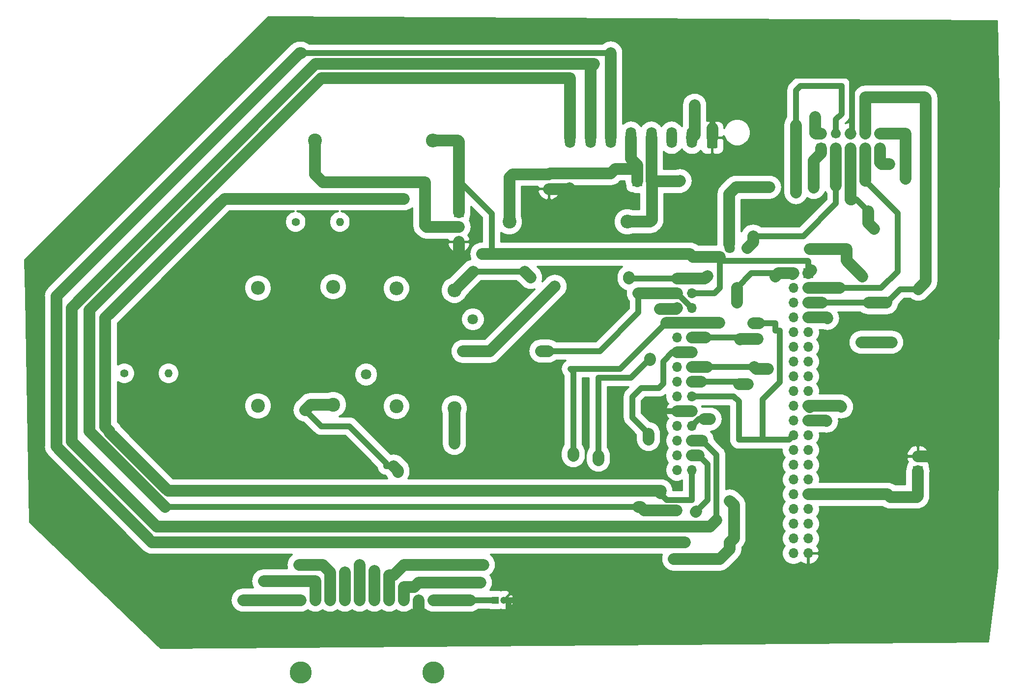
<source format=gbr>
%TF.GenerationSoftware,KiCad,Pcbnew,(5.1.9-0-10_14)*%
%TF.CreationDate,2021-03-10T15:44:04+00:00*%
%TF.ProjectId,base8x,62617365-3878-42e6-9b69-6361645f7063,rev?*%
%TF.SameCoordinates,Original*%
%TF.FileFunction,Copper,L4,Bot*%
%TF.FilePolarity,Positive*%
%FSLAX46Y46*%
G04 Gerber Fmt 4.6, Leading zero omitted, Abs format (unit mm)*
G04 Created by KiCad (PCBNEW (5.1.9-0-10_14)) date 2021-03-10 15:44:04*
%MOMM*%
%LPD*%
G01*
G04 APERTURE LIST*
%TA.AperFunction,ComponentPad*%
%ADD10C,3.810000*%
%TD*%
%TA.AperFunction,ComponentPad*%
%ADD11C,1.665000*%
%TD*%
%TA.AperFunction,ComponentPad*%
%ADD12O,1.700000X1.700000*%
%TD*%
%TA.AperFunction,ComponentPad*%
%ADD13R,1.700000X1.700000*%
%TD*%
%TA.AperFunction,ComponentPad*%
%ADD14O,1.400000X1.400000*%
%TD*%
%TA.AperFunction,ComponentPad*%
%ADD15C,1.400000*%
%TD*%
%TA.AperFunction,ComponentPad*%
%ADD16O,2.400000X2.400000*%
%TD*%
%TA.AperFunction,ComponentPad*%
%ADD17C,2.400000*%
%TD*%
%TA.AperFunction,ComponentPad*%
%ADD18C,1.700000*%
%TD*%
%TA.AperFunction,ComponentPad*%
%ADD19O,1.800000X3.600000*%
%TD*%
%TA.AperFunction,ComponentPad*%
%ADD20R,1.200000X1.200000*%
%TD*%
%TA.AperFunction,ComponentPad*%
%ADD21C,1.200000*%
%TD*%
%TA.AperFunction,ViaPad*%
%ADD22C,1.800000*%
%TD*%
%TA.AperFunction,Conductor*%
%ADD23C,2.000000*%
%TD*%
%TA.AperFunction,Conductor*%
%ADD24C,1.000000*%
%TD*%
%TA.AperFunction,Conductor*%
%ADD25C,0.300000*%
%TD*%
%TA.AperFunction,Conductor*%
%ADD26C,0.100000*%
%TD*%
G04 APERTURE END LIST*
D10*
%TO.P,IC1,MH2*%
%TO.N,Net-(IC1-PadMH2)*%
X-305308000Y-122428000D03*
%TO.P,IC1,MH1*%
%TO.N,Net-(IC1-PadMH1)*%
X-282448000Y-122428000D03*
D11*
%TO.P,IC1,10*%
%TO.N,Net-(IC1-Pad10)*%
X-305308000Y-109982000D03*
%TO.P,IC1,9*%
%TO.N,Net-(IC1-Pad9)*%
X-302768000Y-109982000D03*
%TO.P,IC1,8*%
%TO.N,Net-(IC1-Pad8)*%
X-300228000Y-109982000D03*
%TO.P,IC1,7*%
%TO.N,A_V_D_LOC*%
X-297688000Y-109982000D03*
%TO.P,IC1,6*%
%TO.N,Net-(IC1-Pad6)*%
X-295148000Y-109982000D03*
%TO.P,IC1,5*%
%TO.N,Net-(IC1-Pad5)*%
X-292608000Y-109982000D03*
%TO.P,IC1,4*%
%TO.N,SDA*%
X-290068000Y-109982000D03*
%TO.P,IC1,3*%
%TO.N,SCL*%
X-287528000Y-109982000D03*
%TO.P,IC1,2*%
%TO.N,GND*%
X-284988000Y-109982000D03*
%TO.P,IC1,1*%
%TO.N,+5V*%
X-282448000Y-109982000D03*
%TD*%
D12*
%TO.P,Raspberry_header1,40*%
%TO.N,Net-(Raspberry_header1-Pad40)*%
X-220360000Y-101930000D03*
%TO.P,Raspberry_header1,39*%
%TO.N,GND*%
X-217820000Y-101930000D03*
%TO.P,Raspberry_header1,38*%
%TO.N,Net-(Raspberry_header1-Pad38)*%
X-220360000Y-99390000D03*
%TO.P,Raspberry_header1,37*%
%TO.N,Net-(Raspberry_header1-Pad37)*%
X-217820000Y-99390000D03*
%TO.P,Raspberry_header1,36*%
%TO.N,Net-(Raspberry_header1-Pad36)*%
X-220360000Y-96850000D03*
%TO.P,Raspberry_header1,35*%
%TO.N,Net-(Raspberry_header1-Pad35)*%
X-217820000Y-96850000D03*
%TO.P,Raspberry_header1,34*%
%TO.N,Net-(Raspberry_header1-Pad34)*%
X-220360000Y-94310000D03*
%TO.P,Raspberry_header1,33*%
%TO.N,Net-(Raspberry_header1-Pad33)*%
X-217820000Y-94310000D03*
%TO.P,Raspberry_header1,32*%
%TO.N,Net-(Raspberry_header1-Pad32)*%
X-220360000Y-91770000D03*
%TO.P,Raspberry_header1,31*%
%TO.N,GPIO6*%
X-217820000Y-91770000D03*
%TO.P,Raspberry_header1,30*%
%TO.N,Net-(Raspberry_header1-Pad30)*%
X-220360000Y-89230000D03*
%TO.P,Raspberry_header1,29*%
%TO.N,Net-(Raspberry_header1-Pad29)*%
X-217820000Y-89230000D03*
%TO.P,Raspberry_header1,28*%
%TO.N,Net-(Raspberry_header1-Pad28)*%
X-220360000Y-86690000D03*
%TO.P,Raspberry_header1,27*%
%TO.N,Net-(Raspberry_header1-Pad27)*%
X-217820000Y-86690000D03*
%TO.P,Raspberry_header1,26*%
%TO.N,Net-(Raspberry_header1-Pad26)*%
X-220360000Y-84150000D03*
%TO.P,Raspberry_header1,25*%
%TO.N,Net-(Raspberry_header1-Pad25)*%
X-217820000Y-84150000D03*
%TO.P,Raspberry_header1,24*%
%TO.N,SCK*%
X-220360000Y-81610000D03*
%TO.P,Raspberry_header1,23*%
%TO.N,SCLK*%
X-217820000Y-81610000D03*
%TO.P,Raspberry_header1,22*%
%TO.N,Net-(Raspberry_header1-Pad22)*%
X-220360000Y-79070000D03*
%TO.P,Raspberry_header1,21*%
%TO.N,MISO*%
X-217820000Y-79070000D03*
%TO.P,Raspberry_header1,20*%
%TO.N,Net-(Raspberry_header1-Pad20)*%
X-220360000Y-76530000D03*
%TO.P,Raspberry_header1,19*%
%TO.N,MOSI*%
X-217820000Y-76530000D03*
%TO.P,Raspberry_header1,18*%
%TO.N,Net-(Raspberry_header1-Pad18)*%
X-220360000Y-73990000D03*
%TO.P,Raspberry_header1,17*%
%TO.N,Net-(Raspberry_header1-Pad17)*%
X-217820000Y-73990000D03*
%TO.P,Raspberry_header1,16*%
%TO.N,Net-(Raspberry_header1-Pad16)*%
X-220360000Y-71450000D03*
%TO.P,Raspberry_header1,15*%
%TO.N,Net-(Raspberry_header1-Pad15)*%
X-217820000Y-71450000D03*
%TO.P,Raspberry_header1,14*%
%TO.N,Net-(Raspberry_header1-Pad14)*%
X-220360000Y-68910000D03*
%TO.P,Raspberry_header1,13*%
%TO.N,Net-(Raspberry_header1-Pad13)*%
X-217820000Y-68910000D03*
%TO.P,Raspberry_header1,12*%
%TO.N,Net-(Raspberry_header1-Pad12)*%
X-220360000Y-66370000D03*
%TO.P,Raspberry_header1,11*%
%TO.N,Net-(Raspberry_header1-Pad11)*%
X-217820000Y-66370000D03*
%TO.P,Raspberry_header1,10*%
%TO.N,Net-(Raspberry_header1-Pad10)*%
X-220360000Y-63830000D03*
%TO.P,Raspberry_header1,9*%
%TO.N,Net-(Raspberry_header1-Pad9)*%
X-217820000Y-63830000D03*
%TO.P,Raspberry_header1,8*%
%TO.N,Net-(Raspberry_header1-Pad8)*%
X-220360000Y-61290000D03*
%TO.P,Raspberry_header1,7*%
%TO.N,CLK0*%
X-217820000Y-61290000D03*
%TO.P,Raspberry_header1,6*%
%TO.N,Net-(Raspberry_header1-Pad6)*%
X-220360000Y-58750000D03*
%TO.P,Raspberry_header1,5*%
%TO.N,SCL*%
X-217820000Y-58750000D03*
%TO.P,Raspberry_header1,4*%
%TO.N,Net-(Raspberry_header1-Pad4)*%
X-220360000Y-56210000D03*
%TO.P,Raspberry_header1,3*%
%TO.N,SDA*%
X-217820000Y-56210000D03*
%TO.P,Raspberry_header1,2*%
%TO.N,+5V*%
X-220360000Y-53670000D03*
D13*
%TO.P,Raspberry_header1,1*%
%TO.N,+3V3*%
X-217820000Y-53670000D03*
%TD*%
D14*
%TO.P,D2,2*%
%TO.N,Net-(D2-Pad2)*%
X-328071640Y-70898520D03*
D15*
%TO.P,D2,1*%
%TO.N,Net-(D2-Pad1)*%
X-335691640Y-70898520D03*
%TD*%
D14*
%TO.P,D1,2*%
%TO.N,Net-(D1-Pad2)*%
X-298550000Y-44800000D03*
D15*
%TO.P,D1,1*%
%TO.N,Net-(D1-Pad1)*%
X-306170000Y-44800000D03*
%TD*%
D16*
%TO.P,Resistor1,2*%
%TO.N,+3V3*%
X-282550000Y-30810000D03*
D17*
%TO.P,Resistor1,1*%
%TO.N,CLK0*%
X-302870000Y-30810000D03*
%TD*%
D16*
%TO.P,R5,2*%
%TO.N,A_I-*%
X-249021600Y-44780200D03*
D17*
%TO.P,R5,1*%
%TO.N,A_I-_EXT*%
X-269341600Y-44780200D03*
%TD*%
D16*
%TO.P,R4,2*%
%TO.N,Net-(J4-Pad2)*%
X-299690000Y-55970000D03*
D17*
%TO.P,R4,1*%
%TO.N,Net-(IC1-Pad5)*%
X-299690000Y-76290000D03*
%TD*%
D16*
%TO.P,R3,2*%
%TO.N,+5V*%
X-278810000Y-56580000D03*
D17*
%TO.P,R3,1*%
%TO.N,Net-(IC1-Pad6)*%
X-278810000Y-76900000D03*
%TD*%
D16*
%TO.P,R2,2*%
%TO.N,+5V*%
X-312650000Y-56200000D03*
D17*
%TO.P,R2,1*%
%TO.N,Net-(IC1-Pad10)*%
X-312650000Y-76520000D03*
%TD*%
D16*
%TO.P,R1,2*%
%TO.N,+5V*%
X-288790000Y-56280000D03*
D17*
%TO.P,R1,1*%
%TO.N,Net-(IC1-Pad9)*%
X-288790000Y-76600000D03*
%TD*%
%TO.P,J1,1*%
%TO.N,MISO*%
%TA.AperFunction,ComponentPad*%
G36*
G01*
X-215020600Y-33006400D02*
X-216220600Y-33006400D01*
G75*
G02*
X-216470600Y-32756400I0J250000D01*
G01*
X-216470600Y-31556400D01*
G75*
G02*
X-216220600Y-31306400I250000J0D01*
G01*
X-215020600Y-31306400D01*
G75*
G02*
X-214770600Y-31556400I0J-250000D01*
G01*
X-214770600Y-32756400D01*
G75*
G02*
X-215020600Y-33006400I-250000J0D01*
G01*
G37*
%TD.AperFunction*%
D18*
%TO.P,J1,3*%
%TO.N,SCK*%
X-213080600Y-32156400D03*
%TO.P,J1,5*%
%TO.N,A_V_D_EXT*%
X-210540600Y-32156400D03*
%TO.P,J1,7*%
%TO.N,SDA*%
X-208000600Y-32156400D03*
%TO.P,J1,9*%
%TO.N,/Vin*%
X-205460600Y-32156400D03*
%TO.P,J1,2*%
%TO.N,+5V*%
X-215620600Y-29616400D03*
%TO.P,J1,4*%
%TO.N,MOSI*%
X-213080600Y-29616400D03*
%TO.P,J1,6*%
%TO.N,GND*%
X-210540600Y-29616400D03*
%TO.P,J1,8*%
%TO.N,SCL*%
X-208000600Y-29616400D03*
%TO.P,J1,10*%
%TO.N,~A_CS*%
X-205460600Y-29616400D03*
%TD*%
D13*
%TO.P,J3,1*%
%TO.N,+5V*%
X-237910000Y-54570000D03*
D12*
%TO.P,J3,2*%
X-240450000Y-54570000D03*
%TO.P,J3,3*%
%TO.N,+3V3*%
X-237910000Y-57110000D03*
%TO.P,J3,4*%
%TO.N,A_V_D*%
X-240450000Y-57110000D03*
%TO.P,J3,5*%
X-237910000Y-59650000D03*
%TO.P,J3,6*%
%TO.N,SCL*%
X-240450000Y-59650000D03*
%TO.P,J3,7*%
%TO.N,SDA*%
X-237910000Y-62190000D03*
%TO.P,J3,8*%
X-240450000Y-62190000D03*
%TO.P,J3,9*%
%TO.N,SCL*%
X-237910000Y-64730000D03*
%TO.P,J3,10*%
%TO.N,Net-(J3-Pad10)*%
X-240450000Y-64730000D03*
%TO.P,J3,11*%
%TO.N,~A_CS*%
X-237910000Y-67270000D03*
%TO.P,J3,12*%
X-240450000Y-67270000D03*
%TO.P,J3,13*%
%TO.N,MISO*%
X-237910000Y-69810000D03*
%TO.P,J3,14*%
%TO.N,Net-(J3-Pad14)*%
X-240450000Y-69810000D03*
%TO.P,J3,15*%
%TO.N,MOSI*%
X-237910000Y-72350000D03*
%TO.P,J3,16*%
%TO.N,Net-(J3-Pad16)*%
X-240450000Y-72350000D03*
%TO.P,J3,17*%
%TO.N,SCK*%
X-237910000Y-74890000D03*
%TO.P,J3,18*%
%TO.N,Net-(J3-Pad18)*%
X-240450000Y-74890000D03*
%TO.P,J3,19*%
%TO.N,GND*%
X-237910000Y-77430000D03*
%TO.P,J3,20*%
X-240450000Y-77430000D03*
%TO.P,J3,21*%
%TO.N,A_I+*%
X-237910000Y-79970000D03*
%TO.P,J3,22*%
%TO.N,Net-(J3-Pad22)*%
X-240450000Y-79970000D03*
%TO.P,J3,23*%
%TO.N,A_V+*%
X-237910000Y-82510000D03*
%TO.P,J3,24*%
%TO.N,Net-(J3-Pad24)*%
X-240450000Y-82510000D03*
%TO.P,J3,25*%
%TO.N,A_V-*%
X-237910000Y-85050000D03*
%TO.P,J3,26*%
%TO.N,Net-(J3-Pad26)*%
X-240450000Y-85050000D03*
%TO.P,J3,27*%
%TO.N,A_I-*%
X-237910000Y-87590000D03*
%TO.P,J3,28*%
%TO.N,Net-(J3-Pad28)*%
X-240450000Y-87590000D03*
%TD*%
%TO.P,J9,1*%
%TO.N,GND*%
%TA.AperFunction,ComponentPad*%
G36*
G01*
X-233465800Y-28752200D02*
X-233465800Y-31852200D01*
G75*
G02*
X-233715800Y-32102200I-250000J0D01*
G01*
X-235015800Y-32102200D01*
G75*
G02*
X-235265800Y-31852200I0J250000D01*
G01*
X-235265800Y-28752200D01*
G75*
G02*
X-235015800Y-28502200I250000J0D01*
G01*
X-233715800Y-28502200D01*
G75*
G02*
X-233465800Y-28752200I0J-250000D01*
G01*
G37*
%TD.AperFunction*%
D19*
%TO.P,J9,2*%
%TO.N,/Vin*%
X-237865800Y-30302200D03*
%TO.P,J9,3*%
%TO.N,Net-(J9-Pad3)*%
X-241365800Y-30302200D03*
%TO.P,J9,4*%
%TO.N,A_I-*%
X-244865800Y-30302200D03*
%TO.P,J9,5*%
%TO.N,A_I-_EXT*%
X-248365800Y-30302200D03*
%TO.P,J9,6*%
%TO.N,A_V-*%
X-251865800Y-30302200D03*
%TO.P,J9,7*%
%TO.N,A_V+*%
X-255365800Y-30302200D03*
%TO.P,J9,8*%
%TO.N,A_I+*%
X-258865800Y-30302200D03*
%TD*%
D12*
%TO.P,P3,2*%
%TO.N,GND*%
X-262500000Y-39120000D03*
D13*
%TO.P,P3,1*%
%TO.N,A_I-_EXT*%
X-262500000Y-36580000D03*
%TD*%
%TO.P,P4,1*%
%TO.N,A_I-_EXT*%
X-247300000Y-37840000D03*
D12*
%TO.P,P4,2*%
%TO.N,A_I-*%
X-244760000Y-37840000D03*
%TD*%
D13*
%TO.P,Temp_sensor1,1*%
%TO.N,+3V3*%
X-278020000Y-43150000D03*
D12*
%TO.P,Temp_sensor1,2*%
%TO.N,CLK0*%
X-278020000Y-45690000D03*
%TO.P,Temp_sensor1,3*%
%TO.N,GND*%
X-278020000Y-48230000D03*
%TD*%
D20*
%TO.P,C1,1*%
%TO.N,+5V*%
X-271780000Y-109982000D03*
D21*
%TO.P,C1,2*%
%TO.N,GND*%
X-270280000Y-109982000D03*
%TD*%
D13*
%TO.P,J5,1*%
%TO.N,GPIO6*%
X-198930000Y-87750000D03*
D12*
%TO.P,J5,2*%
%TO.N,GND*%
X-198930000Y-85210000D03*
%TD*%
D22*
%TO.N,+5V*%
X-276098000Y-109982000D03*
X-248706000Y-54316000D03*
X-265684000Y-54356000D03*
X-230124000Y-58674000D03*
X-235204000Y-54102000D03*
X-216662000Y-26670000D03*
%TO.N,GND*%
X-259850000Y-105480000D03*
X-326850000Y-53470000D03*
X-259040000Y-39080000D03*
X-278040000Y-51100000D03*
%TO.N,MISO*%
X-214690000Y-79150000D03*
X-224758000Y-70136000D03*
X-216890000Y-38888000D03*
%TO.N,SCK*%
X-228346000Y-49276000D03*
X-227330000Y-62230000D03*
%TO.N,A_V_D_EXT*%
X-206502000Y-45974000D03*
%TO.N,SDA*%
X-208000600Y-37719400D03*
X-224490000Y-38830000D03*
X-233132000Y-62190000D03*
X-231394000Y-49276000D03*
X-258318000Y-85090000D03*
X-273812000Y-103886000D03*
%TO.N,/Vin*%
X-237420000Y-24690000D03*
X-203890000Y-34860000D03*
%TO.N,MOSI*%
X-212109992Y-76700008D03*
X-208720000Y-65560000D03*
X-203470000Y-65530000D03*
X-219960000Y-39760000D03*
X-228238010Y-72790010D03*
%TO.N,SCL*%
X-243370000Y-59840000D03*
X-217540000Y-49480000D03*
X-208520000Y-54210000D03*
X-204340000Y-58750000D03*
X-226538000Y-64994000D03*
X-245110000Y-68326000D03*
X-254000000Y-85852000D03*
X-274320000Y-106934000D03*
%TO.N,~A_CS*%
X-201060000Y-37370000D03*
X-245364000Y-82296000D03*
%TO.N,A_V_D_LOC*%
X-297688000Y-105156000D03*
%TO.N,A_V_D*%
X-263906000Y-67056000D03*
%TO.N,A_I+*%
X-231350000Y-92910000D03*
X-241010000Y-102920000D03*
X-240490000Y-94536000D03*
X-234756000Y-78800000D03*
%TO.N,A_V-*%
X-239100000Y-99990000D03*
X-237150000Y-94700000D03*
%TO.N,A_I-*%
X-239910000Y-37700000D03*
X-287470000Y-40830000D03*
%TO.N,Net-(J4-Pad2)*%
X-275610000Y-61590000D03*
%TO.N,CLK0*%
X-214510000Y-61420000D03*
%TO.N,Net-(IC1-Pad9)*%
X-277320000Y-67120000D03*
X-261470000Y-55910000D03*
X-311658000Y-106680000D03*
%TO.N,Net-(IC1-Pad10)*%
X-294020000Y-71100000D03*
X-315214000Y-109982000D03*
%TO.N,Net-(IC1-Pad6)*%
X-295148000Y-103886000D03*
X-278810000Y-82976000D03*
%TO.N,Net-(IC1-Pad5)*%
X-292608000Y-104902000D03*
X-288544000Y-87884000D03*
%TO.N,Net-(IC1-Pad8)*%
X-305562000Y-103886000D03*
%TD*%
D23*
%TO.N,+5V*%
X-237910000Y-54570000D02*
X-240450000Y-54570000D01*
X-220500000Y-53810000D02*
X-220360000Y-53670000D01*
X-220360000Y-53670000D02*
X-222970000Y-53670000D01*
X-222970000Y-53670000D02*
X-223490000Y-54190000D01*
%TO.N,GND*%
X-210540600Y-29600600D02*
X-210540600Y-29616400D01*
X-278020000Y-48230000D02*
X-278020000Y-48300000D01*
X-278020000Y-48300000D02*
X-278040000Y-48320000D01*
X-278040000Y-48320000D02*
X-278040000Y-51100000D01*
%TO.N,+5V*%
X-282448000Y-109982000D02*
X-276098000Y-109982000D01*
D24*
X-240450000Y-54570000D02*
X-248706000Y-54570000D01*
D23*
X-248706000Y-54570000D02*
X-248706000Y-54316000D01*
D24*
X-276098000Y-109982000D02*
X-271780000Y-109982000D01*
D23*
X-265684000Y-54356000D02*
X-266700000Y-53340000D01*
D24*
X-266700000Y-53340000D02*
X-275570000Y-53340000D01*
D23*
X-275570000Y-53340000D02*
X-278810000Y-56580000D01*
D24*
X-222970000Y-53670000D02*
X-227660000Y-53670000D01*
X-227660000Y-53670000D02*
X-230124000Y-56134000D01*
D23*
X-230124000Y-56134000D02*
X-230124000Y-58674000D01*
X-237910000Y-54570000D02*
X-235672000Y-54570000D01*
X-235672000Y-54570000D02*
X-235204000Y-54102000D01*
X-215620600Y-29616400D02*
X-216509600Y-29616400D01*
X-216509600Y-29616400D02*
X-216662000Y-29464000D01*
X-216662000Y-29464000D02*
X-216662000Y-28072000D01*
X-216662000Y-28072000D02*
X-216662000Y-26670000D01*
X-216662000Y-26670000D02*
X-216662000Y-26670000D01*
%TO.N,GND*%
X-262500000Y-39120000D02*
X-259080000Y-39120000D01*
X-259080000Y-39120000D02*
X-259040000Y-39080000D01*
X-259040000Y-39080000D02*
X-258970000Y-39010000D01*
X-278040000Y-51100000D02*
X-278040000Y-51320000D01*
X-198930000Y-85210000D02*
X-194890000Y-85210000D01*
X-284988000Y-109982000D02*
X-284988000Y-112014000D01*
D24*
X-284988000Y-112014000D02*
X-284988000Y-112268000D01*
X-284988000Y-112268000D02*
X-282702000Y-114554000D01*
X-282702000Y-114554000D02*
X-270256000Y-114554000D01*
X-269494000Y-113792000D02*
X-269494000Y-109982000D01*
X-270256000Y-114554000D02*
X-269494000Y-113792000D01*
X-269494000Y-109982000D02*
X-267208000Y-109982000D01*
X-270280000Y-109982000D02*
X-269494000Y-109982000D01*
D23*
X-234365800Y-30302200D02*
X-234365800Y-28625800D01*
D24*
X-234365800Y-30302200D02*
X-234365800Y-19227800D01*
X-234365800Y-19227800D02*
X-234035600Y-19558000D01*
X-234035600Y-19558000D02*
X-210312000Y-19558000D01*
X-210312000Y-29387800D02*
X-210540600Y-29616400D01*
X-210312000Y-19558000D02*
X-210312000Y-29387800D01*
D23*
X-237910000Y-77430000D02*
X-240450000Y-77430000D01*
D24*
X-240450000Y-77430000D02*
X-245150000Y-77430000D01*
D23*
%TO.N,MISO*%
X-214770000Y-79070000D02*
X-214690000Y-79150000D01*
X-217820000Y-79070000D02*
X-214770000Y-79070000D01*
X-237910000Y-69810000D02*
X-235244000Y-69810000D01*
D24*
X-235244000Y-69810000D02*
X-227116000Y-69810000D01*
D23*
X-226790000Y-70136000D02*
X-227116000Y-69810000D01*
X-224758000Y-70136000D02*
X-226790000Y-70136000D01*
X-215620600Y-32156400D02*
X-215620600Y-32994600D01*
X-216890000Y-34264000D02*
X-216890000Y-38888000D01*
X-215620600Y-32994600D02*
X-216890000Y-34264000D01*
%TO.N,SCK*%
X-213080600Y-38520600D02*
X-213080600Y-32156400D01*
D24*
X-221120000Y-82370000D02*
X-220360000Y-81610000D01*
X-229796000Y-75766000D02*
X-229796000Y-82370000D01*
X-230672000Y-74890000D02*
X-229796000Y-75766000D01*
X-237910000Y-74890000D02*
X-230672000Y-74890000D01*
X-225732000Y-82370000D02*
X-225732000Y-75364000D01*
X-229796000Y-82370000D02*
X-225732000Y-82370000D01*
X-225732000Y-82370000D02*
X-221120000Y-82370000D01*
X-225732000Y-75364000D02*
X-222758000Y-72390000D01*
X-222758000Y-72390000D02*
X-222758000Y-63500000D01*
X-224282000Y-47244000D02*
X-227330000Y-47244000D01*
D23*
X-227330000Y-47244000D02*
X-227330000Y-48006000D01*
X-227330000Y-47244000D02*
X-227330000Y-48260000D01*
X-227330000Y-48260000D02*
X-228346000Y-49276000D01*
D24*
X-222758000Y-63500000D02*
X-223520000Y-63500000D01*
X-223520000Y-63500000D02*
X-223520000Y-62230000D01*
X-223520000Y-62230000D02*
X-226314000Y-62230000D01*
D23*
X-226314000Y-62230000D02*
X-226822000Y-62230000D01*
X-226314000Y-62230000D02*
X-227330000Y-62230000D01*
D24*
X-213080600Y-38520600D02*
X-213080600Y-41630600D01*
X-218694000Y-47244000D02*
X-224282000Y-47244000D01*
X-213080600Y-41630600D02*
X-218694000Y-47244000D01*
D23*
%TO.N,A_V_D_EXT*%
X-210540600Y-40899400D02*
X-210400600Y-40899400D01*
X-210540600Y-32156400D02*
X-210540600Y-40899400D01*
D24*
X-210540600Y-40899400D02*
X-209544600Y-40899400D01*
X-209544600Y-40899400D02*
X-207518000Y-42926000D01*
D23*
X-207518000Y-42926000D02*
X-207518000Y-44958000D01*
X-207518000Y-44958000D02*
X-206502000Y-45974000D01*
%TO.N,SDA*%
X-240450000Y-62190000D02*
X-237910000Y-62190000D01*
X-237910000Y-62190000D02*
X-233132000Y-62190000D01*
X-231470000Y-48670000D02*
X-231470000Y-40010000D01*
X-231470000Y-40010000D02*
X-230290000Y-38830000D01*
X-230290000Y-38830000D02*
X-224490000Y-38830000D01*
X-208000600Y-32156400D02*
X-208000600Y-37719400D01*
X-290068000Y-109982000D02*
X-290068000Y-105664000D01*
X-290068000Y-105664000D02*
X-289306000Y-105664000D01*
X-289306000Y-105664000D02*
X-287528000Y-103886000D01*
X-287528000Y-103886000D02*
X-273812000Y-103886000D01*
X-217820000Y-56210000D02*
X-212420000Y-56210000D01*
D24*
X-205308000Y-56210000D02*
X-202438000Y-53340000D01*
X-202438000Y-43282000D02*
X-208000600Y-37719400D01*
X-212420000Y-56210000D02*
X-205308000Y-56210000D01*
X-202438000Y-53340000D02*
X-202438000Y-43282000D01*
D23*
X-240450000Y-62190000D02*
X-242276000Y-62190000D01*
D24*
X-242276000Y-62190000D02*
X-250209990Y-70123990D01*
X-258318000Y-70612000D02*
X-258806010Y-70123990D01*
X-250209990Y-70123990D02*
X-258806010Y-70123990D01*
X-258318000Y-70612000D02*
X-258318000Y-84582000D01*
D23*
X-258318000Y-84582000D02*
X-258318000Y-85090000D01*
%TO.N,/Vin*%
X-237420000Y-29856400D02*
X-237865800Y-30302200D01*
X-237420000Y-24690000D02*
X-237420000Y-29856400D01*
X-203890000Y-34860000D02*
X-205180000Y-34860000D01*
X-205460600Y-34579400D02*
X-205460600Y-32156400D01*
X-205180000Y-34860000D02*
X-205460600Y-34579400D01*
%TO.N,MOSI*%
X-217610000Y-76740000D02*
X-217820000Y-76530000D01*
X-212280000Y-76530000D02*
X-212109992Y-76700008D01*
X-217820000Y-76530000D02*
X-212280000Y-76530000D01*
X-203500000Y-65560000D02*
X-203470000Y-65530000D01*
X-208720000Y-65560000D02*
X-203500000Y-65560000D01*
X-228238010Y-72790010D02*
X-229723990Y-72790010D01*
X-237910000Y-72350000D02*
X-236260000Y-72350000D01*
D24*
X-230164000Y-72350000D02*
X-229723990Y-72790010D01*
X-236260000Y-72350000D02*
X-230164000Y-72350000D01*
D23*
X-219960000Y-28117294D02*
X-219960000Y-39760000D01*
D24*
X-213080600Y-27152600D02*
X-213080600Y-29616400D01*
X-212090000Y-26162000D02*
X-213080600Y-27152600D01*
X-212090000Y-21336000D02*
X-212090000Y-26162000D01*
X-219194000Y-21336000D02*
X-212090000Y-21336000D01*
X-219960000Y-22102000D02*
X-219194000Y-21336000D01*
X-219960000Y-28117294D02*
X-219960000Y-22102000D01*
D23*
%TO.N,SCL*%
X-240640000Y-59840000D02*
X-240450000Y-59650000D01*
X-243370000Y-59840000D02*
X-240640000Y-59840000D01*
X-208000000Y-23300000D02*
X-208000600Y-23300600D01*
X-197570000Y-55100000D02*
X-197570000Y-23450000D01*
X-197720000Y-23300000D02*
X-208000000Y-23300000D01*
X-198861401Y-56391401D02*
X-197570000Y-55100000D01*
X-197570000Y-23450000D02*
X-197720000Y-23300000D01*
D24*
X-201981401Y-56391401D02*
X-198861401Y-56391401D01*
D23*
X-208000600Y-23300600D02*
X-208000600Y-29616400D01*
D24*
X-203340000Y-57750000D02*
X-201981401Y-56391401D01*
X-203820001Y-58230001D02*
X-203340000Y-57750000D01*
D23*
X-211260000Y-49480000D02*
X-211260000Y-51470000D01*
D24*
X-204340000Y-58750000D02*
X-203340000Y-57750000D01*
D23*
X-287528000Y-107696000D02*
X-285750000Y-107696000D01*
X-287528000Y-109982000D02*
X-287528000Y-107696000D01*
X-285750000Y-107696000D02*
X-284988000Y-106934000D01*
X-284988000Y-106934000D02*
X-274320000Y-106934000D01*
X-237910000Y-64730000D02*
X-235498000Y-64730000D01*
X-217540000Y-49480000D02*
X-211260000Y-49480000D01*
D24*
X-235498000Y-64730000D02*
X-229910000Y-64730000D01*
X-229616000Y-65024000D02*
X-229616000Y-65278000D01*
X-229910000Y-64730000D02*
X-229616000Y-65024000D01*
D23*
X-229586000Y-64994000D02*
X-229616000Y-65024000D01*
X-226538000Y-64994000D02*
X-229586000Y-64994000D01*
X-217820000Y-58750000D02*
X-215468000Y-58750000D01*
D24*
X-215468000Y-58750000D02*
X-207442000Y-58750000D01*
D23*
X-207442000Y-58750000D02*
X-204340000Y-58750000D01*
X-208520000Y-54210000D02*
X-211260000Y-51470000D01*
X-245110000Y-68326000D02*
X-245110000Y-68580000D01*
D24*
X-245110000Y-68326000D02*
X-248412000Y-71628000D01*
X-254000000Y-71628000D02*
X-254000000Y-85090000D01*
X-248412000Y-71628000D02*
X-254000000Y-71628000D01*
D23*
X-254000000Y-85090000D02*
X-254000000Y-85852000D01*
%TO.N,~A_CS*%
X-205460600Y-29616400D02*
X-201063600Y-29616400D01*
X-201063600Y-29616400D02*
X-201060000Y-29620000D01*
X-201060000Y-29620000D02*
X-201060000Y-37370000D01*
X-237910000Y-67270000D02*
X-240450000Y-67270000D01*
D24*
X-240450000Y-67270000D02*
X-241260000Y-67270000D01*
X-241260000Y-67270000D02*
X-242824000Y-68834000D01*
X-242824000Y-68834000D02*
X-242824000Y-72644000D01*
X-242824000Y-72644000D02*
X-243586000Y-73406000D01*
D23*
X-245364000Y-81280000D02*
X-245364000Y-82296000D01*
D24*
X-243586000Y-73406000D02*
X-246634000Y-73406000D01*
X-246634000Y-73406000D02*
X-248158000Y-74930000D01*
X-248158000Y-78486000D02*
X-245364000Y-81280000D01*
X-248158000Y-74930000D02*
X-248158000Y-78486000D01*
D23*
%TO.N,A_V_D_LOC*%
X-297688000Y-109982000D02*
X-297688000Y-105156000D01*
D24*
%TO.N,A_V_D*%
X-237910000Y-59650000D02*
X-240450000Y-57110000D01*
D23*
X-240450000Y-57110000D02*
X-247102000Y-57110000D01*
D24*
X-247102000Y-57110000D02*
X-247102000Y-60412000D01*
X-247102000Y-60412000D02*
X-253746000Y-67056000D01*
D23*
X-262636000Y-67056000D02*
X-263906000Y-67056000D01*
D24*
X-263906000Y-67056000D02*
X-264414000Y-67056000D01*
X-253746000Y-67056000D02*
X-262636000Y-67056000D01*
%TO.N,+3V3*%
X-237910000Y-57110000D02*
X-234020000Y-57110000D01*
D23*
X-282550000Y-30810000D02*
X-278170000Y-30810000D01*
X-278170000Y-30810000D02*
X-278020000Y-30960000D01*
X-217290000Y-53140000D02*
X-217820000Y-53670000D01*
X-237680000Y-50880000D02*
X-238200000Y-50360000D01*
X-233100000Y-50880000D02*
X-237680000Y-50880000D01*
D24*
X-232490000Y-51490000D02*
X-233100000Y-50880000D01*
X-217920000Y-51490000D02*
X-232490000Y-51490000D01*
X-217820000Y-51590000D02*
X-217920000Y-51490000D01*
X-217820000Y-53670000D02*
X-217820000Y-51590000D01*
X-233100000Y-56190000D02*
X-234020000Y-57110000D01*
X-233100000Y-50880000D02*
X-233100000Y-56190000D01*
X-272356000Y-43400000D02*
X-278020000Y-37736000D01*
X-272356000Y-50360000D02*
X-272356000Y-43400000D01*
D23*
X-278020000Y-30960000D02*
X-278020000Y-37736000D01*
X-238200000Y-50360000D02*
X-272356000Y-50360000D01*
X-278020000Y-37736000D02*
X-278020000Y-43150000D01*
X-272356000Y-50360000D02*
X-274080000Y-50360000D01*
D24*
%TO.N,A_I+*%
X-237910000Y-79970000D02*
X-236740000Y-78800000D01*
X-236740000Y-78800000D02*
X-235810000Y-78800000D01*
D23*
X-258865800Y-30302200D02*
X-258865800Y-20044200D01*
X-258865800Y-20044200D02*
X-301755800Y-20044200D01*
X-301755800Y-20044200D02*
X-341681600Y-59970000D01*
X-341681600Y-59970000D02*
X-341681600Y-80898400D01*
X-341681600Y-80898400D02*
X-328620000Y-93960000D01*
X-231350000Y-101220000D02*
X-233050000Y-102920000D01*
X-233050000Y-102920000D02*
X-241010000Y-102920000D01*
X-247122000Y-93960000D02*
X-246654000Y-93960000D01*
D24*
X-328620000Y-93960000D02*
X-247122000Y-93960000D01*
D23*
X-246078000Y-94536000D02*
X-240490000Y-94536000D01*
X-246654000Y-93960000D02*
X-246078000Y-94536000D01*
X-235810000Y-78800000D02*
X-234756000Y-78800000D01*
X-231350000Y-101220000D02*
X-231350000Y-100032000D01*
X-231350000Y-100032000D02*
X-230632000Y-99314000D01*
X-230632000Y-93628000D02*
X-231350000Y-92910000D01*
X-230632000Y-99314000D02*
X-230632000Y-93628000D01*
D24*
%TO.N,A_V+*%
X-233630000Y-84960000D02*
X-236080000Y-82510000D01*
D23*
X-312272188Y-27132188D02*
X-344750000Y-59610000D01*
D24*
X-233630000Y-96190000D02*
X-233630000Y-84960000D01*
D23*
X-234790000Y-97350000D02*
X-233630000Y-96190000D01*
X-236080000Y-82510000D02*
X-237910000Y-82510000D01*
X-344750000Y-59610000D02*
X-344750000Y-82680000D01*
X-330080000Y-97350000D02*
X-234790000Y-97350000D01*
X-255365800Y-30302200D02*
X-255365800Y-18265800D01*
X-254700000Y-17600000D02*
X-302760000Y-17600000D01*
X-312272188Y-27112188D02*
X-312272188Y-27132188D01*
X-255365800Y-18265800D02*
X-254700000Y-17600000D01*
X-344750000Y-82680000D02*
X-330080000Y-97350000D01*
X-302760000Y-17600000D02*
X-312272188Y-27112188D01*
%TO.N,A_V-*%
X-237910000Y-85050000D02*
X-236670000Y-85050000D01*
D24*
X-236670000Y-85050000D02*
X-235170000Y-86550000D01*
X-235170000Y-86550000D02*
X-235170000Y-92720000D01*
D23*
X-237200000Y-94750000D02*
X-237150000Y-94700000D01*
X-251865800Y-30302200D02*
X-251865800Y-15694200D01*
X-251865800Y-15694200D02*
X-251881600Y-15710000D01*
D24*
X-251881600Y-15710000D02*
X-305240000Y-15710000D01*
D23*
X-305240000Y-15710000D02*
X-305450000Y-15710000D01*
X-305450000Y-15710000D02*
X-347370000Y-57630000D01*
X-347370000Y-57630000D02*
X-347370000Y-83530000D01*
X-347370000Y-83530000D02*
X-330910000Y-99990000D01*
X-330910000Y-99990000D02*
X-239100000Y-99990000D01*
D24*
X-237150000Y-94700000D02*
X-235170000Y-92720000D01*
D23*
%TO.N,A_I-*%
X-244865800Y-37734200D02*
X-244760000Y-37840000D01*
X-244865800Y-30302200D02*
X-244865800Y-37734200D01*
X-240050000Y-37840000D02*
X-239910000Y-37700000D01*
X-244760000Y-37840000D02*
X-240050000Y-37840000D01*
X-249021600Y-44780200D02*
X-245050200Y-44780200D01*
X-244760000Y-44490000D02*
X-244760000Y-37840000D01*
X-245050200Y-44780200D02*
X-244760000Y-44490000D01*
D24*
X-237910000Y-87590000D02*
X-237910000Y-92730000D01*
X-237910000Y-92730000D02*
X-242220000Y-92730000D01*
X-242220000Y-92730000D02*
X-243350000Y-91600000D01*
D23*
X-243350000Y-91260000D02*
X-243240000Y-91150000D01*
X-243350000Y-91600000D02*
X-243350000Y-91260000D01*
X-243240000Y-91150000D02*
X-328150000Y-91150000D01*
X-328150000Y-91150000D02*
X-338190000Y-81110000D01*
X-338190000Y-81110000D02*
X-338190000Y-80860000D01*
X-338190000Y-80860000D02*
X-338940000Y-80110000D01*
X-338940000Y-80110000D02*
X-338940000Y-61340000D01*
X-338940000Y-61340000D02*
X-318430000Y-40830000D01*
X-318430000Y-40830000D02*
X-287470000Y-40830000D01*
%TO.N,A_I-_EXT*%
X-248365800Y-33934200D02*
X-248365800Y-30302200D01*
X-247300000Y-35000000D02*
X-248365800Y-33934200D01*
X-247300000Y-35670000D02*
X-247300000Y-35000000D01*
X-247300000Y-37840000D02*
X-247300000Y-35670000D01*
X-262394400Y-36474400D02*
X-262500000Y-36580000D01*
X-251894400Y-36474400D02*
X-262394400Y-36474400D01*
X-251090000Y-35670000D02*
X-251894400Y-36474400D01*
X-247300000Y-35670000D02*
X-251090000Y-35670000D01*
X-262500000Y-36580000D02*
X-268780000Y-36580000D01*
X-269341600Y-37141600D02*
X-269341600Y-44780200D01*
X-268780000Y-36580000D02*
X-269341600Y-37141600D01*
%TO.N,CLK0*%
X-278020000Y-45690000D02*
X-283600000Y-45690000D01*
X-283600000Y-45690000D02*
X-283890000Y-45400000D01*
X-283890000Y-45400000D02*
X-283890000Y-38020000D01*
X-283890000Y-38020000D02*
X-283900000Y-38010000D01*
X-214640000Y-61290000D02*
X-214510000Y-61420000D01*
X-217820000Y-61290000D02*
X-214640000Y-61290000D01*
X-302870000Y-30810000D02*
X-302870000Y-36590000D01*
X-302870000Y-36590000D02*
X-301450000Y-38010000D01*
X-283900000Y-38010000D02*
X-301450000Y-38010000D01*
%TO.N,GPIO6*%
X-198958200Y-87778200D02*
X-198930000Y-87750000D01*
X-198958200Y-92098200D02*
X-198958200Y-87778200D01*
X-199080000Y-92220000D02*
X-198958200Y-92098200D01*
X-204176000Y-91770000D02*
X-203726000Y-92220000D01*
X-217820000Y-91770000D02*
X-204176000Y-91770000D01*
X-199080000Y-92220000D02*
X-203726000Y-92220000D01*
%TO.N,Net-(IC1-Pad9)*%
X-277320000Y-67120000D02*
X-272680000Y-67120000D01*
X-272680000Y-67120000D02*
X-261470000Y-55910000D01*
X-302768000Y-106680000D02*
X-311658000Y-106680000D01*
X-302768000Y-109982000D02*
X-302768000Y-106680000D01*
%TO.N,Net-(IC1-Pad10)*%
X-305308000Y-109982000D02*
X-315214000Y-109982000D01*
%TO.N,Net-(IC1-Pad6)*%
X-295148000Y-109982000D02*
X-295148000Y-103886000D01*
X-278810000Y-76900000D02*
X-278810000Y-82976000D01*
%TO.N,Net-(IC1-Pad5)*%
X-292608000Y-109982000D02*
X-292608000Y-104902000D01*
X-288544000Y-87884000D02*
X-288544000Y-87630000D01*
X-288544000Y-87630000D02*
X-289306000Y-86868000D01*
D24*
X-289306000Y-86868000D02*
X-290576000Y-86868000D01*
X-290576000Y-86868000D02*
X-290576000Y-86360000D01*
X-290576000Y-86360000D02*
X-296926000Y-80010000D01*
X-296926000Y-80010000D02*
X-297180000Y-80010000D01*
D23*
X-299690000Y-76290000D02*
X-303620000Y-76290000D01*
X-303620000Y-76290000D02*
X-304546000Y-77216000D01*
D24*
X-301752000Y-80010000D02*
X-304546000Y-77216000D01*
X-296926000Y-80010000D02*
X-301752000Y-80010000D01*
D23*
%TO.N,Net-(IC1-Pad8)*%
X-300228000Y-109982000D02*
X-300228000Y-105156000D01*
X-300228000Y-105156000D02*
X-301498000Y-103886000D01*
X-301498000Y-103886000D02*
X-305562000Y-103886000D01*
%TD*%
D25*
%TO.N,GND*%
X-185336936Y-10229196D02*
X-185010004Y-25981357D01*
X-185209977Y-104370408D01*
X-186819923Y-117153530D01*
X-329452415Y-118267027D01*
X-351961107Y-96545230D01*
X-352639911Y-57630000D01*
X-349530402Y-57630000D01*
X-349520000Y-57735612D01*
X-349519999Y-83424378D01*
X-349530402Y-83530000D01*
X-349488890Y-83951473D01*
X-349365951Y-84356749D01*
X-349302045Y-84476309D01*
X-349166308Y-84730255D01*
X-348897634Y-85057635D01*
X-348815597Y-85124961D01*
X-332504961Y-101435598D01*
X-332437635Y-101517635D01*
X-332110255Y-101786309D01*
X-331736750Y-101985951D01*
X-331331474Y-102108890D01*
X-331015612Y-102140000D01*
X-331015605Y-102140000D01*
X-330910001Y-102150401D01*
X-330804396Y-102140000D01*
X-306823557Y-102140000D01*
X-307089635Y-102358365D01*
X-307358309Y-102685745D01*
X-307557951Y-103059250D01*
X-307680890Y-103464526D01*
X-307722402Y-103886000D01*
X-307680890Y-104307474D01*
X-307613388Y-104530000D01*
X-311763612Y-104530000D01*
X-312079474Y-104561110D01*
X-312484750Y-104684049D01*
X-312858255Y-104883691D01*
X-313185635Y-105152365D01*
X-313454309Y-105479745D01*
X-313653951Y-105853250D01*
X-313776890Y-106258526D01*
X-313818402Y-106680000D01*
X-313776890Y-107101474D01*
X-313653951Y-107506750D01*
X-313480102Y-107832000D01*
X-315319612Y-107832000D01*
X-315635474Y-107863110D01*
X-316040750Y-107986049D01*
X-316414255Y-108185691D01*
X-316741635Y-108454365D01*
X-317010309Y-108781745D01*
X-317209951Y-109155250D01*
X-317332890Y-109560526D01*
X-317374402Y-109982000D01*
X-317332890Y-110403474D01*
X-317209951Y-110808750D01*
X-317010309Y-111182255D01*
X-316741635Y-111509635D01*
X-316414255Y-111778309D01*
X-316040750Y-111977951D01*
X-315635474Y-112100890D01*
X-315319612Y-112132000D01*
X-305202388Y-112132000D01*
X-304886526Y-112100890D01*
X-304481250Y-111977951D01*
X-304107745Y-111778309D01*
X-304038000Y-111721071D01*
X-303968255Y-111778309D01*
X-303594750Y-111977951D01*
X-303189474Y-112100890D01*
X-302768000Y-112142402D01*
X-302346527Y-112100890D01*
X-301941251Y-111977951D01*
X-301567745Y-111778309D01*
X-301498000Y-111721071D01*
X-301428255Y-111778309D01*
X-301054750Y-111977951D01*
X-300649474Y-112100890D01*
X-300228000Y-112142402D01*
X-299806527Y-112100890D01*
X-299401251Y-111977951D01*
X-299027745Y-111778309D01*
X-298958000Y-111721071D01*
X-298888255Y-111778309D01*
X-298514750Y-111977951D01*
X-298109474Y-112100890D01*
X-297688000Y-112142402D01*
X-297266527Y-112100890D01*
X-296861251Y-111977951D01*
X-296487745Y-111778309D01*
X-296418000Y-111721071D01*
X-296348255Y-111778309D01*
X-295974750Y-111977951D01*
X-295569474Y-112100890D01*
X-295148000Y-112142402D01*
X-294726527Y-112100890D01*
X-294321251Y-111977951D01*
X-293947745Y-111778309D01*
X-293878000Y-111721071D01*
X-293808255Y-111778309D01*
X-293434750Y-111977951D01*
X-293029474Y-112100890D01*
X-292608000Y-112142402D01*
X-292186527Y-112100890D01*
X-291781251Y-111977951D01*
X-291407745Y-111778309D01*
X-291338000Y-111721071D01*
X-291268255Y-111778309D01*
X-290894750Y-111977951D01*
X-290489474Y-112100890D01*
X-290068000Y-112142402D01*
X-289646527Y-112100890D01*
X-289241251Y-111977951D01*
X-288867745Y-111778309D01*
X-288798000Y-111721071D01*
X-288728255Y-111778309D01*
X-288354750Y-111977951D01*
X-287949474Y-112100890D01*
X-287528000Y-112142402D01*
X-287106527Y-112100890D01*
X-286701251Y-111977951D01*
X-286327745Y-111778309D01*
X-286119581Y-111607473D01*
X-286118102Y-111622517D01*
X-285776339Y-111811467D01*
X-285404279Y-111930112D01*
X-285016223Y-111973892D01*
X-284627083Y-111941124D01*
X-284251811Y-111833068D01*
X-283904831Y-111653878D01*
X-283857898Y-111622517D01*
X-283856419Y-111607473D01*
X-283648255Y-111778309D01*
X-283274750Y-111977951D01*
X-282869474Y-112100890D01*
X-282553612Y-112132000D01*
X-275992388Y-112132000D01*
X-275676526Y-112100890D01*
X-275271250Y-111977951D01*
X-274897745Y-111778309D01*
X-274719467Y-111632000D01*
X-272855146Y-111632000D01*
X-272822215Y-111649602D01*
X-272605439Y-111715360D01*
X-272380000Y-111737564D01*
X-271180000Y-111737564D01*
X-270954561Y-111715360D01*
X-270774934Y-111660871D01*
X-270641722Y-111702862D01*
X-270299048Y-111740364D01*
X-269955642Y-111710293D01*
X-269624701Y-111613805D01*
X-269318943Y-111454608D01*
X-269287267Y-111433444D01*
X-269275825Y-111056886D01*
X-270024436Y-110308275D01*
X-270024436Y-110166853D01*
X-269205114Y-110986175D01*
X-268828556Y-110974733D01*
X-268662773Y-110672495D01*
X-268559138Y-110343722D01*
X-268521636Y-110001048D01*
X-268551707Y-109657642D01*
X-268648195Y-109326701D01*
X-268807392Y-109020943D01*
X-268828556Y-108989267D01*
X-269205114Y-108977825D01*
X-270024436Y-109797147D01*
X-270024436Y-109655725D01*
X-269275825Y-108907114D01*
X-269287267Y-108530556D01*
X-269589505Y-108364773D01*
X-269918278Y-108261138D01*
X-270260952Y-108223636D01*
X-270604358Y-108253707D01*
X-270774412Y-108303287D01*
X-270954561Y-108248640D01*
X-271180000Y-108226436D01*
X-272380000Y-108226436D01*
X-272605439Y-108248640D01*
X-272621584Y-108253537D01*
X-272523691Y-108134255D01*
X-272324049Y-107760750D01*
X-272201110Y-107355474D01*
X-272159598Y-106934000D01*
X-272201110Y-106512526D01*
X-272324049Y-106107250D01*
X-272523691Y-105733745D01*
X-272584353Y-105659829D01*
X-272284365Y-105413635D01*
X-272015691Y-105086255D01*
X-271816049Y-104712750D01*
X-271693110Y-104307474D01*
X-271651598Y-103886000D01*
X-271693110Y-103464526D01*
X-271816049Y-103059250D01*
X-272015691Y-102685745D01*
X-272284365Y-102358365D01*
X-272550443Y-102140000D01*
X-243020132Y-102140000D01*
X-243128890Y-102498526D01*
X-243170402Y-102920000D01*
X-243128890Y-103341474D01*
X-243005951Y-103746750D01*
X-242806309Y-104120255D01*
X-242537635Y-104447635D01*
X-242210255Y-104716309D01*
X-241836750Y-104915951D01*
X-241431474Y-105038890D01*
X-241115612Y-105070000D01*
X-233155612Y-105070000D01*
X-233050000Y-105080402D01*
X-232944388Y-105070000D01*
X-232628526Y-105038890D01*
X-232223250Y-104915951D01*
X-231849745Y-104716309D01*
X-231522365Y-104447635D01*
X-231455034Y-104365592D01*
X-229904403Y-102814962D01*
X-229822365Y-102747635D01*
X-229553691Y-102420255D01*
X-229354049Y-102046750D01*
X-229231110Y-101641474D01*
X-229200000Y-101325612D01*
X-229200000Y-101325611D01*
X-229189598Y-101220001D01*
X-229200000Y-101114389D01*
X-229200000Y-100922558D01*
X-229186408Y-100908966D01*
X-229104365Y-100841635D01*
X-228835691Y-100514255D01*
X-228636049Y-100140750D01*
X-228513110Y-99735474D01*
X-228482000Y-99419612D01*
X-228482000Y-99419606D01*
X-228471599Y-99314001D01*
X-228482000Y-99208396D01*
X-228482000Y-93733604D01*
X-228471599Y-93627999D01*
X-228482000Y-93522394D01*
X-228482000Y-93522388D01*
X-228513110Y-93206526D01*
X-228523472Y-93172365D01*
X-228559544Y-93053455D01*
X-228636049Y-92801250D01*
X-228835691Y-92427745D01*
X-229104365Y-92100365D01*
X-229186408Y-92033034D01*
X-229904400Y-91315042D01*
X-230149746Y-91113692D01*
X-230523251Y-90914049D01*
X-230928527Y-90791110D01*
X-231350000Y-90749598D01*
X-231771473Y-90791110D01*
X-231980000Y-90854366D01*
X-231980000Y-85041041D01*
X-231972018Y-84959999D01*
X-231980000Y-84878957D01*
X-231980000Y-84878948D01*
X-232003875Y-84636544D01*
X-232098223Y-84325517D01*
X-232251438Y-84038874D01*
X-232457629Y-83787629D01*
X-232520588Y-83735960D01*
X-233938504Y-82318044D01*
X-233961110Y-82088526D01*
X-234084049Y-81683250D01*
X-234283691Y-81309745D01*
X-234552365Y-80982365D01*
X-234598080Y-80944848D01*
X-234334526Y-80918890D01*
X-233929250Y-80795951D01*
X-233555745Y-80596309D01*
X-233228365Y-80327635D01*
X-232959691Y-80000255D01*
X-232760049Y-79626750D01*
X-232637110Y-79221474D01*
X-232595598Y-78800000D01*
X-232637110Y-78378526D01*
X-232760049Y-77973250D01*
X-232959691Y-77599745D01*
X-233228365Y-77272365D01*
X-233555745Y-77003691D01*
X-233929250Y-76804049D01*
X-234334526Y-76681110D01*
X-234650388Y-76650000D01*
X-235915612Y-76650000D01*
X-236064939Y-76664708D01*
X-236073347Y-76638349D01*
X-236127734Y-76540000D01*
X-231446000Y-76540000D01*
X-231445999Y-82288938D01*
X-231453983Y-82370000D01*
X-231422125Y-82693456D01*
X-231327777Y-83004483D01*
X-231174562Y-83291126D01*
X-230968371Y-83542371D01*
X-230717126Y-83748562D01*
X-230430483Y-83901777D01*
X-230119456Y-83996125D01*
X-229877052Y-84020000D01*
X-229796000Y-84027983D01*
X-229714948Y-84020000D01*
X-225813052Y-84020000D01*
X-225732000Y-84027983D01*
X-225650948Y-84020000D01*
X-222360000Y-84020000D01*
X-222360000Y-84346983D01*
X-222283141Y-84733378D01*
X-222132377Y-85097355D01*
X-221916792Y-85420000D01*
X-222132377Y-85742645D01*
X-222283141Y-86106622D01*
X-222360000Y-86493017D01*
X-222360000Y-86886983D01*
X-222283141Y-87273378D01*
X-222132377Y-87637355D01*
X-221916792Y-87960000D01*
X-222132377Y-88282645D01*
X-222283141Y-88646622D01*
X-222360000Y-89033017D01*
X-222360000Y-89426983D01*
X-222283141Y-89813378D01*
X-222132377Y-90177355D01*
X-221916792Y-90500000D01*
X-222132377Y-90822645D01*
X-222283141Y-91186622D01*
X-222360000Y-91573017D01*
X-222360000Y-91966983D01*
X-222283141Y-92353378D01*
X-222132377Y-92717355D01*
X-221916792Y-93040000D01*
X-222132377Y-93362645D01*
X-222283141Y-93726622D01*
X-222360000Y-94113017D01*
X-222360000Y-94506983D01*
X-222283141Y-94893378D01*
X-222132377Y-95257355D01*
X-221916792Y-95580000D01*
X-222132377Y-95902645D01*
X-222283141Y-96266622D01*
X-222360000Y-96653017D01*
X-222360000Y-97046983D01*
X-222283141Y-97433378D01*
X-222132377Y-97797355D01*
X-221916792Y-98120000D01*
X-222132377Y-98442645D01*
X-222283141Y-98806622D01*
X-222360000Y-99193017D01*
X-222360000Y-99586983D01*
X-222283141Y-99973378D01*
X-222132377Y-100337355D01*
X-221916792Y-100660000D01*
X-222132377Y-100982645D01*
X-222283141Y-101346622D01*
X-222360000Y-101733017D01*
X-222360000Y-102126983D01*
X-222283141Y-102513378D01*
X-222132377Y-102877355D01*
X-221913501Y-103204926D01*
X-221634926Y-103483501D01*
X-221307355Y-103702377D01*
X-220943378Y-103853141D01*
X-220556983Y-103930000D01*
X-220163017Y-103930000D01*
X-219776622Y-103853141D01*
X-219412645Y-103702377D01*
X-219085074Y-103483501D01*
X-219075851Y-103474278D01*
X-218907304Y-103608624D01*
X-218558928Y-103788492D01*
X-218182156Y-103896939D01*
X-217870000Y-103641876D01*
X-217870000Y-101980000D01*
X-217770000Y-101980000D01*
X-217770000Y-103641876D01*
X-217457844Y-103896939D01*
X-217081072Y-103788492D01*
X-216732696Y-103608624D01*
X-216426105Y-103364247D01*
X-216173081Y-103064753D01*
X-215983347Y-102721651D01*
X-215864194Y-102348126D01*
X-215853062Y-102292156D01*
X-216108230Y-101980000D01*
X-217770000Y-101980000D01*
X-217870000Y-101980000D01*
X-217890000Y-101980000D01*
X-217890000Y-101880000D01*
X-217870000Y-101880000D01*
X-217870000Y-101860000D01*
X-217770000Y-101860000D01*
X-217770000Y-101880000D01*
X-216108230Y-101880000D01*
X-215853062Y-101567844D01*
X-215864194Y-101511874D01*
X-215983347Y-101138349D01*
X-216173081Y-100795247D01*
X-216275542Y-100673969D01*
X-216266499Y-100664926D01*
X-216047623Y-100337355D01*
X-215896859Y-99973378D01*
X-215820000Y-99586983D01*
X-215820000Y-99193017D01*
X-215896859Y-98806622D01*
X-216047623Y-98442645D01*
X-216263208Y-98120000D01*
X-216047623Y-97797355D01*
X-215896859Y-97433378D01*
X-215820000Y-97046983D01*
X-215820000Y-96653017D01*
X-215896859Y-96266622D01*
X-216047623Y-95902645D01*
X-216263208Y-95580000D01*
X-216047623Y-95257355D01*
X-215896859Y-94893378D01*
X-215820000Y-94506983D01*
X-215820000Y-94113017D01*
X-215858394Y-93920000D01*
X-205043608Y-93920000D01*
X-204926255Y-94016309D01*
X-204552750Y-94215951D01*
X-204147474Y-94338890D01*
X-203726001Y-94380402D01*
X-203620389Y-94370000D01*
X-199185612Y-94370000D01*
X-199080000Y-94380402D01*
X-198974388Y-94370000D01*
X-198658526Y-94338890D01*
X-198253250Y-94215951D01*
X-197879745Y-94016309D01*
X-197552365Y-93747635D01*
X-197497463Y-93680737D01*
X-197430565Y-93625835D01*
X-197161891Y-93298455D01*
X-196962249Y-92924950D01*
X-196839310Y-92519674D01*
X-196808200Y-92203812D01*
X-196808200Y-92203805D01*
X-196797799Y-92098201D01*
X-196808200Y-91992596D01*
X-196808200Y-88141928D01*
X-196769598Y-87750000D01*
X-196811110Y-87328527D01*
X-196924436Y-86954940D01*
X-196924436Y-86900000D01*
X-196946640Y-86674561D01*
X-197012398Y-86457785D01*
X-197119184Y-86258003D01*
X-197188441Y-86173613D01*
X-197093347Y-86001651D01*
X-196974194Y-85628126D01*
X-196963062Y-85572156D01*
X-197218230Y-85260000D01*
X-198880000Y-85260000D01*
X-198880000Y-85280000D01*
X-198980000Y-85280000D01*
X-198980000Y-85260000D01*
X-200641770Y-85260000D01*
X-200896938Y-85572156D01*
X-200885806Y-85628126D01*
X-200766653Y-86001651D01*
X-200671559Y-86173613D01*
X-200740816Y-86258003D01*
X-200847602Y-86457785D01*
X-200913360Y-86674561D01*
X-200935564Y-86900000D01*
X-200935564Y-86916677D01*
X-200954151Y-86951451D01*
X-201077090Y-87356727D01*
X-201118602Y-87778200D01*
X-201108199Y-87883822D01*
X-201108200Y-90070000D01*
X-202858392Y-90070000D01*
X-202975745Y-89973691D01*
X-203349250Y-89774049D01*
X-203754526Y-89651110D01*
X-204070388Y-89620000D01*
X-204176000Y-89609598D01*
X-204281612Y-89620000D01*
X-215858394Y-89620000D01*
X-215820000Y-89426983D01*
X-215820000Y-89033017D01*
X-215896859Y-88646622D01*
X-216047623Y-88282645D01*
X-216263208Y-87960000D01*
X-216047623Y-87637355D01*
X-215896859Y-87273378D01*
X-215820000Y-86886983D01*
X-215820000Y-86493017D01*
X-215896859Y-86106622D01*
X-216047623Y-85742645D01*
X-216263208Y-85420000D01*
X-216047623Y-85097355D01*
X-215944273Y-84847844D01*
X-200896938Y-84847844D01*
X-200641770Y-85160000D01*
X-198980000Y-85160000D01*
X-198980000Y-83498124D01*
X-198880000Y-83498124D01*
X-198880000Y-85160000D01*
X-197218230Y-85160000D01*
X-196963062Y-84847844D01*
X-196974194Y-84791874D01*
X-197093347Y-84418349D01*
X-197283081Y-84075247D01*
X-197536105Y-83775753D01*
X-197842696Y-83531376D01*
X-198191072Y-83351508D01*
X-198567844Y-83243061D01*
X-198880000Y-83498124D01*
X-198980000Y-83498124D01*
X-199292156Y-83243061D01*
X-199668928Y-83351508D01*
X-200017304Y-83531376D01*
X-200323895Y-83775753D01*
X-200576919Y-84075247D01*
X-200766653Y-84418349D01*
X-200885806Y-84791874D01*
X-200896938Y-84847844D01*
X-215944273Y-84847844D01*
X-215896859Y-84733378D01*
X-215820000Y-84346983D01*
X-215820000Y-83953017D01*
X-215896859Y-83566622D01*
X-216047623Y-83202645D01*
X-216263208Y-82880000D01*
X-216047623Y-82557355D01*
X-215896859Y-82193378D01*
X-215820000Y-81806983D01*
X-215820000Y-81413017D01*
X-215858394Y-81220000D01*
X-215272641Y-81220000D01*
X-215111473Y-81268890D01*
X-214690001Y-81310402D01*
X-214268527Y-81268890D01*
X-213863251Y-81145950D01*
X-213489746Y-80946308D01*
X-213162366Y-80677634D01*
X-212893692Y-80350254D01*
X-212694050Y-79976749D01*
X-212571110Y-79571473D01*
X-212529598Y-79149999D01*
X-212563156Y-78809285D01*
X-212531465Y-78818898D01*
X-212109992Y-78860410D01*
X-211688518Y-78818898D01*
X-211283242Y-78695959D01*
X-210909738Y-78496316D01*
X-210582357Y-78227643D01*
X-210313684Y-77900262D01*
X-210114041Y-77526758D01*
X-209991102Y-77121482D01*
X-209949590Y-76700008D01*
X-209991102Y-76278535D01*
X-210114041Y-75873259D01*
X-210313684Y-75499754D01*
X-210515034Y-75254408D01*
X-210685034Y-75084408D01*
X-210752365Y-75002365D01*
X-211079745Y-74733691D01*
X-211453250Y-74534049D01*
X-211858526Y-74411110D01*
X-212174388Y-74380000D01*
X-212280000Y-74369598D01*
X-212385612Y-74380000D01*
X-215858394Y-74380000D01*
X-215820000Y-74186983D01*
X-215820000Y-73793017D01*
X-215896859Y-73406622D01*
X-216047623Y-73042645D01*
X-216263208Y-72720000D01*
X-216047623Y-72397355D01*
X-215896859Y-72033378D01*
X-215820000Y-71646983D01*
X-215820000Y-71253017D01*
X-215896859Y-70866622D01*
X-216047623Y-70502645D01*
X-216263208Y-70180000D01*
X-216047623Y-69857355D01*
X-215896859Y-69493378D01*
X-215820000Y-69106983D01*
X-215820000Y-68713017D01*
X-215896859Y-68326622D01*
X-216047623Y-67962645D01*
X-216263208Y-67640000D01*
X-216047623Y-67317355D01*
X-215896859Y-66953378D01*
X-215820000Y-66566983D01*
X-215820000Y-66173017D01*
X-215896859Y-65786622D01*
X-215990728Y-65560000D01*
X-210880402Y-65560000D01*
X-210838890Y-65981474D01*
X-210715951Y-66386750D01*
X-210516309Y-66760255D01*
X-210247635Y-67087635D01*
X-209920255Y-67356309D01*
X-209546750Y-67555951D01*
X-209141474Y-67678890D01*
X-208825612Y-67710000D01*
X-203605612Y-67710000D01*
X-203500000Y-67720402D01*
X-203394388Y-67710000D01*
X-203078526Y-67678890D01*
X-202673250Y-67555951D01*
X-202299745Y-67356309D01*
X-201972365Y-67087635D01*
X-201905034Y-67005592D01*
X-201875042Y-66975600D01*
X-201673692Y-66730254D01*
X-201474050Y-66356750D01*
X-201351110Y-65951474D01*
X-201309599Y-65530001D01*
X-201351110Y-65108527D01*
X-201474050Y-64703251D01*
X-201673692Y-64329746D01*
X-201942366Y-64002366D01*
X-202269746Y-63733692D01*
X-202643251Y-63534050D01*
X-203048527Y-63411110D01*
X-203470001Y-63369599D01*
X-203880204Y-63410000D01*
X-208825612Y-63410000D01*
X-209141474Y-63441110D01*
X-209546750Y-63564049D01*
X-209920255Y-63763691D01*
X-210247635Y-64032365D01*
X-210516309Y-64359745D01*
X-210715951Y-64733250D01*
X-210838890Y-65138526D01*
X-210880402Y-65560000D01*
X-215990728Y-65560000D01*
X-216047623Y-65422645D01*
X-216263208Y-65100000D01*
X-216047623Y-64777355D01*
X-215896859Y-64413378D01*
X-215820000Y-64026983D01*
X-215820000Y-63633017D01*
X-215858394Y-63440000D01*
X-215257470Y-63440000D01*
X-214931473Y-63538890D01*
X-214510000Y-63580402D01*
X-214088527Y-63538890D01*
X-213683250Y-63415951D01*
X-213309746Y-63216308D01*
X-212982365Y-62947635D01*
X-212713692Y-62620254D01*
X-212514049Y-62246750D01*
X-212391110Y-61841473D01*
X-212349598Y-61420000D01*
X-212391110Y-60998527D01*
X-212514049Y-60593251D01*
X-212617344Y-60400000D01*
X-208820533Y-60400000D01*
X-208642255Y-60546309D01*
X-208268750Y-60745951D01*
X-207863474Y-60868890D01*
X-207547612Y-60900000D01*
X-204234388Y-60900000D01*
X-203918526Y-60868890D01*
X-203513250Y-60745951D01*
X-203139745Y-60546309D01*
X-202812365Y-60277635D01*
X-202543691Y-59950255D01*
X-202344049Y-59576750D01*
X-202221110Y-59171474D01*
X-202198504Y-58941955D01*
X-202115962Y-58859413D01*
X-201297949Y-58041401D01*
X-200239932Y-58041401D01*
X-200061655Y-58187709D01*
X-199688150Y-58387352D01*
X-199282874Y-58510291D01*
X-198861401Y-58551803D01*
X-198439928Y-58510291D01*
X-198034652Y-58387352D01*
X-197661147Y-58187709D01*
X-197415801Y-57986359D01*
X-196124408Y-56694966D01*
X-196042365Y-56627635D01*
X-195773691Y-56300255D01*
X-195574049Y-55926750D01*
X-195451110Y-55521474D01*
X-195430011Y-55307250D01*
X-195409598Y-55100000D01*
X-195420000Y-54994388D01*
X-195420000Y-23555611D01*
X-195409598Y-23449999D01*
X-195451110Y-23028527D01*
X-195452748Y-23023126D01*
X-195574049Y-22623250D01*
X-195773691Y-22249745D01*
X-196042365Y-21922365D01*
X-196124408Y-21855034D01*
X-196125034Y-21854408D01*
X-196192365Y-21772365D01*
X-196519745Y-21503691D01*
X-196893250Y-21304049D01*
X-197298526Y-21181110D01*
X-197614388Y-21150000D01*
X-197720000Y-21139598D01*
X-197825612Y-21150000D01*
X-207894385Y-21150000D01*
X-208000000Y-21139598D01*
X-208421473Y-21181109D01*
X-208630295Y-21244455D01*
X-208826750Y-21304049D01*
X-209200255Y-21503691D01*
X-209527635Y-21772365D01*
X-209527905Y-21772695D01*
X-209528235Y-21772965D01*
X-209796909Y-22100345D01*
X-209970683Y-22425456D01*
X-209996551Y-22473851D01*
X-210119490Y-22879127D01*
X-210161002Y-23300600D01*
X-210150600Y-23406212D01*
X-210150599Y-27647748D01*
X-210511687Y-27606931D01*
X-210904271Y-27639901D01*
X-211282879Y-27748827D01*
X-211407912Y-27813363D01*
X-210980594Y-27386045D01*
X-210917629Y-27334371D01*
X-210711438Y-27083126D01*
X-210558223Y-26796483D01*
X-210487819Y-26564389D01*
X-210463875Y-26485457D01*
X-210432017Y-26162000D01*
X-210440000Y-26080948D01*
X-210440000Y-21417052D01*
X-210432017Y-21336000D01*
X-210447272Y-21181110D01*
X-210463875Y-21012544D01*
X-210558223Y-20701517D01*
X-210711438Y-20414874D01*
X-210917629Y-20163629D01*
X-211041333Y-20062108D01*
X-211168874Y-19957438D01*
X-211455517Y-19804223D01*
X-211766544Y-19709875D01*
X-212008948Y-19686000D01*
X-212090000Y-19678017D01*
X-212171052Y-19686000D01*
X-219112948Y-19686000D01*
X-219194000Y-19678017D01*
X-219275052Y-19686000D01*
X-219517456Y-19709875D01*
X-219828483Y-19804223D01*
X-220115126Y-19957438D01*
X-220366371Y-20163629D01*
X-220418045Y-20226594D01*
X-221069411Y-20877960D01*
X-221132370Y-20929629D01*
X-221184038Y-20992587D01*
X-221338561Y-21180874D01*
X-221491777Y-21467518D01*
X-221586124Y-21778544D01*
X-221617982Y-22102000D01*
X-221609999Y-22183052D01*
X-221610000Y-26738761D01*
X-221756309Y-26917039D01*
X-221955951Y-27290545D01*
X-222078890Y-27695821D01*
X-222110000Y-28011683D01*
X-222109999Y-39865612D01*
X-222078889Y-40181474D01*
X-221955950Y-40586750D01*
X-221756308Y-40960255D01*
X-221487634Y-41287635D01*
X-221160254Y-41556309D01*
X-220786749Y-41755951D01*
X-220381473Y-41878890D01*
X-219960000Y-41920402D01*
X-219538526Y-41878890D01*
X-219133250Y-41755951D01*
X-218759745Y-41556309D01*
X-218432365Y-41287635D01*
X-218163691Y-40960255D01*
X-218032652Y-40715098D01*
X-217716749Y-40883951D01*
X-217311473Y-41006890D01*
X-216890000Y-41048402D01*
X-216468526Y-41006890D01*
X-216063250Y-40883951D01*
X-215689745Y-40684309D01*
X-215362365Y-40415635D01*
X-215093691Y-40088255D01*
X-214894049Y-39714750D01*
X-214889025Y-39698188D01*
X-214876909Y-39720855D01*
X-214730600Y-39899133D01*
X-214730599Y-40947146D01*
X-219377451Y-45594000D01*
X-225951467Y-45594000D01*
X-226129745Y-45447691D01*
X-226503251Y-45248049D01*
X-226908527Y-45125110D01*
X-227330000Y-45083598D01*
X-227751474Y-45125110D01*
X-228156750Y-45248049D01*
X-228530255Y-45447691D01*
X-228857635Y-45716365D01*
X-229126309Y-46043745D01*
X-229320000Y-46406117D01*
X-229320000Y-40980000D01*
X-224384388Y-40980000D01*
X-224068526Y-40948890D01*
X-223663250Y-40825951D01*
X-223289745Y-40626309D01*
X-222962365Y-40357635D01*
X-222693691Y-40030255D01*
X-222494049Y-39656750D01*
X-222371110Y-39251474D01*
X-222329598Y-38830000D01*
X-222371110Y-38408526D01*
X-222494049Y-38003250D01*
X-222693691Y-37629745D01*
X-222962365Y-37302365D01*
X-223289745Y-37033691D01*
X-223663250Y-36834049D01*
X-224068526Y-36711110D01*
X-224384388Y-36680000D01*
X-230184389Y-36680000D01*
X-230290001Y-36669598D01*
X-230554122Y-36695612D01*
X-230711474Y-36711110D01*
X-231116750Y-36834049D01*
X-231490255Y-37033691D01*
X-231817635Y-37302365D01*
X-231884966Y-37384408D01*
X-232915597Y-38415039D01*
X-232997634Y-38482365D01*
X-233266308Y-38809745D01*
X-233337039Y-38942074D01*
X-233465951Y-39183251D01*
X-233588890Y-39588527D01*
X-233630402Y-40010000D01*
X-233619999Y-40115622D01*
X-233620000Y-48730000D01*
X-236797097Y-48730000D01*
X-236999745Y-48563691D01*
X-237373250Y-48364049D01*
X-237778526Y-48241110D01*
X-238094388Y-48210000D01*
X-238200000Y-48199598D01*
X-238305612Y-48210000D01*
X-270706000Y-48210000D01*
X-270706000Y-46694858D01*
X-270454743Y-46862743D01*
X-270027070Y-47039891D01*
X-269573055Y-47130200D01*
X-269110145Y-47130200D01*
X-268656130Y-47039891D01*
X-268228457Y-46862743D01*
X-267843562Y-46605564D01*
X-267516236Y-46278238D01*
X-267259057Y-45893343D01*
X-267081909Y-45465670D01*
X-266991600Y-45011655D01*
X-266991600Y-44548745D01*
X-267081909Y-44094730D01*
X-267191600Y-43829913D01*
X-267191600Y-39482156D01*
X-264466938Y-39482156D01*
X-264455806Y-39538126D01*
X-264336653Y-39911651D01*
X-264146919Y-40254753D01*
X-263893895Y-40554247D01*
X-263587304Y-40798624D01*
X-263238928Y-40978492D01*
X-262862156Y-41086939D01*
X-262550000Y-40831876D01*
X-262550000Y-39170000D01*
X-262450000Y-39170000D01*
X-262450000Y-40831876D01*
X-262137844Y-41086939D01*
X-261761072Y-40978492D01*
X-261412696Y-40798624D01*
X-261106105Y-40554247D01*
X-260853081Y-40254753D01*
X-260663347Y-39911651D01*
X-260544194Y-39538126D01*
X-260533062Y-39482156D01*
X-260788230Y-39170000D01*
X-262450000Y-39170000D01*
X-262550000Y-39170000D01*
X-264211770Y-39170000D01*
X-264466938Y-39482156D01*
X-267191600Y-39482156D01*
X-267191600Y-38730000D01*
X-264461400Y-38730000D01*
X-264466938Y-38757844D01*
X-264211770Y-39070000D01*
X-262550000Y-39070000D01*
X-262550000Y-39050000D01*
X-262450000Y-39050000D01*
X-262450000Y-39070000D01*
X-260788230Y-39070000D01*
X-260533062Y-38757844D01*
X-260544194Y-38701874D01*
X-260568908Y-38624400D01*
X-252000012Y-38624400D01*
X-251894400Y-38634802D01*
X-251788788Y-38624400D01*
X-251472926Y-38593290D01*
X-251067650Y-38470351D01*
X-250694145Y-38270709D01*
X-250366765Y-38002035D01*
X-250299434Y-37919992D01*
X-250199442Y-37820000D01*
X-249450000Y-37820000D01*
X-249450000Y-37945611D01*
X-249418890Y-38261473D01*
X-249305564Y-38635059D01*
X-249305564Y-38690000D01*
X-249283360Y-38915439D01*
X-249217602Y-39132215D01*
X-249110816Y-39331997D01*
X-248967107Y-39507107D01*
X-248791997Y-39650816D01*
X-248592215Y-39757602D01*
X-248375439Y-39823360D01*
X-248150000Y-39845564D01*
X-248095060Y-39845564D01*
X-247721474Y-39958890D01*
X-247300000Y-40000402D01*
X-246909999Y-39961990D01*
X-246910000Y-42630200D01*
X-248071313Y-42630200D01*
X-248336130Y-42520509D01*
X-248790145Y-42430200D01*
X-249253055Y-42430200D01*
X-249707070Y-42520509D01*
X-250134743Y-42697657D01*
X-250519638Y-42954836D01*
X-250846964Y-43282162D01*
X-251104143Y-43667057D01*
X-251281291Y-44094730D01*
X-251371600Y-44548745D01*
X-251371600Y-45011655D01*
X-251281291Y-45465670D01*
X-251104143Y-45893343D01*
X-250846964Y-46278238D01*
X-250519638Y-46605564D01*
X-250134743Y-46862743D01*
X-249707070Y-47039891D01*
X-249253055Y-47130200D01*
X-248790145Y-47130200D01*
X-248336130Y-47039891D01*
X-248071313Y-46930200D01*
X-245155812Y-46930200D01*
X-245050200Y-46940602D01*
X-244944588Y-46930200D01*
X-244628726Y-46899090D01*
X-244223450Y-46776151D01*
X-243849945Y-46576509D01*
X-243522565Y-46307835D01*
X-243455234Y-46225792D01*
X-243314408Y-46084966D01*
X-243232365Y-46017635D01*
X-242963691Y-45690255D01*
X-242764049Y-45316750D01*
X-242641110Y-44911474D01*
X-242610000Y-44595612D01*
X-242610000Y-44595611D01*
X-242599598Y-44490000D01*
X-242610000Y-44384388D01*
X-242610000Y-39990000D01*
X-240155612Y-39990000D01*
X-240050000Y-40000402D01*
X-239944388Y-39990000D01*
X-239628526Y-39958890D01*
X-239223250Y-39835951D01*
X-238849745Y-39636309D01*
X-238522365Y-39367635D01*
X-238455034Y-39285592D01*
X-238315042Y-39145600D01*
X-238113692Y-38900254D01*
X-237914049Y-38526749D01*
X-237791110Y-38121473D01*
X-237749598Y-37700000D01*
X-237791110Y-37278527D01*
X-237914049Y-36873250D01*
X-238113692Y-36499746D01*
X-238382366Y-36172366D01*
X-238709746Y-35903692D01*
X-239083250Y-35704049D01*
X-239488527Y-35581110D01*
X-239910000Y-35539598D01*
X-240331473Y-35581110D01*
X-240690436Y-35690000D01*
X-242715800Y-35690000D01*
X-242715800Y-32746253D01*
X-242510230Y-32914960D01*
X-242154097Y-33105317D01*
X-241767670Y-33222538D01*
X-241365800Y-33262119D01*
X-240963931Y-33222538D01*
X-240577504Y-33105317D01*
X-240221370Y-32914960D01*
X-239909217Y-32658783D01*
X-239653040Y-32346630D01*
X-239615800Y-32276959D01*
X-239578560Y-32346630D01*
X-239322383Y-32658783D01*
X-239010230Y-32914960D01*
X-238654097Y-33105317D01*
X-238267670Y-33222538D01*
X-237865800Y-33262119D01*
X-237463931Y-33222538D01*
X-237077504Y-33105317D01*
X-236721370Y-32914960D01*
X-236409217Y-32658783D01*
X-236326285Y-32557730D01*
X-236226616Y-32744197D01*
X-236082907Y-32919307D01*
X-235907797Y-33063016D01*
X-235708015Y-33169802D01*
X-235491239Y-33235560D01*
X-235265800Y-33257764D01*
X-234703300Y-33252200D01*
X-234415800Y-32964700D01*
X-234415800Y-30352200D01*
X-234315800Y-30352200D01*
X-234315800Y-32964700D01*
X-234028300Y-33252200D01*
X-233465800Y-33257764D01*
X-233240361Y-33235560D01*
X-233023585Y-33169802D01*
X-232823803Y-33063016D01*
X-232648693Y-32919307D01*
X-232504984Y-32744197D01*
X-232398198Y-32544415D01*
X-232332440Y-32327639D01*
X-232310236Y-32102200D01*
X-232315800Y-30639700D01*
X-232603300Y-30352200D01*
X-234315800Y-30352200D01*
X-234415800Y-30352200D01*
X-234435800Y-30352200D01*
X-234435800Y-30252200D01*
X-234415800Y-30252200D01*
X-234415800Y-27639700D01*
X-234315800Y-27639700D01*
X-234315800Y-30252200D01*
X-232603300Y-30252200D01*
X-232344285Y-29993185D01*
X-232325491Y-30087670D01*
X-232148343Y-30515343D01*
X-231891164Y-30900238D01*
X-231563838Y-31227564D01*
X-231178943Y-31484743D01*
X-230751270Y-31661891D01*
X-230297255Y-31752200D01*
X-229834345Y-31752200D01*
X-229380330Y-31661891D01*
X-228952657Y-31484743D01*
X-228567762Y-31227564D01*
X-228240436Y-30900238D01*
X-227983257Y-30515343D01*
X-227806109Y-30087670D01*
X-227715800Y-29633655D01*
X-227715800Y-29170745D01*
X-227806109Y-28716730D01*
X-227983257Y-28289057D01*
X-228240436Y-27904162D01*
X-228567762Y-27576836D01*
X-228952657Y-27319657D01*
X-229380330Y-27142509D01*
X-229834345Y-27052200D01*
X-230297255Y-27052200D01*
X-230751270Y-27142509D01*
X-231178943Y-27319657D01*
X-231563838Y-27576836D01*
X-231891164Y-27904162D01*
X-232148343Y-28289057D01*
X-232310918Y-28681548D01*
X-232310236Y-28502200D01*
X-232332440Y-28276761D01*
X-232398198Y-28059985D01*
X-232504984Y-27860203D01*
X-232648693Y-27685093D01*
X-232823803Y-27541384D01*
X-233023585Y-27434598D01*
X-233240361Y-27368840D01*
X-233465800Y-27346636D01*
X-234028300Y-27352200D01*
X-234315800Y-27639700D01*
X-234415800Y-27639700D01*
X-234703300Y-27352200D01*
X-235265800Y-27346636D01*
X-235270000Y-27347050D01*
X-235270000Y-24584388D01*
X-235301110Y-24268526D01*
X-235424049Y-23863250D01*
X-235623691Y-23489745D01*
X-235892365Y-23162365D01*
X-236219745Y-22893691D01*
X-236593251Y-22694049D01*
X-236998527Y-22571110D01*
X-237420000Y-22529598D01*
X-237841474Y-22571110D01*
X-238246750Y-22694049D01*
X-238620255Y-22893691D01*
X-238947635Y-23162365D01*
X-239216309Y-23489745D01*
X-239415951Y-23863251D01*
X-239538890Y-24268527D01*
X-239570000Y-24584389D01*
X-239569999Y-28247340D01*
X-239578559Y-28257770D01*
X-239615800Y-28327442D01*
X-239653040Y-28257770D01*
X-239909217Y-27945617D01*
X-240221370Y-27689440D01*
X-240577503Y-27499083D01*
X-240963930Y-27381862D01*
X-241365800Y-27342281D01*
X-241767669Y-27381862D01*
X-242154096Y-27499083D01*
X-242510229Y-27689440D01*
X-242822382Y-27945617D01*
X-243078559Y-28257770D01*
X-243115800Y-28327442D01*
X-243153040Y-28257770D01*
X-243409217Y-27945617D01*
X-243721370Y-27689440D01*
X-244077503Y-27499083D01*
X-244463930Y-27381862D01*
X-244865800Y-27342281D01*
X-245267669Y-27381862D01*
X-245654096Y-27499083D01*
X-246010229Y-27689440D01*
X-246322382Y-27945617D01*
X-246578559Y-28257770D01*
X-246615800Y-28327442D01*
X-246653040Y-28257770D01*
X-246909217Y-27945617D01*
X-247221370Y-27689440D01*
X-247577503Y-27499083D01*
X-247963930Y-27381862D01*
X-248365800Y-27342281D01*
X-248767669Y-27381862D01*
X-249154096Y-27499083D01*
X-249510229Y-27689440D01*
X-249715800Y-27858148D01*
X-249715800Y-15799814D01*
X-249705398Y-15694200D01*
X-249746909Y-15272726D01*
X-249869849Y-14867450D01*
X-249911849Y-14788874D01*
X-250069491Y-14493945D01*
X-250338165Y-14166565D01*
X-250665545Y-13897891D01*
X-251039050Y-13698249D01*
X-251444326Y-13575309D01*
X-251865800Y-13533798D01*
X-252287273Y-13575309D01*
X-252692549Y-13698249D01*
X-253066054Y-13897891D01*
X-253263584Y-14060000D01*
X-303861467Y-14060000D01*
X-304039745Y-13913691D01*
X-304413250Y-13714049D01*
X-304818526Y-13591110D01*
X-305134388Y-13560000D01*
X-305344385Y-13560000D01*
X-305450000Y-13549598D01*
X-305871474Y-13591109D01*
X-306276750Y-13714049D01*
X-306650255Y-13913691D01*
X-306977635Y-14182365D01*
X-307044959Y-14264400D01*
X-348815592Y-56035034D01*
X-348897635Y-56102365D01*
X-349166309Y-56429745D01*
X-349360674Y-56793378D01*
X-349365951Y-56803251D01*
X-349488890Y-57208527D01*
X-349530402Y-57630000D01*
X-352639911Y-57630000D01*
X-352748912Y-51381092D01*
X-310863257Y-9540341D01*
X-185336936Y-10229196D01*
%TA.AperFunction,Conductor*%
D26*
G36*
X-185336936Y-10229196D02*
G01*
X-185010004Y-25981357D01*
X-185209977Y-104370408D01*
X-186819923Y-117153530D01*
X-329452415Y-118267027D01*
X-351961107Y-96545230D01*
X-352639911Y-57630000D01*
X-349530402Y-57630000D01*
X-349520000Y-57735612D01*
X-349519999Y-83424378D01*
X-349530402Y-83530000D01*
X-349488890Y-83951473D01*
X-349365951Y-84356749D01*
X-349302045Y-84476309D01*
X-349166308Y-84730255D01*
X-348897634Y-85057635D01*
X-348815597Y-85124961D01*
X-332504961Y-101435598D01*
X-332437635Y-101517635D01*
X-332110255Y-101786309D01*
X-331736750Y-101985951D01*
X-331331474Y-102108890D01*
X-331015612Y-102140000D01*
X-331015605Y-102140000D01*
X-330910001Y-102150401D01*
X-330804396Y-102140000D01*
X-306823557Y-102140000D01*
X-307089635Y-102358365D01*
X-307358309Y-102685745D01*
X-307557951Y-103059250D01*
X-307680890Y-103464526D01*
X-307722402Y-103886000D01*
X-307680890Y-104307474D01*
X-307613388Y-104530000D01*
X-311763612Y-104530000D01*
X-312079474Y-104561110D01*
X-312484750Y-104684049D01*
X-312858255Y-104883691D01*
X-313185635Y-105152365D01*
X-313454309Y-105479745D01*
X-313653951Y-105853250D01*
X-313776890Y-106258526D01*
X-313818402Y-106680000D01*
X-313776890Y-107101474D01*
X-313653951Y-107506750D01*
X-313480102Y-107832000D01*
X-315319612Y-107832000D01*
X-315635474Y-107863110D01*
X-316040750Y-107986049D01*
X-316414255Y-108185691D01*
X-316741635Y-108454365D01*
X-317010309Y-108781745D01*
X-317209951Y-109155250D01*
X-317332890Y-109560526D01*
X-317374402Y-109982000D01*
X-317332890Y-110403474D01*
X-317209951Y-110808750D01*
X-317010309Y-111182255D01*
X-316741635Y-111509635D01*
X-316414255Y-111778309D01*
X-316040750Y-111977951D01*
X-315635474Y-112100890D01*
X-315319612Y-112132000D01*
X-305202388Y-112132000D01*
X-304886526Y-112100890D01*
X-304481250Y-111977951D01*
X-304107745Y-111778309D01*
X-304038000Y-111721071D01*
X-303968255Y-111778309D01*
X-303594750Y-111977951D01*
X-303189474Y-112100890D01*
X-302768000Y-112142402D01*
X-302346527Y-112100890D01*
X-301941251Y-111977951D01*
X-301567745Y-111778309D01*
X-301498000Y-111721071D01*
X-301428255Y-111778309D01*
X-301054750Y-111977951D01*
X-300649474Y-112100890D01*
X-300228000Y-112142402D01*
X-299806527Y-112100890D01*
X-299401251Y-111977951D01*
X-299027745Y-111778309D01*
X-298958000Y-111721071D01*
X-298888255Y-111778309D01*
X-298514750Y-111977951D01*
X-298109474Y-112100890D01*
X-297688000Y-112142402D01*
X-297266527Y-112100890D01*
X-296861251Y-111977951D01*
X-296487745Y-111778309D01*
X-296418000Y-111721071D01*
X-296348255Y-111778309D01*
X-295974750Y-111977951D01*
X-295569474Y-112100890D01*
X-295148000Y-112142402D01*
X-294726527Y-112100890D01*
X-294321251Y-111977951D01*
X-293947745Y-111778309D01*
X-293878000Y-111721071D01*
X-293808255Y-111778309D01*
X-293434750Y-111977951D01*
X-293029474Y-112100890D01*
X-292608000Y-112142402D01*
X-292186527Y-112100890D01*
X-291781251Y-111977951D01*
X-291407745Y-111778309D01*
X-291338000Y-111721071D01*
X-291268255Y-111778309D01*
X-290894750Y-111977951D01*
X-290489474Y-112100890D01*
X-290068000Y-112142402D01*
X-289646527Y-112100890D01*
X-289241251Y-111977951D01*
X-288867745Y-111778309D01*
X-288798000Y-111721071D01*
X-288728255Y-111778309D01*
X-288354750Y-111977951D01*
X-287949474Y-112100890D01*
X-287528000Y-112142402D01*
X-287106527Y-112100890D01*
X-286701251Y-111977951D01*
X-286327745Y-111778309D01*
X-286119581Y-111607473D01*
X-286118102Y-111622517D01*
X-285776339Y-111811467D01*
X-285404279Y-111930112D01*
X-285016223Y-111973892D01*
X-284627083Y-111941124D01*
X-284251811Y-111833068D01*
X-283904831Y-111653878D01*
X-283857898Y-111622517D01*
X-283856419Y-111607473D01*
X-283648255Y-111778309D01*
X-283274750Y-111977951D01*
X-282869474Y-112100890D01*
X-282553612Y-112132000D01*
X-275992388Y-112132000D01*
X-275676526Y-112100890D01*
X-275271250Y-111977951D01*
X-274897745Y-111778309D01*
X-274719467Y-111632000D01*
X-272855146Y-111632000D01*
X-272822215Y-111649602D01*
X-272605439Y-111715360D01*
X-272380000Y-111737564D01*
X-271180000Y-111737564D01*
X-270954561Y-111715360D01*
X-270774934Y-111660871D01*
X-270641722Y-111702862D01*
X-270299048Y-111740364D01*
X-269955642Y-111710293D01*
X-269624701Y-111613805D01*
X-269318943Y-111454608D01*
X-269287267Y-111433444D01*
X-269275825Y-111056886D01*
X-270024436Y-110308275D01*
X-270024436Y-110166853D01*
X-269205114Y-110986175D01*
X-268828556Y-110974733D01*
X-268662773Y-110672495D01*
X-268559138Y-110343722D01*
X-268521636Y-110001048D01*
X-268551707Y-109657642D01*
X-268648195Y-109326701D01*
X-268807392Y-109020943D01*
X-268828556Y-108989267D01*
X-269205114Y-108977825D01*
X-270024436Y-109797147D01*
X-270024436Y-109655725D01*
X-269275825Y-108907114D01*
X-269287267Y-108530556D01*
X-269589505Y-108364773D01*
X-269918278Y-108261138D01*
X-270260952Y-108223636D01*
X-270604358Y-108253707D01*
X-270774412Y-108303287D01*
X-270954561Y-108248640D01*
X-271180000Y-108226436D01*
X-272380000Y-108226436D01*
X-272605439Y-108248640D01*
X-272621584Y-108253537D01*
X-272523691Y-108134255D01*
X-272324049Y-107760750D01*
X-272201110Y-107355474D01*
X-272159598Y-106934000D01*
X-272201110Y-106512526D01*
X-272324049Y-106107250D01*
X-272523691Y-105733745D01*
X-272584353Y-105659829D01*
X-272284365Y-105413635D01*
X-272015691Y-105086255D01*
X-271816049Y-104712750D01*
X-271693110Y-104307474D01*
X-271651598Y-103886000D01*
X-271693110Y-103464526D01*
X-271816049Y-103059250D01*
X-272015691Y-102685745D01*
X-272284365Y-102358365D01*
X-272550443Y-102140000D01*
X-243020132Y-102140000D01*
X-243128890Y-102498526D01*
X-243170402Y-102920000D01*
X-243128890Y-103341474D01*
X-243005951Y-103746750D01*
X-242806309Y-104120255D01*
X-242537635Y-104447635D01*
X-242210255Y-104716309D01*
X-241836750Y-104915951D01*
X-241431474Y-105038890D01*
X-241115612Y-105070000D01*
X-233155612Y-105070000D01*
X-233050000Y-105080402D01*
X-232944388Y-105070000D01*
X-232628526Y-105038890D01*
X-232223250Y-104915951D01*
X-231849745Y-104716309D01*
X-231522365Y-104447635D01*
X-231455034Y-104365592D01*
X-229904403Y-102814962D01*
X-229822365Y-102747635D01*
X-229553691Y-102420255D01*
X-229354049Y-102046750D01*
X-229231110Y-101641474D01*
X-229200000Y-101325612D01*
X-229200000Y-101325611D01*
X-229189598Y-101220001D01*
X-229200000Y-101114389D01*
X-229200000Y-100922558D01*
X-229186408Y-100908966D01*
X-229104365Y-100841635D01*
X-228835691Y-100514255D01*
X-228636049Y-100140750D01*
X-228513110Y-99735474D01*
X-228482000Y-99419612D01*
X-228482000Y-99419606D01*
X-228471599Y-99314001D01*
X-228482000Y-99208396D01*
X-228482000Y-93733604D01*
X-228471599Y-93627999D01*
X-228482000Y-93522394D01*
X-228482000Y-93522388D01*
X-228513110Y-93206526D01*
X-228523472Y-93172365D01*
X-228559544Y-93053455D01*
X-228636049Y-92801250D01*
X-228835691Y-92427745D01*
X-229104365Y-92100365D01*
X-229186408Y-92033034D01*
X-229904400Y-91315042D01*
X-230149746Y-91113692D01*
X-230523251Y-90914049D01*
X-230928527Y-90791110D01*
X-231350000Y-90749598D01*
X-231771473Y-90791110D01*
X-231980000Y-90854366D01*
X-231980000Y-85041041D01*
X-231972018Y-84959999D01*
X-231980000Y-84878957D01*
X-231980000Y-84878948D01*
X-232003875Y-84636544D01*
X-232098223Y-84325517D01*
X-232251438Y-84038874D01*
X-232457629Y-83787629D01*
X-232520588Y-83735960D01*
X-233938504Y-82318044D01*
X-233961110Y-82088526D01*
X-234084049Y-81683250D01*
X-234283691Y-81309745D01*
X-234552365Y-80982365D01*
X-234598080Y-80944848D01*
X-234334526Y-80918890D01*
X-233929250Y-80795951D01*
X-233555745Y-80596309D01*
X-233228365Y-80327635D01*
X-232959691Y-80000255D01*
X-232760049Y-79626750D01*
X-232637110Y-79221474D01*
X-232595598Y-78800000D01*
X-232637110Y-78378526D01*
X-232760049Y-77973250D01*
X-232959691Y-77599745D01*
X-233228365Y-77272365D01*
X-233555745Y-77003691D01*
X-233929250Y-76804049D01*
X-234334526Y-76681110D01*
X-234650388Y-76650000D01*
X-235915612Y-76650000D01*
X-236064939Y-76664708D01*
X-236073347Y-76638349D01*
X-236127734Y-76540000D01*
X-231446000Y-76540000D01*
X-231445999Y-82288938D01*
X-231453983Y-82370000D01*
X-231422125Y-82693456D01*
X-231327777Y-83004483D01*
X-231174562Y-83291126D01*
X-230968371Y-83542371D01*
X-230717126Y-83748562D01*
X-230430483Y-83901777D01*
X-230119456Y-83996125D01*
X-229877052Y-84020000D01*
X-229796000Y-84027983D01*
X-229714948Y-84020000D01*
X-225813052Y-84020000D01*
X-225732000Y-84027983D01*
X-225650948Y-84020000D01*
X-222360000Y-84020000D01*
X-222360000Y-84346983D01*
X-222283141Y-84733378D01*
X-222132377Y-85097355D01*
X-221916792Y-85420000D01*
X-222132377Y-85742645D01*
X-222283141Y-86106622D01*
X-222360000Y-86493017D01*
X-222360000Y-86886983D01*
X-222283141Y-87273378D01*
X-222132377Y-87637355D01*
X-221916792Y-87960000D01*
X-222132377Y-88282645D01*
X-222283141Y-88646622D01*
X-222360000Y-89033017D01*
X-222360000Y-89426983D01*
X-222283141Y-89813378D01*
X-222132377Y-90177355D01*
X-221916792Y-90500000D01*
X-222132377Y-90822645D01*
X-222283141Y-91186622D01*
X-222360000Y-91573017D01*
X-222360000Y-91966983D01*
X-222283141Y-92353378D01*
X-222132377Y-92717355D01*
X-221916792Y-93040000D01*
X-222132377Y-93362645D01*
X-222283141Y-93726622D01*
X-222360000Y-94113017D01*
X-222360000Y-94506983D01*
X-222283141Y-94893378D01*
X-222132377Y-95257355D01*
X-221916792Y-95580000D01*
X-222132377Y-95902645D01*
X-222283141Y-96266622D01*
X-222360000Y-96653017D01*
X-222360000Y-97046983D01*
X-222283141Y-97433378D01*
X-222132377Y-97797355D01*
X-221916792Y-98120000D01*
X-222132377Y-98442645D01*
X-222283141Y-98806622D01*
X-222360000Y-99193017D01*
X-222360000Y-99586983D01*
X-222283141Y-99973378D01*
X-222132377Y-100337355D01*
X-221916792Y-100660000D01*
X-222132377Y-100982645D01*
X-222283141Y-101346622D01*
X-222360000Y-101733017D01*
X-222360000Y-102126983D01*
X-222283141Y-102513378D01*
X-222132377Y-102877355D01*
X-221913501Y-103204926D01*
X-221634926Y-103483501D01*
X-221307355Y-103702377D01*
X-220943378Y-103853141D01*
X-220556983Y-103930000D01*
X-220163017Y-103930000D01*
X-219776622Y-103853141D01*
X-219412645Y-103702377D01*
X-219085074Y-103483501D01*
X-219075851Y-103474278D01*
X-218907304Y-103608624D01*
X-218558928Y-103788492D01*
X-218182156Y-103896939D01*
X-217870000Y-103641876D01*
X-217870000Y-101980000D01*
X-217770000Y-101980000D01*
X-217770000Y-103641876D01*
X-217457844Y-103896939D01*
X-217081072Y-103788492D01*
X-216732696Y-103608624D01*
X-216426105Y-103364247D01*
X-216173081Y-103064753D01*
X-215983347Y-102721651D01*
X-215864194Y-102348126D01*
X-215853062Y-102292156D01*
X-216108230Y-101980000D01*
X-217770000Y-101980000D01*
X-217870000Y-101980000D01*
X-217890000Y-101980000D01*
X-217890000Y-101880000D01*
X-217870000Y-101880000D01*
X-217870000Y-101860000D01*
X-217770000Y-101860000D01*
X-217770000Y-101880000D01*
X-216108230Y-101880000D01*
X-215853062Y-101567844D01*
X-215864194Y-101511874D01*
X-215983347Y-101138349D01*
X-216173081Y-100795247D01*
X-216275542Y-100673969D01*
X-216266499Y-100664926D01*
X-216047623Y-100337355D01*
X-215896859Y-99973378D01*
X-215820000Y-99586983D01*
X-215820000Y-99193017D01*
X-215896859Y-98806622D01*
X-216047623Y-98442645D01*
X-216263208Y-98120000D01*
X-216047623Y-97797355D01*
X-215896859Y-97433378D01*
X-215820000Y-97046983D01*
X-215820000Y-96653017D01*
X-215896859Y-96266622D01*
X-216047623Y-95902645D01*
X-216263208Y-95580000D01*
X-216047623Y-95257355D01*
X-215896859Y-94893378D01*
X-215820000Y-94506983D01*
X-215820000Y-94113017D01*
X-215858394Y-93920000D01*
X-205043608Y-93920000D01*
X-204926255Y-94016309D01*
X-204552750Y-94215951D01*
X-204147474Y-94338890D01*
X-203726001Y-94380402D01*
X-203620389Y-94370000D01*
X-199185612Y-94370000D01*
X-199080000Y-94380402D01*
X-198974388Y-94370000D01*
X-198658526Y-94338890D01*
X-198253250Y-94215951D01*
X-197879745Y-94016309D01*
X-197552365Y-93747635D01*
X-197497463Y-93680737D01*
X-197430565Y-93625835D01*
X-197161891Y-93298455D01*
X-196962249Y-92924950D01*
X-196839310Y-92519674D01*
X-196808200Y-92203812D01*
X-196808200Y-92203805D01*
X-196797799Y-92098201D01*
X-196808200Y-91992596D01*
X-196808200Y-88141928D01*
X-196769598Y-87750000D01*
X-196811110Y-87328527D01*
X-196924436Y-86954940D01*
X-196924436Y-86900000D01*
X-196946640Y-86674561D01*
X-197012398Y-86457785D01*
X-197119184Y-86258003D01*
X-197188441Y-86173613D01*
X-197093347Y-86001651D01*
X-196974194Y-85628126D01*
X-196963062Y-85572156D01*
X-197218230Y-85260000D01*
X-198880000Y-85260000D01*
X-198880000Y-85280000D01*
X-198980000Y-85280000D01*
X-198980000Y-85260000D01*
X-200641770Y-85260000D01*
X-200896938Y-85572156D01*
X-200885806Y-85628126D01*
X-200766653Y-86001651D01*
X-200671559Y-86173613D01*
X-200740816Y-86258003D01*
X-200847602Y-86457785D01*
X-200913360Y-86674561D01*
X-200935564Y-86900000D01*
X-200935564Y-86916677D01*
X-200954151Y-86951451D01*
X-201077090Y-87356727D01*
X-201118602Y-87778200D01*
X-201108199Y-87883822D01*
X-201108200Y-90070000D01*
X-202858392Y-90070000D01*
X-202975745Y-89973691D01*
X-203349250Y-89774049D01*
X-203754526Y-89651110D01*
X-204070388Y-89620000D01*
X-204176000Y-89609598D01*
X-204281612Y-89620000D01*
X-215858394Y-89620000D01*
X-215820000Y-89426983D01*
X-215820000Y-89033017D01*
X-215896859Y-88646622D01*
X-216047623Y-88282645D01*
X-216263208Y-87960000D01*
X-216047623Y-87637355D01*
X-215896859Y-87273378D01*
X-215820000Y-86886983D01*
X-215820000Y-86493017D01*
X-215896859Y-86106622D01*
X-216047623Y-85742645D01*
X-216263208Y-85420000D01*
X-216047623Y-85097355D01*
X-215944273Y-84847844D01*
X-200896938Y-84847844D01*
X-200641770Y-85160000D01*
X-198980000Y-85160000D01*
X-198980000Y-83498124D01*
X-198880000Y-83498124D01*
X-198880000Y-85160000D01*
X-197218230Y-85160000D01*
X-196963062Y-84847844D01*
X-196974194Y-84791874D01*
X-197093347Y-84418349D01*
X-197283081Y-84075247D01*
X-197536105Y-83775753D01*
X-197842696Y-83531376D01*
X-198191072Y-83351508D01*
X-198567844Y-83243061D01*
X-198880000Y-83498124D01*
X-198980000Y-83498124D01*
X-199292156Y-83243061D01*
X-199668928Y-83351508D01*
X-200017304Y-83531376D01*
X-200323895Y-83775753D01*
X-200576919Y-84075247D01*
X-200766653Y-84418349D01*
X-200885806Y-84791874D01*
X-200896938Y-84847844D01*
X-215944273Y-84847844D01*
X-215896859Y-84733378D01*
X-215820000Y-84346983D01*
X-215820000Y-83953017D01*
X-215896859Y-83566622D01*
X-216047623Y-83202645D01*
X-216263208Y-82880000D01*
X-216047623Y-82557355D01*
X-215896859Y-82193378D01*
X-215820000Y-81806983D01*
X-215820000Y-81413017D01*
X-215858394Y-81220000D01*
X-215272641Y-81220000D01*
X-215111473Y-81268890D01*
X-214690001Y-81310402D01*
X-214268527Y-81268890D01*
X-213863251Y-81145950D01*
X-213489746Y-80946308D01*
X-213162366Y-80677634D01*
X-212893692Y-80350254D01*
X-212694050Y-79976749D01*
X-212571110Y-79571473D01*
X-212529598Y-79149999D01*
X-212563156Y-78809285D01*
X-212531465Y-78818898D01*
X-212109992Y-78860410D01*
X-211688518Y-78818898D01*
X-211283242Y-78695959D01*
X-210909738Y-78496316D01*
X-210582357Y-78227643D01*
X-210313684Y-77900262D01*
X-210114041Y-77526758D01*
X-209991102Y-77121482D01*
X-209949590Y-76700008D01*
X-209991102Y-76278535D01*
X-210114041Y-75873259D01*
X-210313684Y-75499754D01*
X-210515034Y-75254408D01*
X-210685034Y-75084408D01*
X-210752365Y-75002365D01*
X-211079745Y-74733691D01*
X-211453250Y-74534049D01*
X-211858526Y-74411110D01*
X-212174388Y-74380000D01*
X-212280000Y-74369598D01*
X-212385612Y-74380000D01*
X-215858394Y-74380000D01*
X-215820000Y-74186983D01*
X-215820000Y-73793017D01*
X-215896859Y-73406622D01*
X-216047623Y-73042645D01*
X-216263208Y-72720000D01*
X-216047623Y-72397355D01*
X-215896859Y-72033378D01*
X-215820000Y-71646983D01*
X-215820000Y-71253017D01*
X-215896859Y-70866622D01*
X-216047623Y-70502645D01*
X-216263208Y-70180000D01*
X-216047623Y-69857355D01*
X-215896859Y-69493378D01*
X-215820000Y-69106983D01*
X-215820000Y-68713017D01*
X-215896859Y-68326622D01*
X-216047623Y-67962645D01*
X-216263208Y-67640000D01*
X-216047623Y-67317355D01*
X-215896859Y-66953378D01*
X-215820000Y-66566983D01*
X-215820000Y-66173017D01*
X-215896859Y-65786622D01*
X-215990728Y-65560000D01*
X-210880402Y-65560000D01*
X-210838890Y-65981474D01*
X-210715951Y-66386750D01*
X-210516309Y-66760255D01*
X-210247635Y-67087635D01*
X-209920255Y-67356309D01*
X-209546750Y-67555951D01*
X-209141474Y-67678890D01*
X-208825612Y-67710000D01*
X-203605612Y-67710000D01*
X-203500000Y-67720402D01*
X-203394388Y-67710000D01*
X-203078526Y-67678890D01*
X-202673250Y-67555951D01*
X-202299745Y-67356309D01*
X-201972365Y-67087635D01*
X-201905034Y-67005592D01*
X-201875042Y-66975600D01*
X-201673692Y-66730254D01*
X-201474050Y-66356750D01*
X-201351110Y-65951474D01*
X-201309599Y-65530001D01*
X-201351110Y-65108527D01*
X-201474050Y-64703251D01*
X-201673692Y-64329746D01*
X-201942366Y-64002366D01*
X-202269746Y-63733692D01*
X-202643251Y-63534050D01*
X-203048527Y-63411110D01*
X-203470001Y-63369599D01*
X-203880204Y-63410000D01*
X-208825612Y-63410000D01*
X-209141474Y-63441110D01*
X-209546750Y-63564049D01*
X-209920255Y-63763691D01*
X-210247635Y-64032365D01*
X-210516309Y-64359745D01*
X-210715951Y-64733250D01*
X-210838890Y-65138526D01*
X-210880402Y-65560000D01*
X-215990728Y-65560000D01*
X-216047623Y-65422645D01*
X-216263208Y-65100000D01*
X-216047623Y-64777355D01*
X-215896859Y-64413378D01*
X-215820000Y-64026983D01*
X-215820000Y-63633017D01*
X-215858394Y-63440000D01*
X-215257470Y-63440000D01*
X-214931473Y-63538890D01*
X-214510000Y-63580402D01*
X-214088527Y-63538890D01*
X-213683250Y-63415951D01*
X-213309746Y-63216308D01*
X-212982365Y-62947635D01*
X-212713692Y-62620254D01*
X-212514049Y-62246750D01*
X-212391110Y-61841473D01*
X-212349598Y-61420000D01*
X-212391110Y-60998527D01*
X-212514049Y-60593251D01*
X-212617344Y-60400000D01*
X-208820533Y-60400000D01*
X-208642255Y-60546309D01*
X-208268750Y-60745951D01*
X-207863474Y-60868890D01*
X-207547612Y-60900000D01*
X-204234388Y-60900000D01*
X-203918526Y-60868890D01*
X-203513250Y-60745951D01*
X-203139745Y-60546309D01*
X-202812365Y-60277635D01*
X-202543691Y-59950255D01*
X-202344049Y-59576750D01*
X-202221110Y-59171474D01*
X-202198504Y-58941955D01*
X-202115962Y-58859413D01*
X-201297949Y-58041401D01*
X-200239932Y-58041401D01*
X-200061655Y-58187709D01*
X-199688150Y-58387352D01*
X-199282874Y-58510291D01*
X-198861401Y-58551803D01*
X-198439928Y-58510291D01*
X-198034652Y-58387352D01*
X-197661147Y-58187709D01*
X-197415801Y-57986359D01*
X-196124408Y-56694966D01*
X-196042365Y-56627635D01*
X-195773691Y-56300255D01*
X-195574049Y-55926750D01*
X-195451110Y-55521474D01*
X-195430011Y-55307250D01*
X-195409598Y-55100000D01*
X-195420000Y-54994388D01*
X-195420000Y-23555611D01*
X-195409598Y-23449999D01*
X-195451110Y-23028527D01*
X-195452748Y-23023126D01*
X-195574049Y-22623250D01*
X-195773691Y-22249745D01*
X-196042365Y-21922365D01*
X-196124408Y-21855034D01*
X-196125034Y-21854408D01*
X-196192365Y-21772365D01*
X-196519745Y-21503691D01*
X-196893250Y-21304049D01*
X-197298526Y-21181110D01*
X-197614388Y-21150000D01*
X-197720000Y-21139598D01*
X-197825612Y-21150000D01*
X-207894385Y-21150000D01*
X-208000000Y-21139598D01*
X-208421473Y-21181109D01*
X-208630295Y-21244455D01*
X-208826750Y-21304049D01*
X-209200255Y-21503691D01*
X-209527635Y-21772365D01*
X-209527905Y-21772695D01*
X-209528235Y-21772965D01*
X-209796909Y-22100345D01*
X-209970683Y-22425456D01*
X-209996551Y-22473851D01*
X-210119490Y-22879127D01*
X-210161002Y-23300600D01*
X-210150600Y-23406212D01*
X-210150599Y-27647748D01*
X-210511687Y-27606931D01*
X-210904271Y-27639901D01*
X-211282879Y-27748827D01*
X-211407912Y-27813363D01*
X-210980594Y-27386045D01*
X-210917629Y-27334371D01*
X-210711438Y-27083126D01*
X-210558223Y-26796483D01*
X-210487819Y-26564389D01*
X-210463875Y-26485457D01*
X-210432017Y-26162000D01*
X-210440000Y-26080948D01*
X-210440000Y-21417052D01*
X-210432017Y-21336000D01*
X-210447272Y-21181110D01*
X-210463875Y-21012544D01*
X-210558223Y-20701517D01*
X-210711438Y-20414874D01*
X-210917629Y-20163629D01*
X-211041333Y-20062108D01*
X-211168874Y-19957438D01*
X-211455517Y-19804223D01*
X-211766544Y-19709875D01*
X-212008948Y-19686000D01*
X-212090000Y-19678017D01*
X-212171052Y-19686000D01*
X-219112948Y-19686000D01*
X-219194000Y-19678017D01*
X-219275052Y-19686000D01*
X-219517456Y-19709875D01*
X-219828483Y-19804223D01*
X-220115126Y-19957438D01*
X-220366371Y-20163629D01*
X-220418045Y-20226594D01*
X-221069411Y-20877960D01*
X-221132370Y-20929629D01*
X-221184038Y-20992587D01*
X-221338561Y-21180874D01*
X-221491777Y-21467518D01*
X-221586124Y-21778544D01*
X-221617982Y-22102000D01*
X-221609999Y-22183052D01*
X-221610000Y-26738761D01*
X-221756309Y-26917039D01*
X-221955951Y-27290545D01*
X-222078890Y-27695821D01*
X-222110000Y-28011683D01*
X-222109999Y-39865612D01*
X-222078889Y-40181474D01*
X-221955950Y-40586750D01*
X-221756308Y-40960255D01*
X-221487634Y-41287635D01*
X-221160254Y-41556309D01*
X-220786749Y-41755951D01*
X-220381473Y-41878890D01*
X-219960000Y-41920402D01*
X-219538526Y-41878890D01*
X-219133250Y-41755951D01*
X-218759745Y-41556309D01*
X-218432365Y-41287635D01*
X-218163691Y-40960255D01*
X-218032652Y-40715098D01*
X-217716749Y-40883951D01*
X-217311473Y-41006890D01*
X-216890000Y-41048402D01*
X-216468526Y-41006890D01*
X-216063250Y-40883951D01*
X-215689745Y-40684309D01*
X-215362365Y-40415635D01*
X-215093691Y-40088255D01*
X-214894049Y-39714750D01*
X-214889025Y-39698188D01*
X-214876909Y-39720855D01*
X-214730600Y-39899133D01*
X-214730599Y-40947146D01*
X-219377451Y-45594000D01*
X-225951467Y-45594000D01*
X-226129745Y-45447691D01*
X-226503251Y-45248049D01*
X-226908527Y-45125110D01*
X-227330000Y-45083598D01*
X-227751474Y-45125110D01*
X-228156750Y-45248049D01*
X-228530255Y-45447691D01*
X-228857635Y-45716365D01*
X-229126309Y-46043745D01*
X-229320000Y-46406117D01*
X-229320000Y-40980000D01*
X-224384388Y-40980000D01*
X-224068526Y-40948890D01*
X-223663250Y-40825951D01*
X-223289745Y-40626309D01*
X-222962365Y-40357635D01*
X-222693691Y-40030255D01*
X-222494049Y-39656750D01*
X-222371110Y-39251474D01*
X-222329598Y-38830000D01*
X-222371110Y-38408526D01*
X-222494049Y-38003250D01*
X-222693691Y-37629745D01*
X-222962365Y-37302365D01*
X-223289745Y-37033691D01*
X-223663250Y-36834049D01*
X-224068526Y-36711110D01*
X-224384388Y-36680000D01*
X-230184389Y-36680000D01*
X-230290001Y-36669598D01*
X-230554122Y-36695612D01*
X-230711474Y-36711110D01*
X-231116750Y-36834049D01*
X-231490255Y-37033691D01*
X-231817635Y-37302365D01*
X-231884966Y-37384408D01*
X-232915597Y-38415039D01*
X-232997634Y-38482365D01*
X-233266308Y-38809745D01*
X-233337039Y-38942074D01*
X-233465951Y-39183251D01*
X-233588890Y-39588527D01*
X-233630402Y-40010000D01*
X-233619999Y-40115622D01*
X-233620000Y-48730000D01*
X-236797097Y-48730000D01*
X-236999745Y-48563691D01*
X-237373250Y-48364049D01*
X-237778526Y-48241110D01*
X-238094388Y-48210000D01*
X-238200000Y-48199598D01*
X-238305612Y-48210000D01*
X-270706000Y-48210000D01*
X-270706000Y-46694858D01*
X-270454743Y-46862743D01*
X-270027070Y-47039891D01*
X-269573055Y-47130200D01*
X-269110145Y-47130200D01*
X-268656130Y-47039891D01*
X-268228457Y-46862743D01*
X-267843562Y-46605564D01*
X-267516236Y-46278238D01*
X-267259057Y-45893343D01*
X-267081909Y-45465670D01*
X-266991600Y-45011655D01*
X-266991600Y-44548745D01*
X-267081909Y-44094730D01*
X-267191600Y-43829913D01*
X-267191600Y-39482156D01*
X-264466938Y-39482156D01*
X-264455806Y-39538126D01*
X-264336653Y-39911651D01*
X-264146919Y-40254753D01*
X-263893895Y-40554247D01*
X-263587304Y-40798624D01*
X-263238928Y-40978492D01*
X-262862156Y-41086939D01*
X-262550000Y-40831876D01*
X-262550000Y-39170000D01*
X-262450000Y-39170000D01*
X-262450000Y-40831876D01*
X-262137844Y-41086939D01*
X-261761072Y-40978492D01*
X-261412696Y-40798624D01*
X-261106105Y-40554247D01*
X-260853081Y-40254753D01*
X-260663347Y-39911651D01*
X-260544194Y-39538126D01*
X-260533062Y-39482156D01*
X-260788230Y-39170000D01*
X-262450000Y-39170000D01*
X-262550000Y-39170000D01*
X-264211770Y-39170000D01*
X-264466938Y-39482156D01*
X-267191600Y-39482156D01*
X-267191600Y-38730000D01*
X-264461400Y-38730000D01*
X-264466938Y-38757844D01*
X-264211770Y-39070000D01*
X-262550000Y-39070000D01*
X-262550000Y-39050000D01*
X-262450000Y-39050000D01*
X-262450000Y-39070000D01*
X-260788230Y-39070000D01*
X-260533062Y-38757844D01*
X-260544194Y-38701874D01*
X-260568908Y-38624400D01*
X-252000012Y-38624400D01*
X-251894400Y-38634802D01*
X-251788788Y-38624400D01*
X-251472926Y-38593290D01*
X-251067650Y-38470351D01*
X-250694145Y-38270709D01*
X-250366765Y-38002035D01*
X-250299434Y-37919992D01*
X-250199442Y-37820000D01*
X-249450000Y-37820000D01*
X-249450000Y-37945611D01*
X-249418890Y-38261473D01*
X-249305564Y-38635059D01*
X-249305564Y-38690000D01*
X-249283360Y-38915439D01*
X-249217602Y-39132215D01*
X-249110816Y-39331997D01*
X-248967107Y-39507107D01*
X-248791997Y-39650816D01*
X-248592215Y-39757602D01*
X-248375439Y-39823360D01*
X-248150000Y-39845564D01*
X-248095060Y-39845564D01*
X-247721474Y-39958890D01*
X-247300000Y-40000402D01*
X-246909999Y-39961990D01*
X-246910000Y-42630200D01*
X-248071313Y-42630200D01*
X-248336130Y-42520509D01*
X-248790145Y-42430200D01*
X-249253055Y-42430200D01*
X-249707070Y-42520509D01*
X-250134743Y-42697657D01*
X-250519638Y-42954836D01*
X-250846964Y-43282162D01*
X-251104143Y-43667057D01*
X-251281291Y-44094730D01*
X-251371600Y-44548745D01*
X-251371600Y-45011655D01*
X-251281291Y-45465670D01*
X-251104143Y-45893343D01*
X-250846964Y-46278238D01*
X-250519638Y-46605564D01*
X-250134743Y-46862743D01*
X-249707070Y-47039891D01*
X-249253055Y-47130200D01*
X-248790145Y-47130200D01*
X-248336130Y-47039891D01*
X-248071313Y-46930200D01*
X-245155812Y-46930200D01*
X-245050200Y-46940602D01*
X-244944588Y-46930200D01*
X-244628726Y-46899090D01*
X-244223450Y-46776151D01*
X-243849945Y-46576509D01*
X-243522565Y-46307835D01*
X-243455234Y-46225792D01*
X-243314408Y-46084966D01*
X-243232365Y-46017635D01*
X-242963691Y-45690255D01*
X-242764049Y-45316750D01*
X-242641110Y-44911474D01*
X-242610000Y-44595612D01*
X-242610000Y-44595611D01*
X-242599598Y-44490000D01*
X-242610000Y-44384388D01*
X-242610000Y-39990000D01*
X-240155612Y-39990000D01*
X-240050000Y-40000402D01*
X-239944388Y-39990000D01*
X-239628526Y-39958890D01*
X-239223250Y-39835951D01*
X-238849745Y-39636309D01*
X-238522365Y-39367635D01*
X-238455034Y-39285592D01*
X-238315042Y-39145600D01*
X-238113692Y-38900254D01*
X-237914049Y-38526749D01*
X-237791110Y-38121473D01*
X-237749598Y-37700000D01*
X-237791110Y-37278527D01*
X-237914049Y-36873250D01*
X-238113692Y-36499746D01*
X-238382366Y-36172366D01*
X-238709746Y-35903692D01*
X-239083250Y-35704049D01*
X-239488527Y-35581110D01*
X-239910000Y-35539598D01*
X-240331473Y-35581110D01*
X-240690436Y-35690000D01*
X-242715800Y-35690000D01*
X-242715800Y-32746253D01*
X-242510230Y-32914960D01*
X-242154097Y-33105317D01*
X-241767670Y-33222538D01*
X-241365800Y-33262119D01*
X-240963931Y-33222538D01*
X-240577504Y-33105317D01*
X-240221370Y-32914960D01*
X-239909217Y-32658783D01*
X-239653040Y-32346630D01*
X-239615800Y-32276959D01*
X-239578560Y-32346630D01*
X-239322383Y-32658783D01*
X-239010230Y-32914960D01*
X-238654097Y-33105317D01*
X-238267670Y-33222538D01*
X-237865800Y-33262119D01*
X-237463931Y-33222538D01*
X-237077504Y-33105317D01*
X-236721370Y-32914960D01*
X-236409217Y-32658783D01*
X-236326285Y-32557730D01*
X-236226616Y-32744197D01*
X-236082907Y-32919307D01*
X-235907797Y-33063016D01*
X-235708015Y-33169802D01*
X-235491239Y-33235560D01*
X-235265800Y-33257764D01*
X-234703300Y-33252200D01*
X-234415800Y-32964700D01*
X-234415800Y-30352200D01*
X-234315800Y-30352200D01*
X-234315800Y-32964700D01*
X-234028300Y-33252200D01*
X-233465800Y-33257764D01*
X-233240361Y-33235560D01*
X-233023585Y-33169802D01*
X-232823803Y-33063016D01*
X-232648693Y-32919307D01*
X-232504984Y-32744197D01*
X-232398198Y-32544415D01*
X-232332440Y-32327639D01*
X-232310236Y-32102200D01*
X-232315800Y-30639700D01*
X-232603300Y-30352200D01*
X-234315800Y-30352200D01*
X-234415800Y-30352200D01*
X-234435800Y-30352200D01*
X-234435800Y-30252200D01*
X-234415800Y-30252200D01*
X-234415800Y-27639700D01*
X-234315800Y-27639700D01*
X-234315800Y-30252200D01*
X-232603300Y-30252200D01*
X-232344285Y-29993185D01*
X-232325491Y-30087670D01*
X-232148343Y-30515343D01*
X-231891164Y-30900238D01*
X-231563838Y-31227564D01*
X-231178943Y-31484743D01*
X-230751270Y-31661891D01*
X-230297255Y-31752200D01*
X-229834345Y-31752200D01*
X-229380330Y-31661891D01*
X-228952657Y-31484743D01*
X-228567762Y-31227564D01*
X-228240436Y-30900238D01*
X-227983257Y-30515343D01*
X-227806109Y-30087670D01*
X-227715800Y-29633655D01*
X-227715800Y-29170745D01*
X-227806109Y-28716730D01*
X-227983257Y-28289057D01*
X-228240436Y-27904162D01*
X-228567762Y-27576836D01*
X-228952657Y-27319657D01*
X-229380330Y-27142509D01*
X-229834345Y-27052200D01*
X-230297255Y-27052200D01*
X-230751270Y-27142509D01*
X-231178943Y-27319657D01*
X-231563838Y-27576836D01*
X-231891164Y-27904162D01*
X-232148343Y-28289057D01*
X-232310918Y-28681548D01*
X-232310236Y-28502200D01*
X-232332440Y-28276761D01*
X-232398198Y-28059985D01*
X-232504984Y-27860203D01*
X-232648693Y-27685093D01*
X-232823803Y-27541384D01*
X-233023585Y-27434598D01*
X-233240361Y-27368840D01*
X-233465800Y-27346636D01*
X-234028300Y-27352200D01*
X-234315800Y-27639700D01*
X-234415800Y-27639700D01*
X-234703300Y-27352200D01*
X-235265800Y-27346636D01*
X-235270000Y-27347050D01*
X-235270000Y-24584388D01*
X-235301110Y-24268526D01*
X-235424049Y-23863250D01*
X-235623691Y-23489745D01*
X-235892365Y-23162365D01*
X-236219745Y-22893691D01*
X-236593251Y-22694049D01*
X-236998527Y-22571110D01*
X-237420000Y-22529598D01*
X-237841474Y-22571110D01*
X-238246750Y-22694049D01*
X-238620255Y-22893691D01*
X-238947635Y-23162365D01*
X-239216309Y-23489745D01*
X-239415951Y-23863251D01*
X-239538890Y-24268527D01*
X-239570000Y-24584389D01*
X-239569999Y-28247340D01*
X-239578559Y-28257770D01*
X-239615800Y-28327442D01*
X-239653040Y-28257770D01*
X-239909217Y-27945617D01*
X-240221370Y-27689440D01*
X-240577503Y-27499083D01*
X-240963930Y-27381862D01*
X-241365800Y-27342281D01*
X-241767669Y-27381862D01*
X-242154096Y-27499083D01*
X-242510229Y-27689440D01*
X-242822382Y-27945617D01*
X-243078559Y-28257770D01*
X-243115800Y-28327442D01*
X-243153040Y-28257770D01*
X-243409217Y-27945617D01*
X-243721370Y-27689440D01*
X-244077503Y-27499083D01*
X-244463930Y-27381862D01*
X-244865800Y-27342281D01*
X-245267669Y-27381862D01*
X-245654096Y-27499083D01*
X-246010229Y-27689440D01*
X-246322382Y-27945617D01*
X-246578559Y-28257770D01*
X-246615800Y-28327442D01*
X-246653040Y-28257770D01*
X-246909217Y-27945617D01*
X-247221370Y-27689440D01*
X-247577503Y-27499083D01*
X-247963930Y-27381862D01*
X-248365800Y-27342281D01*
X-248767669Y-27381862D01*
X-249154096Y-27499083D01*
X-249510229Y-27689440D01*
X-249715800Y-27858148D01*
X-249715800Y-15799814D01*
X-249705398Y-15694200D01*
X-249746909Y-15272726D01*
X-249869849Y-14867450D01*
X-249911849Y-14788874D01*
X-250069491Y-14493945D01*
X-250338165Y-14166565D01*
X-250665545Y-13897891D01*
X-251039050Y-13698249D01*
X-251444326Y-13575309D01*
X-251865800Y-13533798D01*
X-252287273Y-13575309D01*
X-252692549Y-13698249D01*
X-253066054Y-13897891D01*
X-253263584Y-14060000D01*
X-303861467Y-14060000D01*
X-304039745Y-13913691D01*
X-304413250Y-13714049D01*
X-304818526Y-13591110D01*
X-305134388Y-13560000D01*
X-305344385Y-13560000D01*
X-305450000Y-13549598D01*
X-305871474Y-13591109D01*
X-306276750Y-13714049D01*
X-306650255Y-13913691D01*
X-306977635Y-14182365D01*
X-307044959Y-14264400D01*
X-348815592Y-56035034D01*
X-348897635Y-56102365D01*
X-349166309Y-56429745D01*
X-349360674Y-56793378D01*
X-349365951Y-56803251D01*
X-349488890Y-57208527D01*
X-349530402Y-57630000D01*
X-352639911Y-57630000D01*
X-352748912Y-51381092D01*
X-310863257Y-9540341D01*
X-185336936Y-10229196D01*
G37*
%TD.AperFunction*%
D25*
X-284903147Y-109967858D02*
X-284917289Y-109982000D01*
X-284903147Y-109996142D01*
X-284973858Y-110066853D01*
X-284988000Y-110052711D01*
X-285002142Y-110066853D01*
X-285072853Y-109996142D01*
X-285058711Y-109982000D01*
X-285072853Y-109967858D01*
X-285002142Y-109897147D01*
X-284988000Y-109911289D01*
X-284973858Y-109897147D01*
X-284903147Y-109967858D01*
%TA.AperFunction,Conductor*%
D26*
G36*
X-284903147Y-109967858D02*
G01*
X-284917289Y-109982000D01*
X-284903147Y-109996142D01*
X-284973858Y-110066853D01*
X-284988000Y-110052711D01*
X-285002142Y-110066853D01*
X-285072853Y-109996142D01*
X-285058711Y-109982000D01*
X-285072853Y-109967858D01*
X-285002142Y-109897147D01*
X-284988000Y-109911289D01*
X-284973858Y-109897147D01*
X-284903147Y-109967858D01*
G37*
%TD.AperFunction*%
D25*
X-274005999Y-44083453D02*
X-274006000Y-48210000D01*
X-274185612Y-48210000D01*
X-274501474Y-48241110D01*
X-274906750Y-48364049D01*
X-275280255Y-48563691D01*
X-275607635Y-48832365D01*
X-275876309Y-49159745D01*
X-276075951Y-49533250D01*
X-276198890Y-49938526D01*
X-276240402Y-50360000D01*
X-276198890Y-50781474D01*
X-276075951Y-51186750D01*
X-276048361Y-51238367D01*
X-276396750Y-51344049D01*
X-276770255Y-51543692D01*
X-277015601Y-51745042D01*
X-279658323Y-54387765D01*
X-279923143Y-54497457D01*
X-280308038Y-54754636D01*
X-280635364Y-55081962D01*
X-280892543Y-55466857D01*
X-281069691Y-55894530D01*
X-281160000Y-56348545D01*
X-281160000Y-56811455D01*
X-281069691Y-57265470D01*
X-280892543Y-57693143D01*
X-280635364Y-58078038D01*
X-280308038Y-58405364D01*
X-279923143Y-58662543D01*
X-279495470Y-58839691D01*
X-279041455Y-58930000D01*
X-278578545Y-58930000D01*
X-278124530Y-58839691D01*
X-277696857Y-58662543D01*
X-277311962Y-58405364D01*
X-276984636Y-58078038D01*
X-276727457Y-57693143D01*
X-276617765Y-57428323D01*
X-274179441Y-54990000D01*
X-268090558Y-54990000D01*
X-267129600Y-55950958D01*
X-266884254Y-56152308D01*
X-266510750Y-56351951D01*
X-266105474Y-56474890D01*
X-265684000Y-56516402D01*
X-265262527Y-56474890D01*
X-264993989Y-56393430D01*
X-273570558Y-64970000D01*
X-277425612Y-64970000D01*
X-277741474Y-65001110D01*
X-278146750Y-65124049D01*
X-278520255Y-65323691D01*
X-278847635Y-65592365D01*
X-279116309Y-65919745D01*
X-279315951Y-66293250D01*
X-279438890Y-66698526D01*
X-279480402Y-67120000D01*
X-279438890Y-67541474D01*
X-279315951Y-67946750D01*
X-279116309Y-68320255D01*
X-278847635Y-68647635D01*
X-278520255Y-68916309D01*
X-278146750Y-69115951D01*
X-277741474Y-69238890D01*
X-277425612Y-69270000D01*
X-272785612Y-69270000D01*
X-272680000Y-69280402D01*
X-272574388Y-69270000D01*
X-272258526Y-69238890D01*
X-271853250Y-69115951D01*
X-271479745Y-68916309D01*
X-271152365Y-68647635D01*
X-271085034Y-68565592D01*
X-259875042Y-57355601D01*
X-259673692Y-57110255D01*
X-259474050Y-56736750D01*
X-259351110Y-56331474D01*
X-259309598Y-55910001D01*
X-259351110Y-55488527D01*
X-259474050Y-55083251D01*
X-259673692Y-54709746D01*
X-259942366Y-54382366D01*
X-260269746Y-54113692D01*
X-260643251Y-53914050D01*
X-261048527Y-53791110D01*
X-261470001Y-53749598D01*
X-261891474Y-53791110D01*
X-262296750Y-53914050D01*
X-262670255Y-54113692D01*
X-262915601Y-54315042D01*
X-263646570Y-55046011D01*
X-263565110Y-54777473D01*
X-263523598Y-54356000D01*
X-263565110Y-53934526D01*
X-263688049Y-53529250D01*
X-263887692Y-53155746D01*
X-264089042Y-52910400D01*
X-264489442Y-52510000D01*
X-249888123Y-52510000D01*
X-249906254Y-52519691D01*
X-250233635Y-52788365D01*
X-250502309Y-53115745D01*
X-250701951Y-53489250D01*
X-250824890Y-53894526D01*
X-250856000Y-54210388D01*
X-250856000Y-54675611D01*
X-250824890Y-54991473D01*
X-250701951Y-55396749D01*
X-250502309Y-55770255D01*
X-250233635Y-56097635D01*
X-249906255Y-56366309D01*
X-249532750Y-56565951D01*
X-249213119Y-56662910D01*
X-249220890Y-56688526D01*
X-249262402Y-57110000D01*
X-249220890Y-57531474D01*
X-249097951Y-57936750D01*
X-248898309Y-58310255D01*
X-248752000Y-58488533D01*
X-248751999Y-59728547D01*
X-254429451Y-65406000D01*
X-261257467Y-65406000D01*
X-261435745Y-65259691D01*
X-261809250Y-65060049D01*
X-262214526Y-64937110D01*
X-262530388Y-64906000D01*
X-264011612Y-64906000D01*
X-264327474Y-64937110D01*
X-264732750Y-65060049D01*
X-265106255Y-65259691D01*
X-265433635Y-65528365D01*
X-265702309Y-65855745D01*
X-265901951Y-66229250D01*
X-266024890Y-66634526D01*
X-266031861Y-66705300D01*
X-266040125Y-66732544D01*
X-266071983Y-67056000D01*
X-266040125Y-67379456D01*
X-266031861Y-67406700D01*
X-266024890Y-67477474D01*
X-265901951Y-67882750D01*
X-265702309Y-68256255D01*
X-265433635Y-68583635D01*
X-265106255Y-68852309D01*
X-264732750Y-69051951D01*
X-264327474Y-69174890D01*
X-264011612Y-69206000D01*
X-262530388Y-69206000D01*
X-262214526Y-69174890D01*
X-261809250Y-69051951D01*
X-261435745Y-68852309D01*
X-261257467Y-68706000D01*
X-259653372Y-68706000D01*
X-259727136Y-68745428D01*
X-259978381Y-68951619D01*
X-260184572Y-69202864D01*
X-260337787Y-69489507D01*
X-260432135Y-69800534D01*
X-260463993Y-70123990D01*
X-260432135Y-70447446D01*
X-260337787Y-70758473D01*
X-260184572Y-71045116D01*
X-259978381Y-71296361D01*
X-259968000Y-71304880D01*
X-259967999Y-83203466D01*
X-260114309Y-83381745D01*
X-260313951Y-83755251D01*
X-260436890Y-84160527D01*
X-260468000Y-84476389D01*
X-260468000Y-85195612D01*
X-260436890Y-85511474D01*
X-260313951Y-85916750D01*
X-260114309Y-86290255D01*
X-259845634Y-86617635D01*
X-259518254Y-86886309D01*
X-259144749Y-87085951D01*
X-258739473Y-87208890D01*
X-258318000Y-87250402D01*
X-257896526Y-87208890D01*
X-257491250Y-87085951D01*
X-257117745Y-86886309D01*
X-256790365Y-86617635D01*
X-256521691Y-86290255D01*
X-256322049Y-85916749D01*
X-256199110Y-85511473D01*
X-256168000Y-85195611D01*
X-256168000Y-84476388D01*
X-256199110Y-84160526D01*
X-256322049Y-83755250D01*
X-256521691Y-83381745D01*
X-256668000Y-83203467D01*
X-256668000Y-71773990D01*
X-255650000Y-71773990D01*
X-255649999Y-83711466D01*
X-255796309Y-83889745D01*
X-255995951Y-84263251D01*
X-256118890Y-84668527D01*
X-256150000Y-84984389D01*
X-256150000Y-85957612D01*
X-256118890Y-86273474D01*
X-255995951Y-86678750D01*
X-255796308Y-87052255D01*
X-255527634Y-87379635D01*
X-255200254Y-87648309D01*
X-254826749Y-87847951D01*
X-254421473Y-87970890D01*
X-254000000Y-88012402D01*
X-253578526Y-87970890D01*
X-253173250Y-87847951D01*
X-252799745Y-87648309D01*
X-252472365Y-87379635D01*
X-252203691Y-87052255D01*
X-252004049Y-86678749D01*
X-251881110Y-86273473D01*
X-251850000Y-85957611D01*
X-251850000Y-84984388D01*
X-251881110Y-84668526D01*
X-252004049Y-84263250D01*
X-252203691Y-83889745D01*
X-252350000Y-83711467D01*
X-252350000Y-73278000D01*
X-248839452Y-73278000D01*
X-249267407Y-73705956D01*
X-249330371Y-73757629D01*
X-249536562Y-74008875D01*
X-249689777Y-74295518D01*
X-249784125Y-74606545D01*
X-249808000Y-74848949D01*
X-249808000Y-74848958D01*
X-249815982Y-74930000D01*
X-249808000Y-75011042D01*
X-249807999Y-78404949D01*
X-249815982Y-78486000D01*
X-249784124Y-78809456D01*
X-249689777Y-79120482D01*
X-249553456Y-79375518D01*
X-249536561Y-79407126D01*
X-249330370Y-79658371D01*
X-249267411Y-79710040D01*
X-247514000Y-81463452D01*
X-247514000Y-82401612D01*
X-247482890Y-82717474D01*
X-247359951Y-83122750D01*
X-247160308Y-83496255D01*
X-246891634Y-83823635D01*
X-246564254Y-84092309D01*
X-246190749Y-84291951D01*
X-245785473Y-84414890D01*
X-245364000Y-84456402D01*
X-244942526Y-84414890D01*
X-244537250Y-84291951D01*
X-244163745Y-84092309D01*
X-243836365Y-83823635D01*
X-243567691Y-83496255D01*
X-243368049Y-83122749D01*
X-243245110Y-82717473D01*
X-243214000Y-82401611D01*
X-243214000Y-81174388D01*
X-243245110Y-80858526D01*
X-243368049Y-80453250D01*
X-243567691Y-80079745D01*
X-243836365Y-79752365D01*
X-244163745Y-79483691D01*
X-244537251Y-79284049D01*
X-244942527Y-79161110D01*
X-245172044Y-79138504D01*
X-246508000Y-77802549D01*
X-246508000Y-75613452D01*
X-245950548Y-75056000D01*
X-243667042Y-75056000D01*
X-243586000Y-75063982D01*
X-243504958Y-75056000D01*
X-243504948Y-75056000D01*
X-243262544Y-75032125D01*
X-242951517Y-74937777D01*
X-242664874Y-74784562D01*
X-242429842Y-74591677D01*
X-242450000Y-74693017D01*
X-242450000Y-75086983D01*
X-242373141Y-75473378D01*
X-242222377Y-75837355D01*
X-242003501Y-76164926D01*
X-241994458Y-76173969D01*
X-242096919Y-76295247D01*
X-242286653Y-76638349D01*
X-242405806Y-77011874D01*
X-242416938Y-77067844D01*
X-242161770Y-77380000D01*
X-240500000Y-77380000D01*
X-240500000Y-77360000D01*
X-240400000Y-77360000D01*
X-240400000Y-77380000D01*
X-237960000Y-77380000D01*
X-237960000Y-77360000D01*
X-237860000Y-77360000D01*
X-237860000Y-77380000D01*
X-237840000Y-77380000D01*
X-237840000Y-77480000D01*
X-237860000Y-77480000D01*
X-237860000Y-77500000D01*
X-237960000Y-77500000D01*
X-237960000Y-77480000D01*
X-240400000Y-77480000D01*
X-240400000Y-77500000D01*
X-240500000Y-77500000D01*
X-240500000Y-77480000D01*
X-242161770Y-77480000D01*
X-242416938Y-77792156D01*
X-242405806Y-77848126D01*
X-242286653Y-78221651D01*
X-242096919Y-78564753D01*
X-241994458Y-78686031D01*
X-242003501Y-78695074D01*
X-242222377Y-79022645D01*
X-242373141Y-79386622D01*
X-242450000Y-79773017D01*
X-242450000Y-80166983D01*
X-242373141Y-80553378D01*
X-242222377Y-80917355D01*
X-242006792Y-81240000D01*
X-242222377Y-81562645D01*
X-242373141Y-81926622D01*
X-242450000Y-82313017D01*
X-242450000Y-82706983D01*
X-242373141Y-83093378D01*
X-242222377Y-83457355D01*
X-242006792Y-83780000D01*
X-242222377Y-84102645D01*
X-242373141Y-84466622D01*
X-242450000Y-84853017D01*
X-242450000Y-85246983D01*
X-242373141Y-85633378D01*
X-242222377Y-85997355D01*
X-242006792Y-86320000D01*
X-242222377Y-86642645D01*
X-242373141Y-87006622D01*
X-242450000Y-87393017D01*
X-242450000Y-87786983D01*
X-242373141Y-88173378D01*
X-242222377Y-88537355D01*
X-242003501Y-88864926D01*
X-241724926Y-89143501D01*
X-241397355Y-89362377D01*
X-241033378Y-89513141D01*
X-240646983Y-89590000D01*
X-240253017Y-89590000D01*
X-239866622Y-89513141D01*
X-239560000Y-89386134D01*
X-239559999Y-91080000D01*
X-241086492Y-91080000D01*
X-241121110Y-90728526D01*
X-241244049Y-90323250D01*
X-241443691Y-89949745D01*
X-241712365Y-89622365D01*
X-242039745Y-89353691D01*
X-242413250Y-89154049D01*
X-242818526Y-89031110D01*
X-243134388Y-89000000D01*
X-243134396Y-89000000D01*
X-243240001Y-88989599D01*
X-243345605Y-89000000D01*
X-286702656Y-89000000D01*
X-286548049Y-88710750D01*
X-286425110Y-88305474D01*
X-286394000Y-87989612D01*
X-286394000Y-87735612D01*
X-286383598Y-87630000D01*
X-286425110Y-87208526D01*
X-286548049Y-86803251D01*
X-286594619Y-86716125D01*
X-286747691Y-86429745D01*
X-287016365Y-86102365D01*
X-287098408Y-86035034D01*
X-287860400Y-85273042D01*
X-288105746Y-85071692D01*
X-288479251Y-84872049D01*
X-288884527Y-84749110D01*
X-289306000Y-84707598D01*
X-289727473Y-84749110D01*
X-289824120Y-84778428D01*
X-295701955Y-78900594D01*
X-295753629Y-78837629D01*
X-296004874Y-78631438D01*
X-296291517Y-78478223D01*
X-296602544Y-78383875D01*
X-296844948Y-78360000D01*
X-296844958Y-78360000D01*
X-296926000Y-78352018D01*
X-297007042Y-78360000D01*
X-298558085Y-78360000D01*
X-298191962Y-78115364D01*
X-297864636Y-77788038D01*
X-297607457Y-77403143D01*
X-297430309Y-76975470D01*
X-297340000Y-76521455D01*
X-297340000Y-76368545D01*
X-291140000Y-76368545D01*
X-291140000Y-76831455D01*
X-291049691Y-77285470D01*
X-290872543Y-77713143D01*
X-290615364Y-78098038D01*
X-290288038Y-78425364D01*
X-289903143Y-78682543D01*
X-289475470Y-78859691D01*
X-289021455Y-78950000D01*
X-288558545Y-78950000D01*
X-288104530Y-78859691D01*
X-287676857Y-78682543D01*
X-287291962Y-78425364D01*
X-286964636Y-78098038D01*
X-286707457Y-77713143D01*
X-286530309Y-77285470D01*
X-286440000Y-76831455D01*
X-286440000Y-76668545D01*
X-281160000Y-76668545D01*
X-281160000Y-77131455D01*
X-281069691Y-77585470D01*
X-280960000Y-77850288D01*
X-280959999Y-83081612D01*
X-280928889Y-83397474D01*
X-280805950Y-83802750D01*
X-280606308Y-84176255D01*
X-280337634Y-84503635D01*
X-280010254Y-84772309D01*
X-279636749Y-84971951D01*
X-279231473Y-85094890D01*
X-278810000Y-85136402D01*
X-278388526Y-85094890D01*
X-277983250Y-84971951D01*
X-277609745Y-84772309D01*
X-277282365Y-84503635D01*
X-277013691Y-84176255D01*
X-276814049Y-83802750D01*
X-276691110Y-83397474D01*
X-276660000Y-83081612D01*
X-276660000Y-77850287D01*
X-276550309Y-77585470D01*
X-276460000Y-77131455D01*
X-276460000Y-76668545D01*
X-276550309Y-76214530D01*
X-276727457Y-75786857D01*
X-276984636Y-75401962D01*
X-277311962Y-75074636D01*
X-277696857Y-74817457D01*
X-278124530Y-74640309D01*
X-278578545Y-74550000D01*
X-279041455Y-74550000D01*
X-279495470Y-74640309D01*
X-279923143Y-74817457D01*
X-280308038Y-75074636D01*
X-280635364Y-75401962D01*
X-280892543Y-75786857D01*
X-281069691Y-76214530D01*
X-281160000Y-76668545D01*
X-286440000Y-76668545D01*
X-286440000Y-76368545D01*
X-286530309Y-75914530D01*
X-286707457Y-75486857D01*
X-286964636Y-75101962D01*
X-287291962Y-74774636D01*
X-287676857Y-74517457D01*
X-288104530Y-74340309D01*
X-288558545Y-74250000D01*
X-289021455Y-74250000D01*
X-289475470Y-74340309D01*
X-289903143Y-74517457D01*
X-290288038Y-74774636D01*
X-290615364Y-75101962D01*
X-290872543Y-75486857D01*
X-291049691Y-75914530D01*
X-291140000Y-76368545D01*
X-297340000Y-76368545D01*
X-297340000Y-76058545D01*
X-297430309Y-75604530D01*
X-297607457Y-75176857D01*
X-297864636Y-74791962D01*
X-298191962Y-74464636D01*
X-298576857Y-74207457D01*
X-299004530Y-74030309D01*
X-299458545Y-73940000D01*
X-299921455Y-73940000D01*
X-300375470Y-74030309D01*
X-300640287Y-74140000D01*
X-303514388Y-74140000D01*
X-303620000Y-74129598D01*
X-303725612Y-74140000D01*
X-304041474Y-74171110D01*
X-304446750Y-74294049D01*
X-304820255Y-74493691D01*
X-305147635Y-74762365D01*
X-305214966Y-74844408D01*
X-306140958Y-75770400D01*
X-306342308Y-76015746D01*
X-306541951Y-76389251D01*
X-306664890Y-76794527D01*
X-306706402Y-77216000D01*
X-306664890Y-77637473D01*
X-306541951Y-78042749D01*
X-306342308Y-78416254D01*
X-306073634Y-78743634D01*
X-305746254Y-79012308D01*
X-305372749Y-79211951D01*
X-304967473Y-79334890D01*
X-304737956Y-79357496D01*
X-302976040Y-81119412D01*
X-302924371Y-81182371D01*
X-302768364Y-81310402D01*
X-302673126Y-81388562D01*
X-302386483Y-81541777D01*
X-302075456Y-81636125D01*
X-301752000Y-81667983D01*
X-301670948Y-81660000D01*
X-297609451Y-81660000D01*
X-292215686Y-87053765D01*
X-292202125Y-87191456D01*
X-292107777Y-87502483D01*
X-291954562Y-87789126D01*
X-291766745Y-88017982D01*
X-291748371Y-88040371D01*
X-291497126Y-88246562D01*
X-291210483Y-88399777D01*
X-290899456Y-88494125D01*
X-290700874Y-88513684D01*
X-290555688Y-88658870D01*
X-290539951Y-88710749D01*
X-290385344Y-89000000D01*
X-327259441Y-89000000D01*
X-336180053Y-80079389D01*
X-336194049Y-80033251D01*
X-336393691Y-79659745D01*
X-336662365Y-79332365D01*
X-336744408Y-79265034D01*
X-336790000Y-79219442D01*
X-336790000Y-76288545D01*
X-315000000Y-76288545D01*
X-315000000Y-76751455D01*
X-314909691Y-77205470D01*
X-314732543Y-77633143D01*
X-314475364Y-78018038D01*
X-314148038Y-78345364D01*
X-313763143Y-78602543D01*
X-313335470Y-78779691D01*
X-312881455Y-78870000D01*
X-312418545Y-78870000D01*
X-311964530Y-78779691D01*
X-311536857Y-78602543D01*
X-311151962Y-78345364D01*
X-310824636Y-78018038D01*
X-310567457Y-77633143D01*
X-310390309Y-77205470D01*
X-310300000Y-76751455D01*
X-310300000Y-76288545D01*
X-310390309Y-75834530D01*
X-310567457Y-75406857D01*
X-310824636Y-75021962D01*
X-311151962Y-74694636D01*
X-311536857Y-74437457D01*
X-311964530Y-74260309D01*
X-312418545Y-74170000D01*
X-312881455Y-74170000D01*
X-313335470Y-74260309D01*
X-313763143Y-74437457D01*
X-314148038Y-74694636D01*
X-314475364Y-75021962D01*
X-314732543Y-75406857D01*
X-314909691Y-75834530D01*
X-315000000Y-76288545D01*
X-336790000Y-76288545D01*
X-336790000Y-72389595D01*
X-336567943Y-72537968D01*
X-336231265Y-72677425D01*
X-335873849Y-72748520D01*
X-335509431Y-72748520D01*
X-335152015Y-72677425D01*
X-334815337Y-72537968D01*
X-334512334Y-72335509D01*
X-334254651Y-72077826D01*
X-334052192Y-71774823D01*
X-333912735Y-71438145D01*
X-333841640Y-71080729D01*
X-333841640Y-70716311D01*
X-329921640Y-70716311D01*
X-329921640Y-71080729D01*
X-329850545Y-71438145D01*
X-329711088Y-71774823D01*
X-329508629Y-72077826D01*
X-329250946Y-72335509D01*
X-328947943Y-72537968D01*
X-328611265Y-72677425D01*
X-328253849Y-72748520D01*
X-327889431Y-72748520D01*
X-327532015Y-72677425D01*
X-327195337Y-72537968D01*
X-326892334Y-72335509D01*
X-326634651Y-72077826D01*
X-326432192Y-71774823D01*
X-326292735Y-71438145D01*
X-326221640Y-71080729D01*
X-326221640Y-70898093D01*
X-296070000Y-70898093D01*
X-296070000Y-71301907D01*
X-295991220Y-71697963D01*
X-295836686Y-72071039D01*
X-295612339Y-72406799D01*
X-295326799Y-72692339D01*
X-294991039Y-72916686D01*
X-294617963Y-73071220D01*
X-294221907Y-73150000D01*
X-293818093Y-73150000D01*
X-293422037Y-73071220D01*
X-293048961Y-72916686D01*
X-292713201Y-72692339D01*
X-292427661Y-72406799D01*
X-292203314Y-72071039D01*
X-292048780Y-71697963D01*
X-291970000Y-71301907D01*
X-291970000Y-70898093D01*
X-292048780Y-70502037D01*
X-292203314Y-70128961D01*
X-292427661Y-69793201D01*
X-292713201Y-69507661D01*
X-293048961Y-69283314D01*
X-293422037Y-69128780D01*
X-293818093Y-69050000D01*
X-294221907Y-69050000D01*
X-294617963Y-69128780D01*
X-294991039Y-69283314D01*
X-295326799Y-69507661D01*
X-295612339Y-69793201D01*
X-295836686Y-70128961D01*
X-295991220Y-70502037D01*
X-296070000Y-70898093D01*
X-326221640Y-70898093D01*
X-326221640Y-70716311D01*
X-326292735Y-70358895D01*
X-326432192Y-70022217D01*
X-326634651Y-69719214D01*
X-326892334Y-69461531D01*
X-327195337Y-69259072D01*
X-327532015Y-69119615D01*
X-327889431Y-69048520D01*
X-328253849Y-69048520D01*
X-328611265Y-69119615D01*
X-328947943Y-69259072D01*
X-329250946Y-69461531D01*
X-329508629Y-69719214D01*
X-329711088Y-70022217D01*
X-329850545Y-70358895D01*
X-329921640Y-70716311D01*
X-333841640Y-70716311D01*
X-333912735Y-70358895D01*
X-334052192Y-70022217D01*
X-334254651Y-69719214D01*
X-334512334Y-69461531D01*
X-334815337Y-69259072D01*
X-335152015Y-69119615D01*
X-335509431Y-69048520D01*
X-335873849Y-69048520D01*
X-336231265Y-69119615D01*
X-336567943Y-69259072D01*
X-336790000Y-69407445D01*
X-336790000Y-62230558D01*
X-335947535Y-61388093D01*
X-277660000Y-61388093D01*
X-277660000Y-61791907D01*
X-277581220Y-62187963D01*
X-277426686Y-62561039D01*
X-277202339Y-62896799D01*
X-276916799Y-63182339D01*
X-276581039Y-63406686D01*
X-276207963Y-63561220D01*
X-275811907Y-63640000D01*
X-275408093Y-63640000D01*
X-275012037Y-63561220D01*
X-274638961Y-63406686D01*
X-274303201Y-63182339D01*
X-274017661Y-62896799D01*
X-273793314Y-62561039D01*
X-273638780Y-62187963D01*
X-273560000Y-61791907D01*
X-273560000Y-61388093D01*
X-273638780Y-60992037D01*
X-273793314Y-60618961D01*
X-274017661Y-60283201D01*
X-274303201Y-59997661D01*
X-274638961Y-59773314D01*
X-275012037Y-59618780D01*
X-275408093Y-59540000D01*
X-275811907Y-59540000D01*
X-276207963Y-59618780D01*
X-276581039Y-59773314D01*
X-276916799Y-59997661D01*
X-277202339Y-60283201D01*
X-277426686Y-60618961D01*
X-277581220Y-60992037D01*
X-277660000Y-61388093D01*
X-335947535Y-61388093D01*
X-330527987Y-55968545D01*
X-315000000Y-55968545D01*
X-315000000Y-56431455D01*
X-314909691Y-56885470D01*
X-314732543Y-57313143D01*
X-314475364Y-57698038D01*
X-314148038Y-58025364D01*
X-313763143Y-58282543D01*
X-313335470Y-58459691D01*
X-312881455Y-58550000D01*
X-312418545Y-58550000D01*
X-311964530Y-58459691D01*
X-311536857Y-58282543D01*
X-311151962Y-58025364D01*
X-310824636Y-57698038D01*
X-310567457Y-57313143D01*
X-310390309Y-56885470D01*
X-310300000Y-56431455D01*
X-310300000Y-55968545D01*
X-310345749Y-55738545D01*
X-302040000Y-55738545D01*
X-302040000Y-56201455D01*
X-301949691Y-56655470D01*
X-301772543Y-57083143D01*
X-301515364Y-57468038D01*
X-301188038Y-57795364D01*
X-300803143Y-58052543D01*
X-300375470Y-58229691D01*
X-299921455Y-58320000D01*
X-299458545Y-58320000D01*
X-299004530Y-58229691D01*
X-298576857Y-58052543D01*
X-298191962Y-57795364D01*
X-297864636Y-57468038D01*
X-297607457Y-57083143D01*
X-297430309Y-56655470D01*
X-297340000Y-56201455D01*
X-297340000Y-56048545D01*
X-291140000Y-56048545D01*
X-291140000Y-56511455D01*
X-291049691Y-56965470D01*
X-290872543Y-57393143D01*
X-290615364Y-57778038D01*
X-290288038Y-58105364D01*
X-289903143Y-58362543D01*
X-289475470Y-58539691D01*
X-289021455Y-58630000D01*
X-288558545Y-58630000D01*
X-288104530Y-58539691D01*
X-287676857Y-58362543D01*
X-287291962Y-58105364D01*
X-286964636Y-57778038D01*
X-286707457Y-57393143D01*
X-286530309Y-56965470D01*
X-286440000Y-56511455D01*
X-286440000Y-56048545D01*
X-286530309Y-55594530D01*
X-286707457Y-55166857D01*
X-286964636Y-54781962D01*
X-287291962Y-54454636D01*
X-287676857Y-54197457D01*
X-288104530Y-54020309D01*
X-288558545Y-53930000D01*
X-289021455Y-53930000D01*
X-289475470Y-54020309D01*
X-289903143Y-54197457D01*
X-290288038Y-54454636D01*
X-290615364Y-54781962D01*
X-290872543Y-55166857D01*
X-291049691Y-55594530D01*
X-291140000Y-56048545D01*
X-297340000Y-56048545D01*
X-297340000Y-55738545D01*
X-297430309Y-55284530D01*
X-297607457Y-54856857D01*
X-297864636Y-54471962D01*
X-298191962Y-54144636D01*
X-298576857Y-53887457D01*
X-299004530Y-53710309D01*
X-299458545Y-53620000D01*
X-299921455Y-53620000D01*
X-300375470Y-53710309D01*
X-300803143Y-53887457D01*
X-301188038Y-54144636D01*
X-301515364Y-54471962D01*
X-301772543Y-54856857D01*
X-301949691Y-55284530D01*
X-302040000Y-55738545D01*
X-310345749Y-55738545D01*
X-310390309Y-55514530D01*
X-310567457Y-55086857D01*
X-310824636Y-54701962D01*
X-311151962Y-54374636D01*
X-311536857Y-54117457D01*
X-311964530Y-53940309D01*
X-312418545Y-53850000D01*
X-312881455Y-53850000D01*
X-313335470Y-53940309D01*
X-313763143Y-54117457D01*
X-314148038Y-54374636D01*
X-314475364Y-54701962D01*
X-314732543Y-55086857D01*
X-314909691Y-55514530D01*
X-315000000Y-55968545D01*
X-330527987Y-55968545D01*
X-323151598Y-48592156D01*
X-279986938Y-48592156D01*
X-279975806Y-48648126D01*
X-279856653Y-49021651D01*
X-279666919Y-49364753D01*
X-279413895Y-49664247D01*
X-279107304Y-49908624D01*
X-278758928Y-50088492D01*
X-278382156Y-50196939D01*
X-278070000Y-49941876D01*
X-278070000Y-48280000D01*
X-277970000Y-48280000D01*
X-277970000Y-49941876D01*
X-277657844Y-50196939D01*
X-277281072Y-50088492D01*
X-276932696Y-49908624D01*
X-276626105Y-49664247D01*
X-276373081Y-49364753D01*
X-276183347Y-49021651D01*
X-276064194Y-48648126D01*
X-276053062Y-48592156D01*
X-276308230Y-48280000D01*
X-277970000Y-48280000D01*
X-278070000Y-48280000D01*
X-279731770Y-48280000D01*
X-279986938Y-48592156D01*
X-323151598Y-48592156D01*
X-317539441Y-42980000D01*
X-306503028Y-42980000D01*
X-306709625Y-43021095D01*
X-307046303Y-43160552D01*
X-307349306Y-43363011D01*
X-307606989Y-43620694D01*
X-307809448Y-43923697D01*
X-307948905Y-44260375D01*
X-308020000Y-44617791D01*
X-308020000Y-44982209D01*
X-307948905Y-45339625D01*
X-307809448Y-45676303D01*
X-307606989Y-45979306D01*
X-307349306Y-46236989D01*
X-307046303Y-46439448D01*
X-306709625Y-46578905D01*
X-306352209Y-46650000D01*
X-305987791Y-46650000D01*
X-305630375Y-46578905D01*
X-305293697Y-46439448D01*
X-304990694Y-46236989D01*
X-304733011Y-45979306D01*
X-304530552Y-45676303D01*
X-304391095Y-45339625D01*
X-304320000Y-44982209D01*
X-304320000Y-44617791D01*
X-304391095Y-44260375D01*
X-304530552Y-43923697D01*
X-304733011Y-43620694D01*
X-304990694Y-43363011D01*
X-305293697Y-43160552D01*
X-305630375Y-43021095D01*
X-305836972Y-42980000D01*
X-298883028Y-42980000D01*
X-299089625Y-43021095D01*
X-299426303Y-43160552D01*
X-299729306Y-43363011D01*
X-299986989Y-43620694D01*
X-300189448Y-43923697D01*
X-300328905Y-44260375D01*
X-300400000Y-44617791D01*
X-300400000Y-44982209D01*
X-300328905Y-45339625D01*
X-300189448Y-45676303D01*
X-299986989Y-45979306D01*
X-299729306Y-46236989D01*
X-299426303Y-46439448D01*
X-299089625Y-46578905D01*
X-298732209Y-46650000D01*
X-298367791Y-46650000D01*
X-298010375Y-46578905D01*
X-297673697Y-46439448D01*
X-297370694Y-46236989D01*
X-297113011Y-45979306D01*
X-296910552Y-45676303D01*
X-296771095Y-45339625D01*
X-296700000Y-44982209D01*
X-296700000Y-44617791D01*
X-296771095Y-44260375D01*
X-296910552Y-43923697D01*
X-297113011Y-43620694D01*
X-297370694Y-43363011D01*
X-297673697Y-43160552D01*
X-298010375Y-43021095D01*
X-298216972Y-42980000D01*
X-287364388Y-42980000D01*
X-287048526Y-42948890D01*
X-286643250Y-42825951D01*
X-286269745Y-42626309D01*
X-286040000Y-42437762D01*
X-286040000Y-45294388D01*
X-286050402Y-45400000D01*
X-286040000Y-45505611D01*
X-286008890Y-45821473D01*
X-285885951Y-46226749D01*
X-285686309Y-46600255D01*
X-285417635Y-46927635D01*
X-285335592Y-46994966D01*
X-285194966Y-47135592D01*
X-285127635Y-47217635D01*
X-284800255Y-47486309D01*
X-284426750Y-47685951D01*
X-284021474Y-47808890D01*
X-283705612Y-47840000D01*
X-283600000Y-47850402D01*
X-283494388Y-47840000D01*
X-279981400Y-47840000D01*
X-279986938Y-47867844D01*
X-279731770Y-48180000D01*
X-278070000Y-48180000D01*
X-278070000Y-48160000D01*
X-277970000Y-48160000D01*
X-277970000Y-48180000D01*
X-276308230Y-48180000D01*
X-276053062Y-47867844D01*
X-276064194Y-47811874D01*
X-276183347Y-47438349D01*
X-276373081Y-47095247D01*
X-276382639Y-47083934D01*
X-276223691Y-46890255D01*
X-276024049Y-46516750D01*
X-275901110Y-46111474D01*
X-275859598Y-45690000D01*
X-275901110Y-45268526D01*
X-276024049Y-44863250D01*
X-276175747Y-44579442D01*
X-276102398Y-44442215D01*
X-276036640Y-44225439D01*
X-276014436Y-44000000D01*
X-276014436Y-43945060D01*
X-275901110Y-43571474D01*
X-275870000Y-43255612D01*
X-275870000Y-42219452D01*
X-274005999Y-44083453D01*
%TA.AperFunction,Conductor*%
D26*
G36*
X-274005999Y-44083453D02*
G01*
X-274006000Y-48210000D01*
X-274185612Y-48210000D01*
X-274501474Y-48241110D01*
X-274906750Y-48364049D01*
X-275280255Y-48563691D01*
X-275607635Y-48832365D01*
X-275876309Y-49159745D01*
X-276075951Y-49533250D01*
X-276198890Y-49938526D01*
X-276240402Y-50360000D01*
X-276198890Y-50781474D01*
X-276075951Y-51186750D01*
X-276048361Y-51238367D01*
X-276396750Y-51344049D01*
X-276770255Y-51543692D01*
X-277015601Y-51745042D01*
X-279658323Y-54387765D01*
X-279923143Y-54497457D01*
X-280308038Y-54754636D01*
X-280635364Y-55081962D01*
X-280892543Y-55466857D01*
X-281069691Y-55894530D01*
X-281160000Y-56348545D01*
X-281160000Y-56811455D01*
X-281069691Y-57265470D01*
X-280892543Y-57693143D01*
X-280635364Y-58078038D01*
X-280308038Y-58405364D01*
X-279923143Y-58662543D01*
X-279495470Y-58839691D01*
X-279041455Y-58930000D01*
X-278578545Y-58930000D01*
X-278124530Y-58839691D01*
X-277696857Y-58662543D01*
X-277311962Y-58405364D01*
X-276984636Y-58078038D01*
X-276727457Y-57693143D01*
X-276617765Y-57428323D01*
X-274179441Y-54990000D01*
X-268090558Y-54990000D01*
X-267129600Y-55950958D01*
X-266884254Y-56152308D01*
X-266510750Y-56351951D01*
X-266105474Y-56474890D01*
X-265684000Y-56516402D01*
X-265262527Y-56474890D01*
X-264993989Y-56393430D01*
X-273570558Y-64970000D01*
X-277425612Y-64970000D01*
X-277741474Y-65001110D01*
X-278146750Y-65124049D01*
X-278520255Y-65323691D01*
X-278847635Y-65592365D01*
X-279116309Y-65919745D01*
X-279315951Y-66293250D01*
X-279438890Y-66698526D01*
X-279480402Y-67120000D01*
X-279438890Y-67541474D01*
X-279315951Y-67946750D01*
X-279116309Y-68320255D01*
X-278847635Y-68647635D01*
X-278520255Y-68916309D01*
X-278146750Y-69115951D01*
X-277741474Y-69238890D01*
X-277425612Y-69270000D01*
X-272785612Y-69270000D01*
X-272680000Y-69280402D01*
X-272574388Y-69270000D01*
X-272258526Y-69238890D01*
X-271853250Y-69115951D01*
X-271479745Y-68916309D01*
X-271152365Y-68647635D01*
X-271085034Y-68565592D01*
X-259875042Y-57355601D01*
X-259673692Y-57110255D01*
X-259474050Y-56736750D01*
X-259351110Y-56331474D01*
X-259309598Y-55910001D01*
X-259351110Y-55488527D01*
X-259474050Y-55083251D01*
X-259673692Y-54709746D01*
X-259942366Y-54382366D01*
X-260269746Y-54113692D01*
X-260643251Y-53914050D01*
X-261048527Y-53791110D01*
X-261470001Y-53749598D01*
X-261891474Y-53791110D01*
X-262296750Y-53914050D01*
X-262670255Y-54113692D01*
X-262915601Y-54315042D01*
X-263646570Y-55046011D01*
X-263565110Y-54777473D01*
X-263523598Y-54356000D01*
X-263565110Y-53934526D01*
X-263688049Y-53529250D01*
X-263887692Y-53155746D01*
X-264089042Y-52910400D01*
X-264489442Y-52510000D01*
X-249888123Y-52510000D01*
X-249906254Y-52519691D01*
X-250233635Y-52788365D01*
X-250502309Y-53115745D01*
X-250701951Y-53489250D01*
X-250824890Y-53894526D01*
X-250856000Y-54210388D01*
X-250856000Y-54675611D01*
X-250824890Y-54991473D01*
X-250701951Y-55396749D01*
X-250502309Y-55770255D01*
X-250233635Y-56097635D01*
X-249906255Y-56366309D01*
X-249532750Y-56565951D01*
X-249213119Y-56662910D01*
X-249220890Y-56688526D01*
X-249262402Y-57110000D01*
X-249220890Y-57531474D01*
X-249097951Y-57936750D01*
X-248898309Y-58310255D01*
X-248752000Y-58488533D01*
X-248751999Y-59728547D01*
X-254429451Y-65406000D01*
X-261257467Y-65406000D01*
X-261435745Y-65259691D01*
X-261809250Y-65060049D01*
X-262214526Y-64937110D01*
X-262530388Y-64906000D01*
X-264011612Y-64906000D01*
X-264327474Y-64937110D01*
X-264732750Y-65060049D01*
X-265106255Y-65259691D01*
X-265433635Y-65528365D01*
X-265702309Y-65855745D01*
X-265901951Y-66229250D01*
X-266024890Y-66634526D01*
X-266031861Y-66705300D01*
X-266040125Y-66732544D01*
X-266071983Y-67056000D01*
X-266040125Y-67379456D01*
X-266031861Y-67406700D01*
X-266024890Y-67477474D01*
X-265901951Y-67882750D01*
X-265702309Y-68256255D01*
X-265433635Y-68583635D01*
X-265106255Y-68852309D01*
X-264732750Y-69051951D01*
X-264327474Y-69174890D01*
X-264011612Y-69206000D01*
X-262530388Y-69206000D01*
X-262214526Y-69174890D01*
X-261809250Y-69051951D01*
X-261435745Y-68852309D01*
X-261257467Y-68706000D01*
X-259653372Y-68706000D01*
X-259727136Y-68745428D01*
X-259978381Y-68951619D01*
X-260184572Y-69202864D01*
X-260337787Y-69489507D01*
X-260432135Y-69800534D01*
X-260463993Y-70123990D01*
X-260432135Y-70447446D01*
X-260337787Y-70758473D01*
X-260184572Y-71045116D01*
X-259978381Y-71296361D01*
X-259968000Y-71304880D01*
X-259967999Y-83203466D01*
X-260114309Y-83381745D01*
X-260313951Y-83755251D01*
X-260436890Y-84160527D01*
X-260468000Y-84476389D01*
X-260468000Y-85195612D01*
X-260436890Y-85511474D01*
X-260313951Y-85916750D01*
X-260114309Y-86290255D01*
X-259845634Y-86617635D01*
X-259518254Y-86886309D01*
X-259144749Y-87085951D01*
X-258739473Y-87208890D01*
X-258318000Y-87250402D01*
X-257896526Y-87208890D01*
X-257491250Y-87085951D01*
X-257117745Y-86886309D01*
X-256790365Y-86617635D01*
X-256521691Y-86290255D01*
X-256322049Y-85916749D01*
X-256199110Y-85511473D01*
X-256168000Y-85195611D01*
X-256168000Y-84476388D01*
X-256199110Y-84160526D01*
X-256322049Y-83755250D01*
X-256521691Y-83381745D01*
X-256668000Y-83203467D01*
X-256668000Y-71773990D01*
X-255650000Y-71773990D01*
X-255649999Y-83711466D01*
X-255796309Y-83889745D01*
X-255995951Y-84263251D01*
X-256118890Y-84668527D01*
X-256150000Y-84984389D01*
X-256150000Y-85957612D01*
X-256118890Y-86273474D01*
X-255995951Y-86678750D01*
X-255796308Y-87052255D01*
X-255527634Y-87379635D01*
X-255200254Y-87648309D01*
X-254826749Y-87847951D01*
X-254421473Y-87970890D01*
X-254000000Y-88012402D01*
X-253578526Y-87970890D01*
X-253173250Y-87847951D01*
X-252799745Y-87648309D01*
X-252472365Y-87379635D01*
X-252203691Y-87052255D01*
X-252004049Y-86678749D01*
X-251881110Y-86273473D01*
X-251850000Y-85957611D01*
X-251850000Y-84984388D01*
X-251881110Y-84668526D01*
X-252004049Y-84263250D01*
X-252203691Y-83889745D01*
X-252350000Y-83711467D01*
X-252350000Y-73278000D01*
X-248839452Y-73278000D01*
X-249267407Y-73705956D01*
X-249330371Y-73757629D01*
X-249536562Y-74008875D01*
X-249689777Y-74295518D01*
X-249784125Y-74606545D01*
X-249808000Y-74848949D01*
X-249808000Y-74848958D01*
X-249815982Y-74930000D01*
X-249808000Y-75011042D01*
X-249807999Y-78404949D01*
X-249815982Y-78486000D01*
X-249784124Y-78809456D01*
X-249689777Y-79120482D01*
X-249553456Y-79375518D01*
X-249536561Y-79407126D01*
X-249330370Y-79658371D01*
X-249267411Y-79710040D01*
X-247514000Y-81463452D01*
X-247514000Y-82401612D01*
X-247482890Y-82717474D01*
X-247359951Y-83122750D01*
X-247160308Y-83496255D01*
X-246891634Y-83823635D01*
X-246564254Y-84092309D01*
X-246190749Y-84291951D01*
X-245785473Y-84414890D01*
X-245364000Y-84456402D01*
X-244942526Y-84414890D01*
X-244537250Y-84291951D01*
X-244163745Y-84092309D01*
X-243836365Y-83823635D01*
X-243567691Y-83496255D01*
X-243368049Y-83122749D01*
X-243245110Y-82717473D01*
X-243214000Y-82401611D01*
X-243214000Y-81174388D01*
X-243245110Y-80858526D01*
X-243368049Y-80453250D01*
X-243567691Y-80079745D01*
X-243836365Y-79752365D01*
X-244163745Y-79483691D01*
X-244537251Y-79284049D01*
X-244942527Y-79161110D01*
X-245172044Y-79138504D01*
X-246508000Y-77802549D01*
X-246508000Y-75613452D01*
X-245950548Y-75056000D01*
X-243667042Y-75056000D01*
X-243586000Y-75063982D01*
X-243504958Y-75056000D01*
X-243504948Y-75056000D01*
X-243262544Y-75032125D01*
X-242951517Y-74937777D01*
X-242664874Y-74784562D01*
X-242429842Y-74591677D01*
X-242450000Y-74693017D01*
X-242450000Y-75086983D01*
X-242373141Y-75473378D01*
X-242222377Y-75837355D01*
X-242003501Y-76164926D01*
X-241994458Y-76173969D01*
X-242096919Y-76295247D01*
X-242286653Y-76638349D01*
X-242405806Y-77011874D01*
X-242416938Y-77067844D01*
X-242161770Y-77380000D01*
X-240500000Y-77380000D01*
X-240500000Y-77360000D01*
X-240400000Y-77360000D01*
X-240400000Y-77380000D01*
X-237960000Y-77380000D01*
X-237960000Y-77360000D01*
X-237860000Y-77360000D01*
X-237860000Y-77380000D01*
X-237840000Y-77380000D01*
X-237840000Y-77480000D01*
X-237860000Y-77480000D01*
X-237860000Y-77500000D01*
X-237960000Y-77500000D01*
X-237960000Y-77480000D01*
X-240400000Y-77480000D01*
X-240400000Y-77500000D01*
X-240500000Y-77500000D01*
X-240500000Y-77480000D01*
X-242161770Y-77480000D01*
X-242416938Y-77792156D01*
X-242405806Y-77848126D01*
X-242286653Y-78221651D01*
X-242096919Y-78564753D01*
X-241994458Y-78686031D01*
X-242003501Y-78695074D01*
X-242222377Y-79022645D01*
X-242373141Y-79386622D01*
X-242450000Y-79773017D01*
X-242450000Y-80166983D01*
X-242373141Y-80553378D01*
X-242222377Y-80917355D01*
X-242006792Y-81240000D01*
X-242222377Y-81562645D01*
X-242373141Y-81926622D01*
X-242450000Y-82313017D01*
X-242450000Y-82706983D01*
X-242373141Y-83093378D01*
X-242222377Y-83457355D01*
X-242006792Y-83780000D01*
X-242222377Y-84102645D01*
X-242373141Y-84466622D01*
X-242450000Y-84853017D01*
X-242450000Y-85246983D01*
X-242373141Y-85633378D01*
X-242222377Y-85997355D01*
X-242006792Y-86320000D01*
X-242222377Y-86642645D01*
X-242373141Y-87006622D01*
X-242450000Y-87393017D01*
X-242450000Y-87786983D01*
X-242373141Y-88173378D01*
X-242222377Y-88537355D01*
X-242003501Y-88864926D01*
X-241724926Y-89143501D01*
X-241397355Y-89362377D01*
X-241033378Y-89513141D01*
X-240646983Y-89590000D01*
X-240253017Y-89590000D01*
X-239866622Y-89513141D01*
X-239560000Y-89386134D01*
X-239559999Y-91080000D01*
X-241086492Y-91080000D01*
X-241121110Y-90728526D01*
X-241244049Y-90323250D01*
X-241443691Y-89949745D01*
X-241712365Y-89622365D01*
X-242039745Y-89353691D01*
X-242413250Y-89154049D01*
X-242818526Y-89031110D01*
X-243134388Y-89000000D01*
X-243134396Y-89000000D01*
X-243240001Y-88989599D01*
X-243345605Y-89000000D01*
X-286702656Y-89000000D01*
X-286548049Y-88710750D01*
X-286425110Y-88305474D01*
X-286394000Y-87989612D01*
X-286394000Y-87735612D01*
X-286383598Y-87630000D01*
X-286425110Y-87208526D01*
X-286548049Y-86803251D01*
X-286594619Y-86716125D01*
X-286747691Y-86429745D01*
X-287016365Y-86102365D01*
X-287098408Y-86035034D01*
X-287860400Y-85273042D01*
X-288105746Y-85071692D01*
X-288479251Y-84872049D01*
X-288884527Y-84749110D01*
X-289306000Y-84707598D01*
X-289727473Y-84749110D01*
X-289824120Y-84778428D01*
X-295701955Y-78900594D01*
X-295753629Y-78837629D01*
X-296004874Y-78631438D01*
X-296291517Y-78478223D01*
X-296602544Y-78383875D01*
X-296844948Y-78360000D01*
X-296844958Y-78360000D01*
X-296926000Y-78352018D01*
X-297007042Y-78360000D01*
X-298558085Y-78360000D01*
X-298191962Y-78115364D01*
X-297864636Y-77788038D01*
X-297607457Y-77403143D01*
X-297430309Y-76975470D01*
X-297340000Y-76521455D01*
X-297340000Y-76368545D01*
X-291140000Y-76368545D01*
X-291140000Y-76831455D01*
X-291049691Y-77285470D01*
X-290872543Y-77713143D01*
X-290615364Y-78098038D01*
X-290288038Y-78425364D01*
X-289903143Y-78682543D01*
X-289475470Y-78859691D01*
X-289021455Y-78950000D01*
X-288558545Y-78950000D01*
X-288104530Y-78859691D01*
X-287676857Y-78682543D01*
X-287291962Y-78425364D01*
X-286964636Y-78098038D01*
X-286707457Y-77713143D01*
X-286530309Y-77285470D01*
X-286440000Y-76831455D01*
X-286440000Y-76668545D01*
X-281160000Y-76668545D01*
X-281160000Y-77131455D01*
X-281069691Y-77585470D01*
X-280960000Y-77850288D01*
X-280959999Y-83081612D01*
X-280928889Y-83397474D01*
X-280805950Y-83802750D01*
X-280606308Y-84176255D01*
X-280337634Y-84503635D01*
X-280010254Y-84772309D01*
X-279636749Y-84971951D01*
X-279231473Y-85094890D01*
X-278810000Y-85136402D01*
X-278388526Y-85094890D01*
X-277983250Y-84971951D01*
X-277609745Y-84772309D01*
X-277282365Y-84503635D01*
X-277013691Y-84176255D01*
X-276814049Y-83802750D01*
X-276691110Y-83397474D01*
X-276660000Y-83081612D01*
X-276660000Y-77850287D01*
X-276550309Y-77585470D01*
X-276460000Y-77131455D01*
X-276460000Y-76668545D01*
X-276550309Y-76214530D01*
X-276727457Y-75786857D01*
X-276984636Y-75401962D01*
X-277311962Y-75074636D01*
X-277696857Y-74817457D01*
X-278124530Y-74640309D01*
X-278578545Y-74550000D01*
X-279041455Y-74550000D01*
X-279495470Y-74640309D01*
X-279923143Y-74817457D01*
X-280308038Y-75074636D01*
X-280635364Y-75401962D01*
X-280892543Y-75786857D01*
X-281069691Y-76214530D01*
X-281160000Y-76668545D01*
X-286440000Y-76668545D01*
X-286440000Y-76368545D01*
X-286530309Y-75914530D01*
X-286707457Y-75486857D01*
X-286964636Y-75101962D01*
X-287291962Y-74774636D01*
X-287676857Y-74517457D01*
X-288104530Y-74340309D01*
X-288558545Y-74250000D01*
X-289021455Y-74250000D01*
X-289475470Y-74340309D01*
X-289903143Y-74517457D01*
X-290288038Y-74774636D01*
X-290615364Y-75101962D01*
X-290872543Y-75486857D01*
X-291049691Y-75914530D01*
X-291140000Y-76368545D01*
X-297340000Y-76368545D01*
X-297340000Y-76058545D01*
X-297430309Y-75604530D01*
X-297607457Y-75176857D01*
X-297864636Y-74791962D01*
X-298191962Y-74464636D01*
X-298576857Y-74207457D01*
X-299004530Y-74030309D01*
X-299458545Y-73940000D01*
X-299921455Y-73940000D01*
X-300375470Y-74030309D01*
X-300640287Y-74140000D01*
X-303514388Y-74140000D01*
X-303620000Y-74129598D01*
X-303725612Y-74140000D01*
X-304041474Y-74171110D01*
X-304446750Y-74294049D01*
X-304820255Y-74493691D01*
X-305147635Y-74762365D01*
X-305214966Y-74844408D01*
X-306140958Y-75770400D01*
X-306342308Y-76015746D01*
X-306541951Y-76389251D01*
X-306664890Y-76794527D01*
X-306706402Y-77216000D01*
X-306664890Y-77637473D01*
X-306541951Y-78042749D01*
X-306342308Y-78416254D01*
X-306073634Y-78743634D01*
X-305746254Y-79012308D01*
X-305372749Y-79211951D01*
X-304967473Y-79334890D01*
X-304737956Y-79357496D01*
X-302976040Y-81119412D01*
X-302924371Y-81182371D01*
X-302768364Y-81310402D01*
X-302673126Y-81388562D01*
X-302386483Y-81541777D01*
X-302075456Y-81636125D01*
X-301752000Y-81667983D01*
X-301670948Y-81660000D01*
X-297609451Y-81660000D01*
X-292215686Y-87053765D01*
X-292202125Y-87191456D01*
X-292107777Y-87502483D01*
X-291954562Y-87789126D01*
X-291766745Y-88017982D01*
X-291748371Y-88040371D01*
X-291497126Y-88246562D01*
X-291210483Y-88399777D01*
X-290899456Y-88494125D01*
X-290700874Y-88513684D01*
X-290555688Y-88658870D01*
X-290539951Y-88710749D01*
X-290385344Y-89000000D01*
X-327259441Y-89000000D01*
X-336180053Y-80079389D01*
X-336194049Y-80033251D01*
X-336393691Y-79659745D01*
X-336662365Y-79332365D01*
X-336744408Y-79265034D01*
X-336790000Y-79219442D01*
X-336790000Y-76288545D01*
X-315000000Y-76288545D01*
X-315000000Y-76751455D01*
X-314909691Y-77205470D01*
X-314732543Y-77633143D01*
X-314475364Y-78018038D01*
X-314148038Y-78345364D01*
X-313763143Y-78602543D01*
X-313335470Y-78779691D01*
X-312881455Y-78870000D01*
X-312418545Y-78870000D01*
X-311964530Y-78779691D01*
X-311536857Y-78602543D01*
X-311151962Y-78345364D01*
X-310824636Y-78018038D01*
X-310567457Y-77633143D01*
X-310390309Y-77205470D01*
X-310300000Y-76751455D01*
X-310300000Y-76288545D01*
X-310390309Y-75834530D01*
X-310567457Y-75406857D01*
X-310824636Y-75021962D01*
X-311151962Y-74694636D01*
X-311536857Y-74437457D01*
X-311964530Y-74260309D01*
X-312418545Y-74170000D01*
X-312881455Y-74170000D01*
X-313335470Y-74260309D01*
X-313763143Y-74437457D01*
X-314148038Y-74694636D01*
X-314475364Y-75021962D01*
X-314732543Y-75406857D01*
X-314909691Y-75834530D01*
X-315000000Y-76288545D01*
X-336790000Y-76288545D01*
X-336790000Y-72389595D01*
X-336567943Y-72537968D01*
X-336231265Y-72677425D01*
X-335873849Y-72748520D01*
X-335509431Y-72748520D01*
X-335152015Y-72677425D01*
X-334815337Y-72537968D01*
X-334512334Y-72335509D01*
X-334254651Y-72077826D01*
X-334052192Y-71774823D01*
X-333912735Y-71438145D01*
X-333841640Y-71080729D01*
X-333841640Y-70716311D01*
X-329921640Y-70716311D01*
X-329921640Y-71080729D01*
X-329850545Y-71438145D01*
X-329711088Y-71774823D01*
X-329508629Y-72077826D01*
X-329250946Y-72335509D01*
X-328947943Y-72537968D01*
X-328611265Y-72677425D01*
X-328253849Y-72748520D01*
X-327889431Y-72748520D01*
X-327532015Y-72677425D01*
X-327195337Y-72537968D01*
X-326892334Y-72335509D01*
X-326634651Y-72077826D01*
X-326432192Y-71774823D01*
X-326292735Y-71438145D01*
X-326221640Y-71080729D01*
X-326221640Y-70898093D01*
X-296070000Y-70898093D01*
X-296070000Y-71301907D01*
X-295991220Y-71697963D01*
X-295836686Y-72071039D01*
X-295612339Y-72406799D01*
X-295326799Y-72692339D01*
X-294991039Y-72916686D01*
X-294617963Y-73071220D01*
X-294221907Y-73150000D01*
X-293818093Y-73150000D01*
X-293422037Y-73071220D01*
X-293048961Y-72916686D01*
X-292713201Y-72692339D01*
X-292427661Y-72406799D01*
X-292203314Y-72071039D01*
X-292048780Y-71697963D01*
X-291970000Y-71301907D01*
X-291970000Y-70898093D01*
X-292048780Y-70502037D01*
X-292203314Y-70128961D01*
X-292427661Y-69793201D01*
X-292713201Y-69507661D01*
X-293048961Y-69283314D01*
X-293422037Y-69128780D01*
X-293818093Y-69050000D01*
X-294221907Y-69050000D01*
X-294617963Y-69128780D01*
X-294991039Y-69283314D01*
X-295326799Y-69507661D01*
X-295612339Y-69793201D01*
X-295836686Y-70128961D01*
X-295991220Y-70502037D01*
X-296070000Y-70898093D01*
X-326221640Y-70898093D01*
X-326221640Y-70716311D01*
X-326292735Y-70358895D01*
X-326432192Y-70022217D01*
X-326634651Y-69719214D01*
X-326892334Y-69461531D01*
X-327195337Y-69259072D01*
X-327532015Y-69119615D01*
X-327889431Y-69048520D01*
X-328253849Y-69048520D01*
X-328611265Y-69119615D01*
X-328947943Y-69259072D01*
X-329250946Y-69461531D01*
X-329508629Y-69719214D01*
X-329711088Y-70022217D01*
X-329850545Y-70358895D01*
X-329921640Y-70716311D01*
X-333841640Y-70716311D01*
X-333912735Y-70358895D01*
X-334052192Y-70022217D01*
X-334254651Y-69719214D01*
X-334512334Y-69461531D01*
X-334815337Y-69259072D01*
X-335152015Y-69119615D01*
X-335509431Y-69048520D01*
X-335873849Y-69048520D01*
X-336231265Y-69119615D01*
X-336567943Y-69259072D01*
X-336790000Y-69407445D01*
X-336790000Y-62230558D01*
X-335947535Y-61388093D01*
X-277660000Y-61388093D01*
X-277660000Y-61791907D01*
X-277581220Y-62187963D01*
X-277426686Y-62561039D01*
X-277202339Y-62896799D01*
X-276916799Y-63182339D01*
X-276581039Y-63406686D01*
X-276207963Y-63561220D01*
X-275811907Y-63640000D01*
X-275408093Y-63640000D01*
X-275012037Y-63561220D01*
X-274638961Y-63406686D01*
X-274303201Y-63182339D01*
X-274017661Y-62896799D01*
X-273793314Y-62561039D01*
X-273638780Y-62187963D01*
X-273560000Y-61791907D01*
X-273560000Y-61388093D01*
X-273638780Y-60992037D01*
X-273793314Y-60618961D01*
X-274017661Y-60283201D01*
X-274303201Y-59997661D01*
X-274638961Y-59773314D01*
X-275012037Y-59618780D01*
X-275408093Y-59540000D01*
X-275811907Y-59540000D01*
X-276207963Y-59618780D01*
X-276581039Y-59773314D01*
X-276916799Y-59997661D01*
X-277202339Y-60283201D01*
X-277426686Y-60618961D01*
X-277581220Y-60992037D01*
X-277660000Y-61388093D01*
X-335947535Y-61388093D01*
X-330527987Y-55968545D01*
X-315000000Y-55968545D01*
X-315000000Y-56431455D01*
X-314909691Y-56885470D01*
X-314732543Y-57313143D01*
X-314475364Y-57698038D01*
X-314148038Y-58025364D01*
X-313763143Y-58282543D01*
X-313335470Y-58459691D01*
X-312881455Y-58550000D01*
X-312418545Y-58550000D01*
X-311964530Y-58459691D01*
X-311536857Y-58282543D01*
X-311151962Y-58025364D01*
X-310824636Y-57698038D01*
X-310567457Y-57313143D01*
X-310390309Y-56885470D01*
X-310300000Y-56431455D01*
X-310300000Y-55968545D01*
X-310345749Y-55738545D01*
X-302040000Y-55738545D01*
X-302040000Y-56201455D01*
X-301949691Y-56655470D01*
X-301772543Y-57083143D01*
X-301515364Y-57468038D01*
X-301188038Y-57795364D01*
X-300803143Y-58052543D01*
X-300375470Y-58229691D01*
X-299921455Y-58320000D01*
X-299458545Y-58320000D01*
X-299004530Y-58229691D01*
X-298576857Y-58052543D01*
X-298191962Y-57795364D01*
X-297864636Y-57468038D01*
X-297607457Y-57083143D01*
X-297430309Y-56655470D01*
X-297340000Y-56201455D01*
X-297340000Y-56048545D01*
X-291140000Y-56048545D01*
X-291140000Y-56511455D01*
X-291049691Y-56965470D01*
X-290872543Y-57393143D01*
X-290615364Y-57778038D01*
X-290288038Y-58105364D01*
X-289903143Y-58362543D01*
X-289475470Y-58539691D01*
X-289021455Y-58630000D01*
X-288558545Y-58630000D01*
X-288104530Y-58539691D01*
X-287676857Y-58362543D01*
X-287291962Y-58105364D01*
X-286964636Y-57778038D01*
X-286707457Y-57393143D01*
X-286530309Y-56965470D01*
X-286440000Y-56511455D01*
X-286440000Y-56048545D01*
X-286530309Y-55594530D01*
X-286707457Y-55166857D01*
X-286964636Y-54781962D01*
X-287291962Y-54454636D01*
X-287676857Y-54197457D01*
X-288104530Y-54020309D01*
X-288558545Y-53930000D01*
X-289021455Y-53930000D01*
X-289475470Y-54020309D01*
X-289903143Y-54197457D01*
X-290288038Y-54454636D01*
X-290615364Y-54781962D01*
X-290872543Y-55166857D01*
X-291049691Y-55594530D01*
X-291140000Y-56048545D01*
X-297340000Y-56048545D01*
X-297340000Y-55738545D01*
X-297430309Y-55284530D01*
X-297607457Y-54856857D01*
X-297864636Y-54471962D01*
X-298191962Y-54144636D01*
X-298576857Y-53887457D01*
X-299004530Y-53710309D01*
X-299458545Y-53620000D01*
X-299921455Y-53620000D01*
X-300375470Y-53710309D01*
X-300803143Y-53887457D01*
X-301188038Y-54144636D01*
X-301515364Y-54471962D01*
X-301772543Y-54856857D01*
X-301949691Y-55284530D01*
X-302040000Y-55738545D01*
X-310345749Y-55738545D01*
X-310390309Y-55514530D01*
X-310567457Y-55086857D01*
X-310824636Y-54701962D01*
X-311151962Y-54374636D01*
X-311536857Y-54117457D01*
X-311964530Y-53940309D01*
X-312418545Y-53850000D01*
X-312881455Y-53850000D01*
X-313335470Y-53940309D01*
X-313763143Y-54117457D01*
X-314148038Y-54374636D01*
X-314475364Y-54701962D01*
X-314732543Y-55086857D01*
X-314909691Y-55514530D01*
X-315000000Y-55968545D01*
X-330527987Y-55968545D01*
X-323151598Y-48592156D01*
X-279986938Y-48592156D01*
X-279975806Y-48648126D01*
X-279856653Y-49021651D01*
X-279666919Y-49364753D01*
X-279413895Y-49664247D01*
X-279107304Y-49908624D01*
X-278758928Y-50088492D01*
X-278382156Y-50196939D01*
X-278070000Y-49941876D01*
X-278070000Y-48280000D01*
X-277970000Y-48280000D01*
X-277970000Y-49941876D01*
X-277657844Y-50196939D01*
X-277281072Y-50088492D01*
X-276932696Y-49908624D01*
X-276626105Y-49664247D01*
X-276373081Y-49364753D01*
X-276183347Y-49021651D01*
X-276064194Y-48648126D01*
X-276053062Y-48592156D01*
X-276308230Y-48280000D01*
X-277970000Y-48280000D01*
X-278070000Y-48280000D01*
X-279731770Y-48280000D01*
X-279986938Y-48592156D01*
X-323151598Y-48592156D01*
X-317539441Y-42980000D01*
X-306503028Y-42980000D01*
X-306709625Y-43021095D01*
X-307046303Y-43160552D01*
X-307349306Y-43363011D01*
X-307606989Y-43620694D01*
X-307809448Y-43923697D01*
X-307948905Y-44260375D01*
X-308020000Y-44617791D01*
X-308020000Y-44982209D01*
X-307948905Y-45339625D01*
X-307809448Y-45676303D01*
X-307606989Y-45979306D01*
X-307349306Y-46236989D01*
X-307046303Y-46439448D01*
X-306709625Y-46578905D01*
X-306352209Y-46650000D01*
X-305987791Y-46650000D01*
X-305630375Y-46578905D01*
X-305293697Y-46439448D01*
X-304990694Y-46236989D01*
X-304733011Y-45979306D01*
X-304530552Y-45676303D01*
X-304391095Y-45339625D01*
X-304320000Y-44982209D01*
X-304320000Y-44617791D01*
X-304391095Y-44260375D01*
X-304530552Y-43923697D01*
X-304733011Y-43620694D01*
X-304990694Y-43363011D01*
X-305293697Y-43160552D01*
X-305630375Y-43021095D01*
X-305836972Y-42980000D01*
X-298883028Y-42980000D01*
X-299089625Y-43021095D01*
X-299426303Y-43160552D01*
X-299729306Y-43363011D01*
X-299986989Y-43620694D01*
X-300189448Y-43923697D01*
X-300328905Y-44260375D01*
X-300400000Y-44617791D01*
X-300400000Y-44982209D01*
X-300328905Y-45339625D01*
X-300189448Y-45676303D01*
X-299986989Y-45979306D01*
X-299729306Y-46236989D01*
X-299426303Y-46439448D01*
X-299089625Y-46578905D01*
X-298732209Y-46650000D01*
X-298367791Y-46650000D01*
X-298010375Y-46578905D01*
X-297673697Y-46439448D01*
X-297370694Y-46236989D01*
X-297113011Y-45979306D01*
X-296910552Y-45676303D01*
X-296771095Y-45339625D01*
X-296700000Y-44982209D01*
X-296700000Y-44617791D01*
X-296771095Y-44260375D01*
X-296910552Y-43923697D01*
X-297113011Y-43620694D01*
X-297370694Y-43363011D01*
X-297673697Y-43160552D01*
X-298010375Y-43021095D01*
X-298216972Y-42980000D01*
X-287364388Y-42980000D01*
X-287048526Y-42948890D01*
X-286643250Y-42825951D01*
X-286269745Y-42626309D01*
X-286040000Y-42437762D01*
X-286040000Y-45294388D01*
X-286050402Y-45400000D01*
X-286040000Y-45505611D01*
X-286008890Y-45821473D01*
X-285885951Y-46226749D01*
X-285686309Y-46600255D01*
X-285417635Y-46927635D01*
X-285335592Y-46994966D01*
X-285194966Y-47135592D01*
X-285127635Y-47217635D01*
X-284800255Y-47486309D01*
X-284426750Y-47685951D01*
X-284021474Y-47808890D01*
X-283705612Y-47840000D01*
X-283600000Y-47850402D01*
X-283494388Y-47840000D01*
X-279981400Y-47840000D01*
X-279986938Y-47867844D01*
X-279731770Y-48180000D01*
X-278070000Y-48180000D01*
X-278070000Y-48160000D01*
X-277970000Y-48160000D01*
X-277970000Y-48180000D01*
X-276308230Y-48180000D01*
X-276053062Y-47867844D01*
X-276064194Y-47811874D01*
X-276183347Y-47438349D01*
X-276373081Y-47095247D01*
X-276382639Y-47083934D01*
X-276223691Y-46890255D01*
X-276024049Y-46516750D01*
X-275901110Y-46111474D01*
X-275859598Y-45690000D01*
X-275901110Y-45268526D01*
X-276024049Y-44863250D01*
X-276175747Y-44579442D01*
X-276102398Y-44442215D01*
X-276036640Y-44225439D01*
X-276014436Y-44000000D01*
X-276014436Y-43945060D01*
X-275901110Y-43571474D01*
X-275870000Y-43255612D01*
X-275870000Y-42219452D01*
X-274005999Y-44083453D01*
G37*
%TD.AperFunction*%
D25*
X-210455747Y-29602258D02*
X-210469889Y-29616400D01*
X-210455747Y-29630542D01*
X-210526458Y-29701253D01*
X-210540600Y-29687111D01*
X-210554742Y-29701253D01*
X-210625453Y-29630542D01*
X-210611311Y-29616400D01*
X-210625453Y-29602258D01*
X-210554742Y-29531547D01*
X-210540600Y-29545689D01*
X-210526458Y-29531547D01*
X-210455747Y-29602258D01*
%TA.AperFunction,Conductor*%
D26*
G36*
X-210455747Y-29602258D02*
G01*
X-210469889Y-29616400D01*
X-210455747Y-29630542D01*
X-210526458Y-29701253D01*
X-210540600Y-29687111D01*
X-210554742Y-29701253D01*
X-210625453Y-29630542D01*
X-210611311Y-29616400D01*
X-210625453Y-29602258D01*
X-210554742Y-29531547D01*
X-210540600Y-29545689D01*
X-210526458Y-29531547D01*
X-210455747Y-29602258D01*
G37*
%TD.AperFunction*%
%TD*%
M02*

</source>
